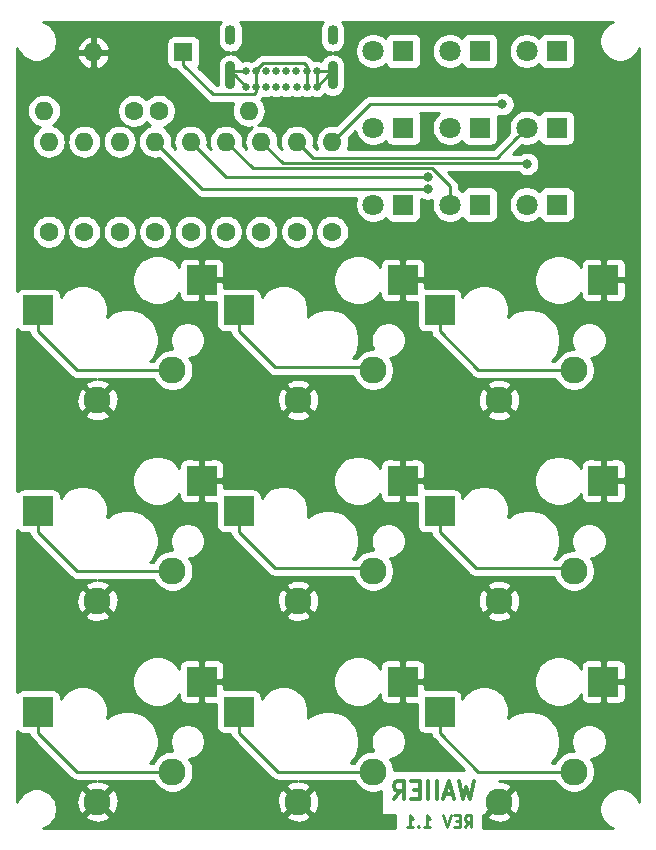
<source format=gbr>
G04 #@! TF.GenerationSoftware,KiCad,Pcbnew,(5.1.0)-1*
G04 #@! TF.CreationDate,2020-10-11T13:47:29-04:00*
G04 #@! TF.ProjectId,switch_tester,73776974-6368-45f7-9465-737465722e6b,rev?*
G04 #@! TF.SameCoordinates,Original*
G04 #@! TF.FileFunction,Copper,L2,Bot*
G04 #@! TF.FilePolarity,Positive*
%FSLAX46Y46*%
G04 Gerber Fmt 4.6, Leading zero omitted, Abs format (unit mm)*
G04 Created by KiCad (PCBNEW (5.1.0)-1) date 2020-10-11 13:47:29*
%MOMM*%
%LPD*%
G04 APERTURE LIST*
%ADD10C,0.250000*%
%ADD11C,0.300000*%
%ADD12R,2.550000X2.500000*%
%ADD13C,2.286000*%
%ADD14C,1.800000*%
%ADD15R,1.800000X1.800000*%
%ADD16O,1.600000X1.600000*%
%ADD17C,1.600000*%
%ADD18C,0.650000*%
%ADD19O,0.900000X2.400000*%
%ADD20O,0.900000X1.700000*%
%ADD21R,1.600000X1.600000*%
%ADD22C,0.800000*%
%ADD23C,0.254000*%
G04 APERTURE END LIST*
D10*
X101542857Y-99252380D02*
X101876190Y-98776190D01*
X102114285Y-99252380D02*
X102114285Y-98252380D01*
X101733333Y-98252380D01*
X101638095Y-98300000D01*
X101590476Y-98347619D01*
X101542857Y-98442857D01*
X101542857Y-98585714D01*
X101590476Y-98680952D01*
X101638095Y-98728571D01*
X101733333Y-98776190D01*
X102114285Y-98776190D01*
X101114285Y-98728571D02*
X100780952Y-98728571D01*
X100638095Y-99252380D02*
X101114285Y-99252380D01*
X101114285Y-98252380D01*
X100638095Y-98252380D01*
X100352380Y-98252380D02*
X100019047Y-99252380D01*
X99685714Y-98252380D01*
X98066666Y-99252380D02*
X98638095Y-99252380D01*
X98352380Y-99252380D02*
X98352380Y-98252380D01*
X98447619Y-98395238D01*
X98542857Y-98490476D01*
X98638095Y-98538095D01*
X97638095Y-99157142D02*
X97590476Y-99204761D01*
X97638095Y-99252380D01*
X97685714Y-99204761D01*
X97638095Y-99157142D01*
X97638095Y-99252380D01*
X96638095Y-99252380D02*
X97209523Y-99252380D01*
X96923809Y-99252380D02*
X96923809Y-98252380D01*
X97019047Y-98395238D01*
X97114285Y-98490476D01*
X97209523Y-98538095D01*
D11*
X102328571Y-95378571D02*
X101971428Y-96878571D01*
X101685714Y-95807142D01*
X101400000Y-96878571D01*
X101042857Y-95378571D01*
X100542857Y-96450000D02*
X99828571Y-96450000D01*
X100685714Y-96878571D02*
X100185714Y-95378571D01*
X99685714Y-96878571D01*
X99185714Y-96878571D02*
X99185714Y-95378571D01*
X98471428Y-96878571D02*
X98471428Y-95378571D01*
X97757142Y-96092857D02*
X97257142Y-96092857D01*
X97042857Y-96878571D02*
X97757142Y-96878571D01*
X97757142Y-95378571D01*
X97042857Y-95378571D01*
X95542857Y-96878571D02*
X96042857Y-96164285D01*
X96400000Y-96878571D02*
X96400000Y-95378571D01*
X95828571Y-95378571D01*
X95685714Y-95450000D01*
X95614285Y-95521428D01*
X95542857Y-95664285D01*
X95542857Y-95878571D01*
X95614285Y-96021428D01*
X95685714Y-96092857D01*
X95828571Y-96164285D01*
X96400000Y-96164285D01*
D12*
X99440000Y-89460000D03*
D13*
X110810000Y-94540000D03*
X104460000Y-97080000D03*
D12*
X113290000Y-86920000D03*
X99440000Y-72460000D03*
D13*
X110810000Y-77540000D03*
X104460000Y-80080000D03*
D12*
X113290000Y-69920000D03*
X99440000Y-55460000D03*
D13*
X110810000Y-60540000D03*
X104460000Y-63080000D03*
D12*
X113290000Y-52920000D03*
X82440000Y-89460000D03*
D13*
X93810000Y-94540000D03*
X87460000Y-97080000D03*
D12*
X96290000Y-86920000D03*
X82440000Y-72460000D03*
D13*
X93810000Y-77540000D03*
X87460000Y-80080000D03*
D12*
X96290000Y-69920000D03*
X82440000Y-55460000D03*
D13*
X93810000Y-60540000D03*
X87460000Y-63080000D03*
D12*
X96290000Y-52920000D03*
X65440000Y-89460000D03*
D13*
X76810000Y-94540000D03*
X70460000Y-97080000D03*
D12*
X79290000Y-86920000D03*
X65440000Y-72460000D03*
D13*
X76810000Y-77540000D03*
X70460000Y-80080000D03*
D12*
X79290000Y-69920000D03*
X65440000Y-55460000D03*
D13*
X76810000Y-60540000D03*
X70460000Y-63080000D03*
D12*
X79290000Y-52920000D03*
D14*
X106800000Y-33530000D03*
D15*
X109340000Y-33530000D03*
D16*
X65920000Y-38590000D03*
D17*
X73540000Y-38590000D03*
D16*
X83260000Y-38590000D03*
D17*
X75640000Y-38590000D03*
D18*
X87315000Y-36550000D03*
X89015000Y-36550000D03*
X88165000Y-36550000D03*
X86465000Y-36550000D03*
X85615000Y-36550000D03*
X84765000Y-36550000D03*
X83915000Y-36550000D03*
X83065000Y-36550000D03*
X89015000Y-35225000D03*
X88160000Y-35225000D03*
X87310000Y-35225000D03*
X86460000Y-35225000D03*
X85610000Y-35225000D03*
X84760000Y-35225000D03*
X83910000Y-35225000D03*
X83060000Y-35225000D03*
D19*
X90365000Y-35570000D03*
X81715000Y-35570000D03*
D20*
X90365000Y-32190000D03*
X81715000Y-32190000D03*
D14*
X106800000Y-46530000D03*
D15*
X109340000Y-46530000D03*
D16*
X70120000Y-33640000D03*
D21*
X77740000Y-33640000D03*
D16*
X90340000Y-41200000D03*
D17*
X90340000Y-48820000D03*
D16*
X87340000Y-41200000D03*
D17*
X87340000Y-48820000D03*
D16*
X84340000Y-41200000D03*
D17*
X84340000Y-48820000D03*
D16*
X81340000Y-41200000D03*
D17*
X81340000Y-48820000D03*
D16*
X78340000Y-41200000D03*
D17*
X78340000Y-48820000D03*
D16*
X75340000Y-41200000D03*
D17*
X75340000Y-48820000D03*
D16*
X72340000Y-41200000D03*
D17*
X72340000Y-48820000D03*
D16*
X69340000Y-41200000D03*
D17*
X69340000Y-48820000D03*
D16*
X66340000Y-41200000D03*
D17*
X66340000Y-48820000D03*
D14*
X106800000Y-40030000D03*
D15*
X109340000Y-40030000D03*
D14*
X100300000Y-46530000D03*
D15*
X102840000Y-46530000D03*
D14*
X100300000Y-40030000D03*
D15*
X102840000Y-40030000D03*
D14*
X100300000Y-33530000D03*
D15*
X102840000Y-33530000D03*
D14*
X93800000Y-46530000D03*
D15*
X96340000Y-46530000D03*
D14*
X93800000Y-40030000D03*
D15*
X96340000Y-40030000D03*
D14*
X93800000Y-33530000D03*
D15*
X96340000Y-33530000D03*
D22*
X98440000Y-45190000D03*
X98440000Y-44189997D03*
X106835000Y-43095000D03*
X104740000Y-38040000D03*
D10*
X80664998Y-45190000D02*
X98440000Y-45190000D01*
X75340000Y-41200000D02*
X79330000Y-45190000D01*
X79330000Y-45190000D02*
X80664998Y-45190000D01*
X98433604Y-44196393D02*
X98440000Y-44189997D01*
X78340000Y-41200000D02*
X81336393Y-44196393D01*
X81336393Y-44196393D02*
X98433604Y-44196393D01*
X100300000Y-45257208D02*
X100300000Y-46530000D01*
X100300000Y-44976995D02*
X100300000Y-45257208D01*
X98788001Y-43464996D02*
X100300000Y-44976995D01*
X83604996Y-43464996D02*
X98788001Y-43464996D01*
X81340000Y-41200000D02*
X83604996Y-43464996D01*
X84340000Y-41200000D02*
X86154986Y-43014986D01*
X86154986Y-43014986D02*
X99015014Y-43014986D01*
X106754986Y-43014986D02*
X106835000Y-43095000D01*
X99015014Y-43014986D02*
X106754986Y-43014986D01*
X105900001Y-40929999D02*
X106800000Y-40030000D01*
X104265024Y-42564976D02*
X105900001Y-40929999D01*
X88704976Y-42564976D02*
X104265024Y-42564976D01*
X87340000Y-41200000D02*
X88704976Y-42564976D01*
X90340000Y-41200000D02*
X93500000Y-38040000D01*
X93500000Y-38040000D02*
X104740000Y-38040000D01*
X65440000Y-56960000D02*
X65440000Y-55460000D01*
X65440000Y-57260334D02*
X65440000Y-56960000D01*
X68719666Y-60540000D02*
X65440000Y-57260334D01*
X76810000Y-60540000D02*
X68719666Y-60540000D01*
X65440000Y-73960000D02*
X65440000Y-72460000D01*
X65440000Y-74260334D02*
X65440000Y-73960000D01*
X68719666Y-77540000D02*
X65440000Y-74260334D01*
X76810000Y-77540000D02*
X68719666Y-77540000D01*
X65440000Y-90960000D02*
X65440000Y-89460000D01*
X65440000Y-91260334D02*
X65440000Y-90960000D01*
X68719666Y-94540000D02*
X65440000Y-91260334D01*
X76810000Y-94540000D02*
X68719666Y-94540000D01*
X82440000Y-56960000D02*
X82440000Y-55460000D01*
X82440000Y-57260334D02*
X82440000Y-56960000D01*
X85498567Y-60318901D02*
X82440000Y-57260334D01*
X93588901Y-60318901D02*
X85498567Y-60318901D01*
X93810000Y-60540000D02*
X93588901Y-60318901D01*
X82440000Y-73960000D02*
X82440000Y-72460000D01*
X82440000Y-74260334D02*
X82440000Y-73960000D01*
X85498567Y-77318901D02*
X82440000Y-74260334D01*
X93588901Y-77318901D02*
X85498567Y-77318901D01*
X93810000Y-77540000D02*
X93588901Y-77318901D01*
X82440000Y-90960000D02*
X82440000Y-89460000D01*
X82440000Y-91260334D02*
X82440000Y-90960000D01*
X85719666Y-94540000D02*
X82440000Y-91260334D01*
X93810000Y-94540000D02*
X85719666Y-94540000D01*
X99440000Y-56960000D02*
X99440000Y-55460000D01*
X99440000Y-57260334D02*
X99440000Y-56960000D01*
X102719666Y-60540000D02*
X99440000Y-57260334D01*
X110810000Y-60540000D02*
X102719666Y-60540000D01*
X99440000Y-73960000D02*
X99440000Y-72460000D01*
X99440000Y-74260334D02*
X99440000Y-73960000D01*
X102498567Y-77318901D02*
X99440000Y-74260334D01*
X110588901Y-77318901D02*
X102498567Y-77318901D01*
X110810000Y-77540000D02*
X110588901Y-77318901D01*
X99440000Y-90960000D02*
X99440000Y-89460000D01*
X99440000Y-91260334D02*
X99440000Y-90960000D01*
X102719666Y-94540000D02*
X99440000Y-91260334D01*
X110810000Y-94540000D02*
X102719666Y-94540000D01*
X83910000Y-36545000D02*
X83915000Y-36550000D01*
X83910000Y-35225000D02*
X83910000Y-36545000D01*
X88160000Y-36545000D02*
X88165000Y-36550000D01*
X88160000Y-35225000D02*
X88160000Y-36545000D01*
X83915000Y-37009619D02*
X83915000Y-36550000D01*
X83724618Y-37200001D02*
X83915000Y-37009619D01*
X80250001Y-37200001D02*
X83724618Y-37200001D01*
X77740000Y-34690000D02*
X80250001Y-37200001D01*
X77740000Y-33640000D02*
X77740000Y-34690000D01*
X88160000Y-34765381D02*
X88160000Y-35225000D01*
X87969618Y-34574999D02*
X88160000Y-34765381D01*
X84447999Y-34574999D02*
X87969618Y-34574999D01*
X83910000Y-35112998D02*
X84447999Y-34574999D01*
X83910000Y-35225000D02*
X83910000Y-35112998D01*
X82060000Y-35225000D02*
X81715000Y-35570000D01*
X83060000Y-35225000D02*
X82060000Y-35225000D01*
X82085000Y-35570000D02*
X83065000Y-36550000D01*
X81715000Y-35570000D02*
X82085000Y-35570000D01*
X90020000Y-35225000D02*
X90365000Y-35570000D01*
X89015000Y-35225000D02*
X90020000Y-35225000D01*
X89995000Y-35570000D02*
X89015000Y-36550000D01*
X90365000Y-35570000D02*
X89995000Y-35570000D01*
X89015000Y-36550000D02*
X89015000Y-35225000D01*
D23*
G36*
X80808492Y-31184290D02*
G01*
X80707742Y-31372780D01*
X80645700Y-31577303D01*
X80630000Y-31736706D01*
X80630000Y-32643293D01*
X80645700Y-32802696D01*
X80707741Y-33007219D01*
X80808491Y-33195710D01*
X80944078Y-33360922D01*
X81109290Y-33496509D01*
X81297780Y-33597259D01*
X81502303Y-33659300D01*
X81715000Y-33680249D01*
X81927696Y-33659300D01*
X82132219Y-33597259D01*
X82320710Y-33496509D01*
X82485922Y-33360922D01*
X82621509Y-33195710D01*
X82722259Y-33007220D01*
X82784300Y-32802697D01*
X82800000Y-32643294D01*
X82800000Y-31736707D01*
X82784300Y-31577304D01*
X82722259Y-31372780D01*
X82621509Y-31184290D01*
X82519506Y-31060000D01*
X89560495Y-31060000D01*
X89458492Y-31184290D01*
X89357742Y-31372780D01*
X89295700Y-31577303D01*
X89280000Y-31736706D01*
X89280000Y-32643293D01*
X89295700Y-32802696D01*
X89357741Y-33007219D01*
X89458491Y-33195710D01*
X89594078Y-33360922D01*
X89759290Y-33496509D01*
X89947780Y-33597259D01*
X90152303Y-33659300D01*
X90365000Y-33680249D01*
X90577696Y-33659300D01*
X90782219Y-33597259D01*
X90970710Y-33496509D01*
X91114118Y-33378816D01*
X92265000Y-33378816D01*
X92265000Y-33681184D01*
X92323989Y-33977743D01*
X92439701Y-34257095D01*
X92607688Y-34508505D01*
X92821495Y-34722312D01*
X93072905Y-34890299D01*
X93352257Y-35006011D01*
X93648816Y-35065000D01*
X93951184Y-35065000D01*
X94247743Y-35006011D01*
X94527095Y-34890299D01*
X94778505Y-34722312D01*
X94844944Y-34655873D01*
X94850498Y-34674180D01*
X94909463Y-34784494D01*
X94988815Y-34881185D01*
X95085506Y-34960537D01*
X95195820Y-35019502D01*
X95315518Y-35055812D01*
X95440000Y-35068072D01*
X97240000Y-35068072D01*
X97364482Y-35055812D01*
X97484180Y-35019502D01*
X97594494Y-34960537D01*
X97691185Y-34881185D01*
X97770537Y-34784494D01*
X97829502Y-34674180D01*
X97865812Y-34554482D01*
X97878072Y-34430000D01*
X97878072Y-33378816D01*
X98765000Y-33378816D01*
X98765000Y-33681184D01*
X98823989Y-33977743D01*
X98939701Y-34257095D01*
X99107688Y-34508505D01*
X99321495Y-34722312D01*
X99572905Y-34890299D01*
X99852257Y-35006011D01*
X100148816Y-35065000D01*
X100451184Y-35065000D01*
X100747743Y-35006011D01*
X101027095Y-34890299D01*
X101278505Y-34722312D01*
X101344944Y-34655873D01*
X101350498Y-34674180D01*
X101409463Y-34784494D01*
X101488815Y-34881185D01*
X101585506Y-34960537D01*
X101695820Y-35019502D01*
X101815518Y-35055812D01*
X101940000Y-35068072D01*
X103740000Y-35068072D01*
X103864482Y-35055812D01*
X103984180Y-35019502D01*
X104094494Y-34960537D01*
X104191185Y-34881185D01*
X104270537Y-34784494D01*
X104329502Y-34674180D01*
X104365812Y-34554482D01*
X104378072Y-34430000D01*
X104378072Y-33378816D01*
X105265000Y-33378816D01*
X105265000Y-33681184D01*
X105323989Y-33977743D01*
X105439701Y-34257095D01*
X105607688Y-34508505D01*
X105821495Y-34722312D01*
X106072905Y-34890299D01*
X106352257Y-35006011D01*
X106648816Y-35065000D01*
X106951184Y-35065000D01*
X107247743Y-35006011D01*
X107527095Y-34890299D01*
X107778505Y-34722312D01*
X107844944Y-34655873D01*
X107850498Y-34674180D01*
X107909463Y-34784494D01*
X107988815Y-34881185D01*
X108085506Y-34960537D01*
X108195820Y-35019502D01*
X108315518Y-35055812D01*
X108440000Y-35068072D01*
X110240000Y-35068072D01*
X110364482Y-35055812D01*
X110484180Y-35019502D01*
X110594494Y-34960537D01*
X110691185Y-34881185D01*
X110770537Y-34784494D01*
X110829502Y-34674180D01*
X110865812Y-34554482D01*
X110878072Y-34430000D01*
X110878072Y-32630000D01*
X110865812Y-32505518D01*
X110829502Y-32385820D01*
X110770537Y-32275506D01*
X110691185Y-32178815D01*
X110594494Y-32099463D01*
X110484180Y-32040498D01*
X110364482Y-32004188D01*
X110240000Y-31991928D01*
X108440000Y-31991928D01*
X108315518Y-32004188D01*
X108195820Y-32040498D01*
X108085506Y-32099463D01*
X107988815Y-32178815D01*
X107909463Y-32275506D01*
X107850498Y-32385820D01*
X107844944Y-32404127D01*
X107778505Y-32337688D01*
X107527095Y-32169701D01*
X107247743Y-32053989D01*
X106951184Y-31995000D01*
X106648816Y-31995000D01*
X106352257Y-32053989D01*
X106072905Y-32169701D01*
X105821495Y-32337688D01*
X105607688Y-32551495D01*
X105439701Y-32802905D01*
X105323989Y-33082257D01*
X105265000Y-33378816D01*
X104378072Y-33378816D01*
X104378072Y-32630000D01*
X104365812Y-32505518D01*
X104329502Y-32385820D01*
X104270537Y-32275506D01*
X104191185Y-32178815D01*
X104094494Y-32099463D01*
X103984180Y-32040498D01*
X103864482Y-32004188D01*
X103740000Y-31991928D01*
X101940000Y-31991928D01*
X101815518Y-32004188D01*
X101695820Y-32040498D01*
X101585506Y-32099463D01*
X101488815Y-32178815D01*
X101409463Y-32275506D01*
X101350498Y-32385820D01*
X101344944Y-32404127D01*
X101278505Y-32337688D01*
X101027095Y-32169701D01*
X100747743Y-32053989D01*
X100451184Y-31995000D01*
X100148816Y-31995000D01*
X99852257Y-32053989D01*
X99572905Y-32169701D01*
X99321495Y-32337688D01*
X99107688Y-32551495D01*
X98939701Y-32802905D01*
X98823989Y-33082257D01*
X98765000Y-33378816D01*
X97878072Y-33378816D01*
X97878072Y-32630000D01*
X97865812Y-32505518D01*
X97829502Y-32385820D01*
X97770537Y-32275506D01*
X97691185Y-32178815D01*
X97594494Y-32099463D01*
X97484180Y-32040498D01*
X97364482Y-32004188D01*
X97240000Y-31991928D01*
X95440000Y-31991928D01*
X95315518Y-32004188D01*
X95195820Y-32040498D01*
X95085506Y-32099463D01*
X94988815Y-32178815D01*
X94909463Y-32275506D01*
X94850498Y-32385820D01*
X94844944Y-32404127D01*
X94778505Y-32337688D01*
X94527095Y-32169701D01*
X94247743Y-32053989D01*
X93951184Y-31995000D01*
X93648816Y-31995000D01*
X93352257Y-32053989D01*
X93072905Y-32169701D01*
X92821495Y-32337688D01*
X92607688Y-32551495D01*
X92439701Y-32802905D01*
X92323989Y-33082257D01*
X92265000Y-33378816D01*
X91114118Y-33378816D01*
X91135922Y-33360922D01*
X91271509Y-33195710D01*
X91372259Y-33007220D01*
X91434300Y-32802697D01*
X91450000Y-32643294D01*
X91450000Y-31736707D01*
X91434300Y-31577304D01*
X91372259Y-31372780D01*
X91271509Y-31184290D01*
X91169506Y-31060000D01*
X114125536Y-31060000D01*
X113878169Y-31162463D01*
X113594002Y-31352337D01*
X113352337Y-31594002D01*
X113162463Y-31878169D01*
X113031675Y-32193919D01*
X112965000Y-32529117D01*
X112965000Y-32870883D01*
X113031675Y-33206081D01*
X113162463Y-33521831D01*
X113352337Y-33805998D01*
X113594002Y-34047663D01*
X113878169Y-34237537D01*
X114193919Y-34368325D01*
X114529117Y-34435000D01*
X114870883Y-34435000D01*
X115206081Y-34368325D01*
X115521831Y-34237537D01*
X115805998Y-34047663D01*
X116047663Y-33805998D01*
X116237537Y-33521831D01*
X116340000Y-33274464D01*
X116340001Y-97125539D01*
X116237537Y-96878169D01*
X116047663Y-96594002D01*
X115805998Y-96352337D01*
X115521831Y-96162463D01*
X115206081Y-96031675D01*
X114870883Y-95965000D01*
X114529117Y-95965000D01*
X114193919Y-96031675D01*
X113878169Y-96162463D01*
X113594002Y-96352337D01*
X113352337Y-96594002D01*
X113162463Y-96878169D01*
X113031675Y-97193919D01*
X112965000Y-97529117D01*
X112965000Y-97870883D01*
X113031675Y-98206081D01*
X113162463Y-98521831D01*
X113352337Y-98805998D01*
X113594002Y-99047663D01*
X113878169Y-99237537D01*
X114125536Y-99340000D01*
X103112381Y-99340000D01*
X103112381Y-98317360D01*
X103402245Y-98317360D01*
X103515264Y-98596384D01*
X103829249Y-98751556D01*
X104167473Y-98842491D01*
X104516938Y-98865694D01*
X104864216Y-98820275D01*
X105195960Y-98707977D01*
X105404736Y-98596384D01*
X105517755Y-98317360D01*
X104460000Y-97259605D01*
X103402245Y-98317360D01*
X103112381Y-98317360D01*
X103112381Y-98230000D01*
X103327857Y-98230000D01*
X103327857Y-98032538D01*
X104280395Y-97080000D01*
X104639605Y-97080000D01*
X105697360Y-98137755D01*
X105976384Y-98024736D01*
X106131556Y-97710751D01*
X106222491Y-97372527D01*
X106245694Y-97023062D01*
X106200275Y-96675784D01*
X106087977Y-96344040D01*
X105976384Y-96135264D01*
X105697360Y-96022245D01*
X104639605Y-97080000D01*
X104280395Y-97080000D01*
X104266253Y-97065858D01*
X104445858Y-96886253D01*
X104460000Y-96900395D01*
X105517755Y-95842640D01*
X105404736Y-95563616D01*
X105090751Y-95408444D01*
X104752527Y-95317509D01*
X104488820Y-95300000D01*
X109200309Y-95300000D01*
X109234357Y-95382199D01*
X109428937Y-95673409D01*
X109676591Y-95921063D01*
X109967801Y-96115643D01*
X110291377Y-96249672D01*
X110634882Y-96318000D01*
X110985118Y-96318000D01*
X111328623Y-96249672D01*
X111652199Y-96115643D01*
X111943409Y-95921063D01*
X112191063Y-95673409D01*
X112385643Y-95382199D01*
X112519672Y-95058623D01*
X112588000Y-94715118D01*
X112588000Y-94364882D01*
X112519672Y-94021377D01*
X112385643Y-93697801D01*
X112241978Y-93482791D01*
X112513421Y-93428798D01*
X112783838Y-93316788D01*
X113027206Y-93154174D01*
X113234174Y-92947206D01*
X113396788Y-92703838D01*
X113508798Y-92433421D01*
X113565900Y-92146348D01*
X113565900Y-91853652D01*
X113508798Y-91566579D01*
X113396788Y-91296162D01*
X113234174Y-91052794D01*
X113027206Y-90845826D01*
X112783838Y-90683212D01*
X112513421Y-90571202D01*
X112226348Y-90514100D01*
X111933652Y-90514100D01*
X111646579Y-90571202D01*
X111376162Y-90683212D01*
X111132794Y-90845826D01*
X110925826Y-91052794D01*
X110763212Y-91296162D01*
X110651202Y-91566579D01*
X110594100Y-91853652D01*
X110594100Y-92146348D01*
X110651202Y-92433421D01*
X110763212Y-92703838D01*
X110802075Y-92762000D01*
X110634882Y-92762000D01*
X110291377Y-92830328D01*
X109967801Y-92964357D01*
X109676591Y-93158937D01*
X109428937Y-93406591D01*
X109234357Y-93697801D01*
X109200309Y-93780000D01*
X108937826Y-93780000D01*
X109042000Y-93675826D01*
X109329701Y-93245251D01*
X109527873Y-92766822D01*
X109628900Y-92258924D01*
X109628900Y-91741076D01*
X109527873Y-91233178D01*
X109329701Y-90754749D01*
X109042000Y-90324174D01*
X108675826Y-89958000D01*
X108245251Y-89670299D01*
X107766822Y-89472127D01*
X107258924Y-89371100D01*
X106741076Y-89371100D01*
X106233178Y-89472127D01*
X105754749Y-89670299D01*
X105324174Y-89958000D01*
X105253763Y-90028411D01*
X105325000Y-89670279D01*
X105325000Y-89249721D01*
X105242953Y-88837244D01*
X105082012Y-88448698D01*
X104848363Y-88099017D01*
X104550983Y-87801637D01*
X104201302Y-87567988D01*
X103812756Y-87407047D01*
X103400279Y-87325000D01*
X102979721Y-87325000D01*
X102567244Y-87407047D01*
X102178698Y-87567988D01*
X101829017Y-87801637D01*
X101531637Y-88099017D01*
X101353072Y-88366259D01*
X101353072Y-88210000D01*
X101340812Y-88085518D01*
X101304502Y-87965820D01*
X101245537Y-87855506D01*
X101166185Y-87758815D01*
X101069494Y-87679463D01*
X100959180Y-87620498D01*
X100839482Y-87584188D01*
X100715000Y-87571928D01*
X98201167Y-87571928D01*
X98200000Y-87205750D01*
X98041250Y-87047000D01*
X96417000Y-87047000D01*
X96417000Y-88646250D01*
X96575750Y-88805000D01*
X97526928Y-88807954D01*
X97526928Y-90710000D01*
X97539188Y-90834482D01*
X97575498Y-90954180D01*
X97634463Y-91064494D01*
X97713815Y-91161185D01*
X97810506Y-91240537D01*
X97920820Y-91299502D01*
X98040518Y-91335812D01*
X98165000Y-91348072D01*
X98684965Y-91348072D01*
X98690997Y-91409319D01*
X98734454Y-91552580D01*
X98805026Y-91684610D01*
X98825045Y-91709003D01*
X98899999Y-91800335D01*
X98929003Y-91824138D01*
X101514864Y-94410000D01*
X95588000Y-94410000D01*
X95588000Y-94364882D01*
X95519672Y-94021377D01*
X95385643Y-93697801D01*
X95241978Y-93482791D01*
X95513421Y-93428798D01*
X95783838Y-93316788D01*
X96027206Y-93154174D01*
X96234174Y-92947206D01*
X96396788Y-92703838D01*
X96508798Y-92433421D01*
X96565900Y-92146348D01*
X96565900Y-91853652D01*
X96508798Y-91566579D01*
X96396788Y-91296162D01*
X96234174Y-91052794D01*
X96027206Y-90845826D01*
X95783838Y-90683212D01*
X95513421Y-90571202D01*
X95226348Y-90514100D01*
X94933652Y-90514100D01*
X94646579Y-90571202D01*
X94376162Y-90683212D01*
X94132794Y-90845826D01*
X93925826Y-91052794D01*
X93763212Y-91296162D01*
X93651202Y-91566579D01*
X93594100Y-91853652D01*
X93594100Y-92146348D01*
X93651202Y-92433421D01*
X93763212Y-92703838D01*
X93802075Y-92762000D01*
X93634882Y-92762000D01*
X93291377Y-92830328D01*
X92967801Y-92964357D01*
X92676591Y-93158937D01*
X92428937Y-93406591D01*
X92234357Y-93697801D01*
X92200309Y-93780000D01*
X91937826Y-93780000D01*
X92042000Y-93675826D01*
X92329701Y-93245251D01*
X92527873Y-92766822D01*
X92628900Y-92258924D01*
X92628900Y-91741076D01*
X92527873Y-91233178D01*
X92329701Y-90754749D01*
X92042000Y-90324174D01*
X91675826Y-89958000D01*
X91245251Y-89670299D01*
X90766822Y-89472127D01*
X90258924Y-89371100D01*
X89741076Y-89371100D01*
X89233178Y-89472127D01*
X88754749Y-89670299D01*
X88324174Y-89958000D01*
X88253763Y-90028411D01*
X88325000Y-89670279D01*
X88325000Y-89249721D01*
X88242953Y-88837244D01*
X88082012Y-88448698D01*
X87848363Y-88099017D01*
X87550983Y-87801637D01*
X87201302Y-87567988D01*
X86812756Y-87407047D01*
X86400279Y-87325000D01*
X85979721Y-87325000D01*
X85567244Y-87407047D01*
X85178698Y-87567988D01*
X84829017Y-87801637D01*
X84531637Y-88099017D01*
X84353072Y-88366259D01*
X84353072Y-88210000D01*
X84340812Y-88085518D01*
X84304502Y-87965820D01*
X84245537Y-87855506D01*
X84166185Y-87758815D01*
X84069494Y-87679463D01*
X83959180Y-87620498D01*
X83839482Y-87584188D01*
X83715000Y-87571928D01*
X81201167Y-87571928D01*
X81200000Y-87205750D01*
X81041250Y-87047000D01*
X79417000Y-87047000D01*
X79417000Y-88646250D01*
X79575750Y-88805000D01*
X80526928Y-88807954D01*
X80526928Y-90710000D01*
X80539188Y-90834482D01*
X80575498Y-90954180D01*
X80634463Y-91064494D01*
X80713815Y-91161185D01*
X80810506Y-91240537D01*
X80920820Y-91299502D01*
X81040518Y-91335812D01*
X81165000Y-91348072D01*
X81684965Y-91348072D01*
X81690997Y-91409319D01*
X81734454Y-91552580D01*
X81805026Y-91684610D01*
X81825045Y-91709003D01*
X81899999Y-91800335D01*
X81929003Y-91824138D01*
X85155867Y-95051003D01*
X85179665Y-95080001D01*
X85208663Y-95103799D01*
X85295389Y-95174974D01*
X85427419Y-95245546D01*
X85570680Y-95289003D01*
X85682333Y-95300000D01*
X85682342Y-95300000D01*
X85719665Y-95303676D01*
X85756988Y-95300000D01*
X87359525Y-95300000D01*
X87055784Y-95339725D01*
X86724040Y-95452023D01*
X86515264Y-95563616D01*
X86402245Y-95842640D01*
X87460000Y-96900395D01*
X88517755Y-95842640D01*
X88404736Y-95563616D01*
X88090751Y-95408444D01*
X87752527Y-95317509D01*
X87488820Y-95300000D01*
X92200309Y-95300000D01*
X92234357Y-95382199D01*
X92428937Y-95673409D01*
X92676591Y-95921063D01*
X92967801Y-96115643D01*
X93291377Y-96249672D01*
X93634882Y-96318000D01*
X93985118Y-96318000D01*
X94328623Y-96249672D01*
X94472143Y-96190224D01*
X94472143Y-98230000D01*
X95687619Y-98230000D01*
X95687619Y-99340000D01*
X65874464Y-99340000D01*
X66121831Y-99237537D01*
X66405998Y-99047663D01*
X66647663Y-98805998D01*
X66837537Y-98521831D01*
X66922231Y-98317360D01*
X69402245Y-98317360D01*
X69515264Y-98596384D01*
X69829249Y-98751556D01*
X70167473Y-98842491D01*
X70516938Y-98865694D01*
X70864216Y-98820275D01*
X71195960Y-98707977D01*
X71404736Y-98596384D01*
X71517755Y-98317360D01*
X86402245Y-98317360D01*
X86515264Y-98596384D01*
X86829249Y-98751556D01*
X87167473Y-98842491D01*
X87516938Y-98865694D01*
X87864216Y-98820275D01*
X88195960Y-98707977D01*
X88404736Y-98596384D01*
X88517755Y-98317360D01*
X87460000Y-97259605D01*
X86402245Y-98317360D01*
X71517755Y-98317360D01*
X70460000Y-97259605D01*
X69402245Y-98317360D01*
X66922231Y-98317360D01*
X66968325Y-98206081D01*
X67035000Y-97870883D01*
X67035000Y-97529117D01*
X66968325Y-97193919D01*
X66944723Y-97136938D01*
X68674306Y-97136938D01*
X68719725Y-97484216D01*
X68832023Y-97815960D01*
X68943616Y-98024736D01*
X69222640Y-98137755D01*
X70280395Y-97080000D01*
X70639605Y-97080000D01*
X71697360Y-98137755D01*
X71976384Y-98024736D01*
X72131556Y-97710751D01*
X72222491Y-97372527D01*
X72238133Y-97136938D01*
X85674306Y-97136938D01*
X85719725Y-97484216D01*
X85832023Y-97815960D01*
X85943616Y-98024736D01*
X86222640Y-98137755D01*
X87280395Y-97080000D01*
X87639605Y-97080000D01*
X88697360Y-98137755D01*
X88976384Y-98024736D01*
X89131556Y-97710751D01*
X89222491Y-97372527D01*
X89245694Y-97023062D01*
X89200275Y-96675784D01*
X89087977Y-96344040D01*
X88976384Y-96135264D01*
X88697360Y-96022245D01*
X87639605Y-97080000D01*
X87280395Y-97080000D01*
X86222640Y-96022245D01*
X85943616Y-96135264D01*
X85788444Y-96449249D01*
X85697509Y-96787473D01*
X85674306Y-97136938D01*
X72238133Y-97136938D01*
X72245694Y-97023062D01*
X72200275Y-96675784D01*
X72087977Y-96344040D01*
X71976384Y-96135264D01*
X71697360Y-96022245D01*
X70639605Y-97080000D01*
X70280395Y-97080000D01*
X69222640Y-96022245D01*
X68943616Y-96135264D01*
X68788444Y-96449249D01*
X68697509Y-96787473D01*
X68674306Y-97136938D01*
X66944723Y-97136938D01*
X66837537Y-96878169D01*
X66647663Y-96594002D01*
X66405998Y-96352337D01*
X66121831Y-96162463D01*
X65806081Y-96031675D01*
X65470883Y-95965000D01*
X65129117Y-95965000D01*
X64793919Y-96031675D01*
X64478169Y-96162463D01*
X64194002Y-96352337D01*
X63952337Y-96594002D01*
X63762463Y-96878169D01*
X63660000Y-97125536D01*
X63660000Y-91095611D01*
X63713815Y-91161185D01*
X63810506Y-91240537D01*
X63920820Y-91299502D01*
X64040518Y-91335812D01*
X64165000Y-91348072D01*
X64684965Y-91348072D01*
X64690997Y-91409319D01*
X64734454Y-91552580D01*
X64805026Y-91684610D01*
X64825045Y-91709003D01*
X64899999Y-91800335D01*
X64929003Y-91824138D01*
X68155867Y-95051003D01*
X68179665Y-95080001D01*
X68208663Y-95103799D01*
X68295389Y-95174974D01*
X68427419Y-95245546D01*
X68570680Y-95289003D01*
X68682333Y-95300000D01*
X68682342Y-95300000D01*
X68719665Y-95303676D01*
X68756988Y-95300000D01*
X70359525Y-95300000D01*
X70055784Y-95339725D01*
X69724040Y-95452023D01*
X69515264Y-95563616D01*
X69402245Y-95842640D01*
X70460000Y-96900395D01*
X71517755Y-95842640D01*
X71404736Y-95563616D01*
X71090751Y-95408444D01*
X70752527Y-95317509D01*
X70488820Y-95300000D01*
X75200309Y-95300000D01*
X75234357Y-95382199D01*
X75428937Y-95673409D01*
X75676591Y-95921063D01*
X75967801Y-96115643D01*
X76291377Y-96249672D01*
X76634882Y-96318000D01*
X76985118Y-96318000D01*
X77328623Y-96249672D01*
X77652199Y-96115643D01*
X77943409Y-95921063D01*
X78191063Y-95673409D01*
X78385643Y-95382199D01*
X78519672Y-95058623D01*
X78588000Y-94715118D01*
X78588000Y-94364882D01*
X78519672Y-94021377D01*
X78385643Y-93697801D01*
X78241978Y-93482791D01*
X78513421Y-93428798D01*
X78783838Y-93316788D01*
X79027206Y-93154174D01*
X79234174Y-92947206D01*
X79396788Y-92703838D01*
X79508798Y-92433421D01*
X79565900Y-92146348D01*
X79565900Y-91853652D01*
X79508798Y-91566579D01*
X79396788Y-91296162D01*
X79234174Y-91052794D01*
X79027206Y-90845826D01*
X78783838Y-90683212D01*
X78513421Y-90571202D01*
X78226348Y-90514100D01*
X77933652Y-90514100D01*
X77646579Y-90571202D01*
X77376162Y-90683212D01*
X77132794Y-90845826D01*
X76925826Y-91052794D01*
X76763212Y-91296162D01*
X76651202Y-91566579D01*
X76594100Y-91853652D01*
X76594100Y-92146348D01*
X76651202Y-92433421D01*
X76763212Y-92703838D01*
X76802075Y-92762000D01*
X76634882Y-92762000D01*
X76291377Y-92830328D01*
X75967801Y-92964357D01*
X75676591Y-93158937D01*
X75428937Y-93406591D01*
X75234357Y-93697801D01*
X75200309Y-93780000D01*
X74937826Y-93780000D01*
X75042000Y-93675826D01*
X75329701Y-93245251D01*
X75527873Y-92766822D01*
X75628900Y-92258924D01*
X75628900Y-91741076D01*
X75527873Y-91233178D01*
X75329701Y-90754749D01*
X75042000Y-90324174D01*
X74675826Y-89958000D01*
X74245251Y-89670299D01*
X73766822Y-89472127D01*
X73258924Y-89371100D01*
X72741076Y-89371100D01*
X72233178Y-89472127D01*
X71754749Y-89670299D01*
X71324174Y-89958000D01*
X71253763Y-90028411D01*
X71325000Y-89670279D01*
X71325000Y-89249721D01*
X71242953Y-88837244D01*
X71082012Y-88448698D01*
X70848363Y-88099017D01*
X70550983Y-87801637D01*
X70201302Y-87567988D01*
X69812756Y-87407047D01*
X69400279Y-87325000D01*
X68979721Y-87325000D01*
X68567244Y-87407047D01*
X68178698Y-87567988D01*
X67829017Y-87801637D01*
X67531637Y-88099017D01*
X67353072Y-88366259D01*
X67353072Y-88210000D01*
X67340812Y-88085518D01*
X67304502Y-87965820D01*
X67245537Y-87855506D01*
X67166185Y-87758815D01*
X67069494Y-87679463D01*
X66959180Y-87620498D01*
X66839482Y-87584188D01*
X66715000Y-87571928D01*
X64165000Y-87571928D01*
X64040518Y-87584188D01*
X63920820Y-87620498D01*
X63810506Y-87679463D01*
X63713815Y-87758815D01*
X63660000Y-87824389D01*
X63660000Y-86709721D01*
X73405000Y-86709721D01*
X73405000Y-87130279D01*
X73487047Y-87542756D01*
X73647988Y-87931302D01*
X73881637Y-88280983D01*
X74179017Y-88578363D01*
X74528698Y-88812012D01*
X74917244Y-88972953D01*
X75329721Y-89055000D01*
X75750279Y-89055000D01*
X76162756Y-88972953D01*
X76551302Y-88812012D01*
X76900983Y-88578363D01*
X77198363Y-88280983D01*
X77377428Y-88012993D01*
X77376928Y-88170000D01*
X77389188Y-88294482D01*
X77425498Y-88414180D01*
X77484463Y-88524494D01*
X77563815Y-88621185D01*
X77660506Y-88700537D01*
X77770820Y-88759502D01*
X77890518Y-88795812D01*
X78015000Y-88808072D01*
X79004250Y-88805000D01*
X79163000Y-88646250D01*
X79163000Y-87047000D01*
X79143000Y-87047000D01*
X79143000Y-86793000D01*
X79163000Y-86793000D01*
X79163000Y-85193750D01*
X79417000Y-85193750D01*
X79417000Y-86793000D01*
X81041250Y-86793000D01*
X81124529Y-86709721D01*
X90405000Y-86709721D01*
X90405000Y-87130279D01*
X90487047Y-87542756D01*
X90647988Y-87931302D01*
X90881637Y-88280983D01*
X91179017Y-88578363D01*
X91528698Y-88812012D01*
X91917244Y-88972953D01*
X92329721Y-89055000D01*
X92750279Y-89055000D01*
X93162756Y-88972953D01*
X93551302Y-88812012D01*
X93900983Y-88578363D01*
X94198363Y-88280983D01*
X94377428Y-88012993D01*
X94376928Y-88170000D01*
X94389188Y-88294482D01*
X94425498Y-88414180D01*
X94484463Y-88524494D01*
X94563815Y-88621185D01*
X94660506Y-88700537D01*
X94770820Y-88759502D01*
X94890518Y-88795812D01*
X95015000Y-88808072D01*
X96004250Y-88805000D01*
X96163000Y-88646250D01*
X96163000Y-87047000D01*
X96143000Y-87047000D01*
X96143000Y-86793000D01*
X96163000Y-86793000D01*
X96163000Y-85193750D01*
X96417000Y-85193750D01*
X96417000Y-86793000D01*
X98041250Y-86793000D01*
X98124529Y-86709721D01*
X107405000Y-86709721D01*
X107405000Y-87130279D01*
X107487047Y-87542756D01*
X107647988Y-87931302D01*
X107881637Y-88280983D01*
X108179017Y-88578363D01*
X108528698Y-88812012D01*
X108917244Y-88972953D01*
X109329721Y-89055000D01*
X109750279Y-89055000D01*
X110162756Y-88972953D01*
X110551302Y-88812012D01*
X110900983Y-88578363D01*
X111198363Y-88280983D01*
X111377428Y-88012993D01*
X111376928Y-88170000D01*
X111389188Y-88294482D01*
X111425498Y-88414180D01*
X111484463Y-88524494D01*
X111563815Y-88621185D01*
X111660506Y-88700537D01*
X111770820Y-88759502D01*
X111890518Y-88795812D01*
X112015000Y-88808072D01*
X113004250Y-88805000D01*
X113163000Y-88646250D01*
X113163000Y-87047000D01*
X113417000Y-87047000D01*
X113417000Y-88646250D01*
X113575750Y-88805000D01*
X114565000Y-88808072D01*
X114689482Y-88795812D01*
X114809180Y-88759502D01*
X114919494Y-88700537D01*
X115016185Y-88621185D01*
X115095537Y-88524494D01*
X115154502Y-88414180D01*
X115190812Y-88294482D01*
X115203072Y-88170000D01*
X115200000Y-87205750D01*
X115041250Y-87047000D01*
X113417000Y-87047000D01*
X113163000Y-87047000D01*
X113143000Y-87047000D01*
X113143000Y-86793000D01*
X113163000Y-86793000D01*
X113163000Y-85193750D01*
X113417000Y-85193750D01*
X113417000Y-86793000D01*
X115041250Y-86793000D01*
X115200000Y-86634250D01*
X115203072Y-85670000D01*
X115190812Y-85545518D01*
X115154502Y-85425820D01*
X115095537Y-85315506D01*
X115016185Y-85218815D01*
X114919494Y-85139463D01*
X114809180Y-85080498D01*
X114689482Y-85044188D01*
X114565000Y-85031928D01*
X113575750Y-85035000D01*
X113417000Y-85193750D01*
X113163000Y-85193750D01*
X113004250Y-85035000D01*
X112015000Y-85031928D01*
X111890518Y-85044188D01*
X111770820Y-85080498D01*
X111660506Y-85139463D01*
X111563815Y-85218815D01*
X111484463Y-85315506D01*
X111425498Y-85425820D01*
X111389188Y-85545518D01*
X111376928Y-85670000D01*
X111377428Y-85827007D01*
X111198363Y-85559017D01*
X110900983Y-85261637D01*
X110551302Y-85027988D01*
X110162756Y-84867047D01*
X109750279Y-84785000D01*
X109329721Y-84785000D01*
X108917244Y-84867047D01*
X108528698Y-85027988D01*
X108179017Y-85261637D01*
X107881637Y-85559017D01*
X107647988Y-85908698D01*
X107487047Y-86297244D01*
X107405000Y-86709721D01*
X98124529Y-86709721D01*
X98200000Y-86634250D01*
X98203072Y-85670000D01*
X98190812Y-85545518D01*
X98154502Y-85425820D01*
X98095537Y-85315506D01*
X98016185Y-85218815D01*
X97919494Y-85139463D01*
X97809180Y-85080498D01*
X97689482Y-85044188D01*
X97565000Y-85031928D01*
X96575750Y-85035000D01*
X96417000Y-85193750D01*
X96163000Y-85193750D01*
X96004250Y-85035000D01*
X95015000Y-85031928D01*
X94890518Y-85044188D01*
X94770820Y-85080498D01*
X94660506Y-85139463D01*
X94563815Y-85218815D01*
X94484463Y-85315506D01*
X94425498Y-85425820D01*
X94389188Y-85545518D01*
X94376928Y-85670000D01*
X94377428Y-85827007D01*
X94198363Y-85559017D01*
X93900983Y-85261637D01*
X93551302Y-85027988D01*
X93162756Y-84867047D01*
X92750279Y-84785000D01*
X92329721Y-84785000D01*
X91917244Y-84867047D01*
X91528698Y-85027988D01*
X91179017Y-85261637D01*
X90881637Y-85559017D01*
X90647988Y-85908698D01*
X90487047Y-86297244D01*
X90405000Y-86709721D01*
X81124529Y-86709721D01*
X81200000Y-86634250D01*
X81203072Y-85670000D01*
X81190812Y-85545518D01*
X81154502Y-85425820D01*
X81095537Y-85315506D01*
X81016185Y-85218815D01*
X80919494Y-85139463D01*
X80809180Y-85080498D01*
X80689482Y-85044188D01*
X80565000Y-85031928D01*
X79575750Y-85035000D01*
X79417000Y-85193750D01*
X79163000Y-85193750D01*
X79004250Y-85035000D01*
X78015000Y-85031928D01*
X77890518Y-85044188D01*
X77770820Y-85080498D01*
X77660506Y-85139463D01*
X77563815Y-85218815D01*
X77484463Y-85315506D01*
X77425498Y-85425820D01*
X77389188Y-85545518D01*
X77376928Y-85670000D01*
X77377428Y-85827007D01*
X77198363Y-85559017D01*
X76900983Y-85261637D01*
X76551302Y-85027988D01*
X76162756Y-84867047D01*
X75750279Y-84785000D01*
X75329721Y-84785000D01*
X74917244Y-84867047D01*
X74528698Y-85027988D01*
X74179017Y-85261637D01*
X73881637Y-85559017D01*
X73647988Y-85908698D01*
X73487047Y-86297244D01*
X73405000Y-86709721D01*
X63660000Y-86709721D01*
X63660000Y-81317360D01*
X69402245Y-81317360D01*
X69515264Y-81596384D01*
X69829249Y-81751556D01*
X70167473Y-81842491D01*
X70516938Y-81865694D01*
X70864216Y-81820275D01*
X71195960Y-81707977D01*
X71404736Y-81596384D01*
X71517755Y-81317360D01*
X86402245Y-81317360D01*
X86515264Y-81596384D01*
X86829249Y-81751556D01*
X87167473Y-81842491D01*
X87516938Y-81865694D01*
X87864216Y-81820275D01*
X88195960Y-81707977D01*
X88404736Y-81596384D01*
X88517755Y-81317360D01*
X103402245Y-81317360D01*
X103515264Y-81596384D01*
X103829249Y-81751556D01*
X104167473Y-81842491D01*
X104516938Y-81865694D01*
X104864216Y-81820275D01*
X105195960Y-81707977D01*
X105404736Y-81596384D01*
X105517755Y-81317360D01*
X104460000Y-80259605D01*
X103402245Y-81317360D01*
X88517755Y-81317360D01*
X87460000Y-80259605D01*
X86402245Y-81317360D01*
X71517755Y-81317360D01*
X70460000Y-80259605D01*
X69402245Y-81317360D01*
X63660000Y-81317360D01*
X63660000Y-80136938D01*
X68674306Y-80136938D01*
X68719725Y-80484216D01*
X68832023Y-80815960D01*
X68943616Y-81024736D01*
X69222640Y-81137755D01*
X70280395Y-80080000D01*
X70639605Y-80080000D01*
X71697360Y-81137755D01*
X71976384Y-81024736D01*
X72131556Y-80710751D01*
X72222491Y-80372527D01*
X72238133Y-80136938D01*
X85674306Y-80136938D01*
X85719725Y-80484216D01*
X85832023Y-80815960D01*
X85943616Y-81024736D01*
X86222640Y-81137755D01*
X87280395Y-80080000D01*
X87639605Y-80080000D01*
X88697360Y-81137755D01*
X88976384Y-81024736D01*
X89131556Y-80710751D01*
X89222491Y-80372527D01*
X89238133Y-80136938D01*
X102674306Y-80136938D01*
X102719725Y-80484216D01*
X102832023Y-80815960D01*
X102943616Y-81024736D01*
X103222640Y-81137755D01*
X104280395Y-80080000D01*
X104639605Y-80080000D01*
X105697360Y-81137755D01*
X105976384Y-81024736D01*
X106131556Y-80710751D01*
X106222491Y-80372527D01*
X106245694Y-80023062D01*
X106200275Y-79675784D01*
X106087977Y-79344040D01*
X105976384Y-79135264D01*
X105697360Y-79022245D01*
X104639605Y-80080000D01*
X104280395Y-80080000D01*
X103222640Y-79022245D01*
X102943616Y-79135264D01*
X102788444Y-79449249D01*
X102697509Y-79787473D01*
X102674306Y-80136938D01*
X89238133Y-80136938D01*
X89245694Y-80023062D01*
X89200275Y-79675784D01*
X89087977Y-79344040D01*
X88976384Y-79135264D01*
X88697360Y-79022245D01*
X87639605Y-80080000D01*
X87280395Y-80080000D01*
X86222640Y-79022245D01*
X85943616Y-79135264D01*
X85788444Y-79449249D01*
X85697509Y-79787473D01*
X85674306Y-80136938D01*
X72238133Y-80136938D01*
X72245694Y-80023062D01*
X72200275Y-79675784D01*
X72087977Y-79344040D01*
X71976384Y-79135264D01*
X71697360Y-79022245D01*
X70639605Y-80080000D01*
X70280395Y-80080000D01*
X69222640Y-79022245D01*
X68943616Y-79135264D01*
X68788444Y-79449249D01*
X68697509Y-79787473D01*
X68674306Y-80136938D01*
X63660000Y-80136938D01*
X63660000Y-74095611D01*
X63713815Y-74161185D01*
X63810506Y-74240537D01*
X63920820Y-74299502D01*
X64040518Y-74335812D01*
X64165000Y-74348072D01*
X64684965Y-74348072D01*
X64690997Y-74409319D01*
X64734454Y-74552580D01*
X64805026Y-74684610D01*
X64825045Y-74709003D01*
X64899999Y-74800335D01*
X64929003Y-74824138D01*
X68155867Y-78051003D01*
X68179665Y-78080001D01*
X68208663Y-78103799D01*
X68295389Y-78174974D01*
X68427419Y-78245546D01*
X68570680Y-78289003D01*
X68682333Y-78300000D01*
X68682342Y-78300000D01*
X68719665Y-78303676D01*
X68756988Y-78300000D01*
X70359525Y-78300000D01*
X70055784Y-78339725D01*
X69724040Y-78452023D01*
X69515264Y-78563616D01*
X69402245Y-78842640D01*
X70460000Y-79900395D01*
X71517755Y-78842640D01*
X71404736Y-78563616D01*
X71090751Y-78408444D01*
X70752527Y-78317509D01*
X70488820Y-78300000D01*
X75200309Y-78300000D01*
X75234357Y-78382199D01*
X75428937Y-78673409D01*
X75676591Y-78921063D01*
X75967801Y-79115643D01*
X76291377Y-79249672D01*
X76634882Y-79318000D01*
X76985118Y-79318000D01*
X77328623Y-79249672D01*
X77652199Y-79115643D01*
X77943409Y-78921063D01*
X78021832Y-78842640D01*
X86402245Y-78842640D01*
X87460000Y-79900395D01*
X88517755Y-78842640D01*
X88404736Y-78563616D01*
X88090751Y-78408444D01*
X87752527Y-78317509D01*
X87403062Y-78294306D01*
X87055784Y-78339725D01*
X86724040Y-78452023D01*
X86515264Y-78563616D01*
X86402245Y-78842640D01*
X78021832Y-78842640D01*
X78191063Y-78673409D01*
X78385643Y-78382199D01*
X78519672Y-78058623D01*
X78588000Y-77715118D01*
X78588000Y-77364882D01*
X78519672Y-77021377D01*
X78385643Y-76697801D01*
X78241978Y-76482791D01*
X78513421Y-76428798D01*
X78783838Y-76316788D01*
X79027206Y-76154174D01*
X79234174Y-75947206D01*
X79396788Y-75703838D01*
X79508798Y-75433421D01*
X79565900Y-75146348D01*
X79565900Y-74853652D01*
X79508798Y-74566579D01*
X79396788Y-74296162D01*
X79234174Y-74052794D01*
X79027206Y-73845826D01*
X78783838Y-73683212D01*
X78513421Y-73571202D01*
X78226348Y-73514100D01*
X77933652Y-73514100D01*
X77646579Y-73571202D01*
X77376162Y-73683212D01*
X77132794Y-73845826D01*
X76925826Y-74052794D01*
X76763212Y-74296162D01*
X76651202Y-74566579D01*
X76594100Y-74853652D01*
X76594100Y-75146348D01*
X76651202Y-75433421D01*
X76763212Y-75703838D01*
X76802075Y-75762000D01*
X76634882Y-75762000D01*
X76291377Y-75830328D01*
X75967801Y-75964357D01*
X75676591Y-76158937D01*
X75428937Y-76406591D01*
X75234357Y-76697801D01*
X75200309Y-76780000D01*
X74937826Y-76780000D01*
X75042000Y-76675826D01*
X75329701Y-76245251D01*
X75527873Y-75766822D01*
X75628900Y-75258924D01*
X75628900Y-74741076D01*
X75527873Y-74233178D01*
X75329701Y-73754749D01*
X75042000Y-73324174D01*
X74675826Y-72958000D01*
X74245251Y-72670299D01*
X73766822Y-72472127D01*
X73258924Y-72371100D01*
X72741076Y-72371100D01*
X72233178Y-72472127D01*
X71754749Y-72670299D01*
X71324174Y-72958000D01*
X71253763Y-73028411D01*
X71325000Y-72670279D01*
X71325000Y-72249721D01*
X71242953Y-71837244D01*
X71082012Y-71448698D01*
X70848363Y-71099017D01*
X70550983Y-70801637D01*
X70201302Y-70567988D01*
X69812756Y-70407047D01*
X69400279Y-70325000D01*
X68979721Y-70325000D01*
X68567244Y-70407047D01*
X68178698Y-70567988D01*
X67829017Y-70801637D01*
X67531637Y-71099017D01*
X67353072Y-71366259D01*
X67353072Y-71210000D01*
X67340812Y-71085518D01*
X67304502Y-70965820D01*
X67245537Y-70855506D01*
X67166185Y-70758815D01*
X67069494Y-70679463D01*
X66959180Y-70620498D01*
X66839482Y-70584188D01*
X66715000Y-70571928D01*
X64165000Y-70571928D01*
X64040518Y-70584188D01*
X63920820Y-70620498D01*
X63810506Y-70679463D01*
X63713815Y-70758815D01*
X63660000Y-70824389D01*
X63660000Y-69709721D01*
X73405000Y-69709721D01*
X73405000Y-70130279D01*
X73487047Y-70542756D01*
X73647988Y-70931302D01*
X73881637Y-71280983D01*
X74179017Y-71578363D01*
X74528698Y-71812012D01*
X74917244Y-71972953D01*
X75329721Y-72055000D01*
X75750279Y-72055000D01*
X76162756Y-71972953D01*
X76551302Y-71812012D01*
X76900983Y-71578363D01*
X77198363Y-71280983D01*
X77377428Y-71012993D01*
X77376928Y-71170000D01*
X77389188Y-71294482D01*
X77425498Y-71414180D01*
X77484463Y-71524494D01*
X77563815Y-71621185D01*
X77660506Y-71700537D01*
X77770820Y-71759502D01*
X77890518Y-71795812D01*
X78015000Y-71808072D01*
X79004250Y-71805000D01*
X79163000Y-71646250D01*
X79163000Y-70047000D01*
X79417000Y-70047000D01*
X79417000Y-71646250D01*
X79575750Y-71805000D01*
X80526928Y-71807954D01*
X80526928Y-73710000D01*
X80539188Y-73834482D01*
X80575498Y-73954180D01*
X80634463Y-74064494D01*
X80713815Y-74161185D01*
X80810506Y-74240537D01*
X80920820Y-74299502D01*
X81040518Y-74335812D01*
X81165000Y-74348072D01*
X81684965Y-74348072D01*
X81690997Y-74409319D01*
X81734454Y-74552580D01*
X81805026Y-74684610D01*
X81825045Y-74709003D01*
X81899999Y-74800335D01*
X81929003Y-74824138D01*
X84934767Y-77829903D01*
X84958566Y-77858902D01*
X84987564Y-77882700D01*
X85074290Y-77953875D01*
X85206320Y-78024447D01*
X85349581Y-78067904D01*
X85461234Y-78078901D01*
X85461244Y-78078901D01*
X85498567Y-78082577D01*
X85535890Y-78078901D01*
X92108727Y-78078901D01*
X92234357Y-78382199D01*
X92428937Y-78673409D01*
X92676591Y-78921063D01*
X92967801Y-79115643D01*
X93291377Y-79249672D01*
X93634882Y-79318000D01*
X93985118Y-79318000D01*
X94328623Y-79249672D01*
X94652199Y-79115643D01*
X94943409Y-78921063D01*
X95021832Y-78842640D01*
X103402245Y-78842640D01*
X104460000Y-79900395D01*
X105517755Y-78842640D01*
X105404736Y-78563616D01*
X105090751Y-78408444D01*
X104752527Y-78317509D01*
X104403062Y-78294306D01*
X104055784Y-78339725D01*
X103724040Y-78452023D01*
X103515264Y-78563616D01*
X103402245Y-78842640D01*
X95021832Y-78842640D01*
X95191063Y-78673409D01*
X95385643Y-78382199D01*
X95519672Y-78058623D01*
X95588000Y-77715118D01*
X95588000Y-77364882D01*
X95519672Y-77021377D01*
X95385643Y-76697801D01*
X95241978Y-76482791D01*
X95513421Y-76428798D01*
X95783838Y-76316788D01*
X96027206Y-76154174D01*
X96234174Y-75947206D01*
X96396788Y-75703838D01*
X96508798Y-75433421D01*
X96565900Y-75146348D01*
X96565900Y-74853652D01*
X96508798Y-74566579D01*
X96396788Y-74296162D01*
X96234174Y-74052794D01*
X96027206Y-73845826D01*
X95783838Y-73683212D01*
X95513421Y-73571202D01*
X95226348Y-73514100D01*
X94933652Y-73514100D01*
X94646579Y-73571202D01*
X94376162Y-73683212D01*
X94132794Y-73845826D01*
X93925826Y-74052794D01*
X93763212Y-74296162D01*
X93651202Y-74566579D01*
X93594100Y-74853652D01*
X93594100Y-75146348D01*
X93651202Y-75433421D01*
X93763212Y-75703838D01*
X93802075Y-75762000D01*
X93634882Y-75762000D01*
X93291377Y-75830328D01*
X92967801Y-75964357D01*
X92676591Y-76158937D01*
X92428937Y-76406591D01*
X92327167Y-76558901D01*
X92120127Y-76558901D01*
X92329701Y-76245251D01*
X92527873Y-75766822D01*
X92628900Y-75258924D01*
X92628900Y-74741076D01*
X92527873Y-74233178D01*
X92329701Y-73754749D01*
X92042000Y-73324174D01*
X91675826Y-72958000D01*
X91245251Y-72670299D01*
X90766822Y-72472127D01*
X90258924Y-72371100D01*
X89741076Y-72371100D01*
X89233178Y-72472127D01*
X88754749Y-72670299D01*
X88324174Y-72958000D01*
X88253763Y-73028411D01*
X88325000Y-72670279D01*
X88325000Y-72249721D01*
X88242953Y-71837244D01*
X88082012Y-71448698D01*
X87848363Y-71099017D01*
X87550983Y-70801637D01*
X87201302Y-70567988D01*
X86812756Y-70407047D01*
X86400279Y-70325000D01*
X85979721Y-70325000D01*
X85567244Y-70407047D01*
X85178698Y-70567988D01*
X84829017Y-70801637D01*
X84531637Y-71099017D01*
X84353072Y-71366259D01*
X84353072Y-71210000D01*
X84340812Y-71085518D01*
X84304502Y-70965820D01*
X84245537Y-70855506D01*
X84166185Y-70758815D01*
X84069494Y-70679463D01*
X83959180Y-70620498D01*
X83839482Y-70584188D01*
X83715000Y-70571928D01*
X81201167Y-70571928D01*
X81200000Y-70205750D01*
X81041250Y-70047000D01*
X79417000Y-70047000D01*
X79163000Y-70047000D01*
X79143000Y-70047000D01*
X79143000Y-69793000D01*
X79163000Y-69793000D01*
X79163000Y-68193750D01*
X79417000Y-68193750D01*
X79417000Y-69793000D01*
X81041250Y-69793000D01*
X81124529Y-69709721D01*
X90405000Y-69709721D01*
X90405000Y-70130279D01*
X90487047Y-70542756D01*
X90647988Y-70931302D01*
X90881637Y-71280983D01*
X91179017Y-71578363D01*
X91528698Y-71812012D01*
X91917244Y-71972953D01*
X92329721Y-72055000D01*
X92750279Y-72055000D01*
X93162756Y-71972953D01*
X93551302Y-71812012D01*
X93900983Y-71578363D01*
X94198363Y-71280983D01*
X94377428Y-71012993D01*
X94376928Y-71170000D01*
X94389188Y-71294482D01*
X94425498Y-71414180D01*
X94484463Y-71524494D01*
X94563815Y-71621185D01*
X94660506Y-71700537D01*
X94770820Y-71759502D01*
X94890518Y-71795812D01*
X95015000Y-71808072D01*
X96004250Y-71805000D01*
X96163000Y-71646250D01*
X96163000Y-70047000D01*
X96417000Y-70047000D01*
X96417000Y-71646250D01*
X96575750Y-71805000D01*
X97526928Y-71807954D01*
X97526928Y-73710000D01*
X97539188Y-73834482D01*
X97575498Y-73954180D01*
X97634463Y-74064494D01*
X97713815Y-74161185D01*
X97810506Y-74240537D01*
X97920820Y-74299502D01*
X98040518Y-74335812D01*
X98165000Y-74348072D01*
X98684965Y-74348072D01*
X98690997Y-74409319D01*
X98734454Y-74552580D01*
X98805026Y-74684610D01*
X98825045Y-74709003D01*
X98899999Y-74800335D01*
X98929003Y-74824138D01*
X101934767Y-77829903D01*
X101958566Y-77858902D01*
X101987564Y-77882700D01*
X102074290Y-77953875D01*
X102206320Y-78024447D01*
X102349581Y-78067904D01*
X102461234Y-78078901D01*
X102461244Y-78078901D01*
X102498567Y-78082577D01*
X102535890Y-78078901D01*
X109108727Y-78078901D01*
X109234357Y-78382199D01*
X109428937Y-78673409D01*
X109676591Y-78921063D01*
X109967801Y-79115643D01*
X110291377Y-79249672D01*
X110634882Y-79318000D01*
X110985118Y-79318000D01*
X111328623Y-79249672D01*
X111652199Y-79115643D01*
X111943409Y-78921063D01*
X112191063Y-78673409D01*
X112385643Y-78382199D01*
X112519672Y-78058623D01*
X112588000Y-77715118D01*
X112588000Y-77364882D01*
X112519672Y-77021377D01*
X112385643Y-76697801D01*
X112241978Y-76482791D01*
X112513421Y-76428798D01*
X112783838Y-76316788D01*
X113027206Y-76154174D01*
X113234174Y-75947206D01*
X113396788Y-75703838D01*
X113508798Y-75433421D01*
X113565900Y-75146348D01*
X113565900Y-74853652D01*
X113508798Y-74566579D01*
X113396788Y-74296162D01*
X113234174Y-74052794D01*
X113027206Y-73845826D01*
X112783838Y-73683212D01*
X112513421Y-73571202D01*
X112226348Y-73514100D01*
X111933652Y-73514100D01*
X111646579Y-73571202D01*
X111376162Y-73683212D01*
X111132794Y-73845826D01*
X110925826Y-74052794D01*
X110763212Y-74296162D01*
X110651202Y-74566579D01*
X110594100Y-74853652D01*
X110594100Y-75146348D01*
X110651202Y-75433421D01*
X110763212Y-75703838D01*
X110802075Y-75762000D01*
X110634882Y-75762000D01*
X110291377Y-75830328D01*
X109967801Y-75964357D01*
X109676591Y-76158937D01*
X109428937Y-76406591D01*
X109327167Y-76558901D01*
X109120127Y-76558901D01*
X109329701Y-76245251D01*
X109527873Y-75766822D01*
X109628900Y-75258924D01*
X109628900Y-74741076D01*
X109527873Y-74233178D01*
X109329701Y-73754749D01*
X109042000Y-73324174D01*
X108675826Y-72958000D01*
X108245251Y-72670299D01*
X107766822Y-72472127D01*
X107258924Y-72371100D01*
X106741076Y-72371100D01*
X106233178Y-72472127D01*
X105754749Y-72670299D01*
X105324174Y-72958000D01*
X105253763Y-73028411D01*
X105325000Y-72670279D01*
X105325000Y-72249721D01*
X105242953Y-71837244D01*
X105082012Y-71448698D01*
X104848363Y-71099017D01*
X104550983Y-70801637D01*
X104201302Y-70567988D01*
X103812756Y-70407047D01*
X103400279Y-70325000D01*
X102979721Y-70325000D01*
X102567244Y-70407047D01*
X102178698Y-70567988D01*
X101829017Y-70801637D01*
X101531637Y-71099017D01*
X101353072Y-71366259D01*
X101353072Y-71210000D01*
X101340812Y-71085518D01*
X101304502Y-70965820D01*
X101245537Y-70855506D01*
X101166185Y-70758815D01*
X101069494Y-70679463D01*
X100959180Y-70620498D01*
X100839482Y-70584188D01*
X100715000Y-70571928D01*
X98201167Y-70571928D01*
X98200000Y-70205750D01*
X98041250Y-70047000D01*
X96417000Y-70047000D01*
X96163000Y-70047000D01*
X96143000Y-70047000D01*
X96143000Y-69793000D01*
X96163000Y-69793000D01*
X96163000Y-68193750D01*
X96417000Y-68193750D01*
X96417000Y-69793000D01*
X98041250Y-69793000D01*
X98124529Y-69709721D01*
X107405000Y-69709721D01*
X107405000Y-70130279D01*
X107487047Y-70542756D01*
X107647988Y-70931302D01*
X107881637Y-71280983D01*
X108179017Y-71578363D01*
X108528698Y-71812012D01*
X108917244Y-71972953D01*
X109329721Y-72055000D01*
X109750279Y-72055000D01*
X110162756Y-71972953D01*
X110551302Y-71812012D01*
X110900983Y-71578363D01*
X111198363Y-71280983D01*
X111377428Y-71012993D01*
X111376928Y-71170000D01*
X111389188Y-71294482D01*
X111425498Y-71414180D01*
X111484463Y-71524494D01*
X111563815Y-71621185D01*
X111660506Y-71700537D01*
X111770820Y-71759502D01*
X111890518Y-71795812D01*
X112015000Y-71808072D01*
X113004250Y-71805000D01*
X113163000Y-71646250D01*
X113163000Y-70047000D01*
X113417000Y-70047000D01*
X113417000Y-71646250D01*
X113575750Y-71805000D01*
X114565000Y-71808072D01*
X114689482Y-71795812D01*
X114809180Y-71759502D01*
X114919494Y-71700537D01*
X115016185Y-71621185D01*
X115095537Y-71524494D01*
X115154502Y-71414180D01*
X115190812Y-71294482D01*
X115203072Y-71170000D01*
X115200000Y-70205750D01*
X115041250Y-70047000D01*
X113417000Y-70047000D01*
X113163000Y-70047000D01*
X113143000Y-70047000D01*
X113143000Y-69793000D01*
X113163000Y-69793000D01*
X113163000Y-68193750D01*
X113417000Y-68193750D01*
X113417000Y-69793000D01*
X115041250Y-69793000D01*
X115200000Y-69634250D01*
X115203072Y-68670000D01*
X115190812Y-68545518D01*
X115154502Y-68425820D01*
X115095537Y-68315506D01*
X115016185Y-68218815D01*
X114919494Y-68139463D01*
X114809180Y-68080498D01*
X114689482Y-68044188D01*
X114565000Y-68031928D01*
X113575750Y-68035000D01*
X113417000Y-68193750D01*
X113163000Y-68193750D01*
X113004250Y-68035000D01*
X112015000Y-68031928D01*
X111890518Y-68044188D01*
X111770820Y-68080498D01*
X111660506Y-68139463D01*
X111563815Y-68218815D01*
X111484463Y-68315506D01*
X111425498Y-68425820D01*
X111389188Y-68545518D01*
X111376928Y-68670000D01*
X111377428Y-68827007D01*
X111198363Y-68559017D01*
X110900983Y-68261637D01*
X110551302Y-68027988D01*
X110162756Y-67867047D01*
X109750279Y-67785000D01*
X109329721Y-67785000D01*
X108917244Y-67867047D01*
X108528698Y-68027988D01*
X108179017Y-68261637D01*
X107881637Y-68559017D01*
X107647988Y-68908698D01*
X107487047Y-69297244D01*
X107405000Y-69709721D01*
X98124529Y-69709721D01*
X98200000Y-69634250D01*
X98203072Y-68670000D01*
X98190812Y-68545518D01*
X98154502Y-68425820D01*
X98095537Y-68315506D01*
X98016185Y-68218815D01*
X97919494Y-68139463D01*
X97809180Y-68080498D01*
X97689482Y-68044188D01*
X97565000Y-68031928D01*
X96575750Y-68035000D01*
X96417000Y-68193750D01*
X96163000Y-68193750D01*
X96004250Y-68035000D01*
X95015000Y-68031928D01*
X94890518Y-68044188D01*
X94770820Y-68080498D01*
X94660506Y-68139463D01*
X94563815Y-68218815D01*
X94484463Y-68315506D01*
X94425498Y-68425820D01*
X94389188Y-68545518D01*
X94376928Y-68670000D01*
X94377428Y-68827007D01*
X94198363Y-68559017D01*
X93900983Y-68261637D01*
X93551302Y-68027988D01*
X93162756Y-67867047D01*
X92750279Y-67785000D01*
X92329721Y-67785000D01*
X91917244Y-67867047D01*
X91528698Y-68027988D01*
X91179017Y-68261637D01*
X90881637Y-68559017D01*
X90647988Y-68908698D01*
X90487047Y-69297244D01*
X90405000Y-69709721D01*
X81124529Y-69709721D01*
X81200000Y-69634250D01*
X81203072Y-68670000D01*
X81190812Y-68545518D01*
X81154502Y-68425820D01*
X81095537Y-68315506D01*
X81016185Y-68218815D01*
X80919494Y-68139463D01*
X80809180Y-68080498D01*
X80689482Y-68044188D01*
X80565000Y-68031928D01*
X79575750Y-68035000D01*
X79417000Y-68193750D01*
X79163000Y-68193750D01*
X79004250Y-68035000D01*
X78015000Y-68031928D01*
X77890518Y-68044188D01*
X77770820Y-68080498D01*
X77660506Y-68139463D01*
X77563815Y-68218815D01*
X77484463Y-68315506D01*
X77425498Y-68425820D01*
X77389188Y-68545518D01*
X77376928Y-68670000D01*
X77377428Y-68827007D01*
X77198363Y-68559017D01*
X76900983Y-68261637D01*
X76551302Y-68027988D01*
X76162756Y-67867047D01*
X75750279Y-67785000D01*
X75329721Y-67785000D01*
X74917244Y-67867047D01*
X74528698Y-68027988D01*
X74179017Y-68261637D01*
X73881637Y-68559017D01*
X73647988Y-68908698D01*
X73487047Y-69297244D01*
X73405000Y-69709721D01*
X63660000Y-69709721D01*
X63660000Y-64317360D01*
X69402245Y-64317360D01*
X69515264Y-64596384D01*
X69829249Y-64751556D01*
X70167473Y-64842491D01*
X70516938Y-64865694D01*
X70864216Y-64820275D01*
X71195960Y-64707977D01*
X71404736Y-64596384D01*
X71517755Y-64317360D01*
X86402245Y-64317360D01*
X86515264Y-64596384D01*
X86829249Y-64751556D01*
X87167473Y-64842491D01*
X87516938Y-64865694D01*
X87864216Y-64820275D01*
X88195960Y-64707977D01*
X88404736Y-64596384D01*
X88517755Y-64317360D01*
X103402245Y-64317360D01*
X103515264Y-64596384D01*
X103829249Y-64751556D01*
X104167473Y-64842491D01*
X104516938Y-64865694D01*
X104864216Y-64820275D01*
X105195960Y-64707977D01*
X105404736Y-64596384D01*
X105517755Y-64317360D01*
X104460000Y-63259605D01*
X103402245Y-64317360D01*
X88517755Y-64317360D01*
X87460000Y-63259605D01*
X86402245Y-64317360D01*
X71517755Y-64317360D01*
X70460000Y-63259605D01*
X69402245Y-64317360D01*
X63660000Y-64317360D01*
X63660000Y-63136938D01*
X68674306Y-63136938D01*
X68719725Y-63484216D01*
X68832023Y-63815960D01*
X68943616Y-64024736D01*
X69222640Y-64137755D01*
X70280395Y-63080000D01*
X70639605Y-63080000D01*
X71697360Y-64137755D01*
X71976384Y-64024736D01*
X72131556Y-63710751D01*
X72222491Y-63372527D01*
X72238133Y-63136938D01*
X85674306Y-63136938D01*
X85719725Y-63484216D01*
X85832023Y-63815960D01*
X85943616Y-64024736D01*
X86222640Y-64137755D01*
X87280395Y-63080000D01*
X87639605Y-63080000D01*
X88697360Y-64137755D01*
X88976384Y-64024736D01*
X89131556Y-63710751D01*
X89222491Y-63372527D01*
X89238133Y-63136938D01*
X102674306Y-63136938D01*
X102719725Y-63484216D01*
X102832023Y-63815960D01*
X102943616Y-64024736D01*
X103222640Y-64137755D01*
X104280395Y-63080000D01*
X104639605Y-63080000D01*
X105697360Y-64137755D01*
X105976384Y-64024736D01*
X106131556Y-63710751D01*
X106222491Y-63372527D01*
X106245694Y-63023062D01*
X106200275Y-62675784D01*
X106087977Y-62344040D01*
X105976384Y-62135264D01*
X105697360Y-62022245D01*
X104639605Y-63080000D01*
X104280395Y-63080000D01*
X103222640Y-62022245D01*
X102943616Y-62135264D01*
X102788444Y-62449249D01*
X102697509Y-62787473D01*
X102674306Y-63136938D01*
X89238133Y-63136938D01*
X89245694Y-63023062D01*
X89200275Y-62675784D01*
X89087977Y-62344040D01*
X88976384Y-62135264D01*
X88697360Y-62022245D01*
X87639605Y-63080000D01*
X87280395Y-63080000D01*
X86222640Y-62022245D01*
X85943616Y-62135264D01*
X85788444Y-62449249D01*
X85697509Y-62787473D01*
X85674306Y-63136938D01*
X72238133Y-63136938D01*
X72245694Y-63023062D01*
X72200275Y-62675784D01*
X72087977Y-62344040D01*
X71976384Y-62135264D01*
X71697360Y-62022245D01*
X70639605Y-63080000D01*
X70280395Y-63080000D01*
X69222640Y-62022245D01*
X68943616Y-62135264D01*
X68788444Y-62449249D01*
X68697509Y-62787473D01*
X68674306Y-63136938D01*
X63660000Y-63136938D01*
X63660000Y-57095611D01*
X63713815Y-57161185D01*
X63810506Y-57240537D01*
X63920820Y-57299502D01*
X64040518Y-57335812D01*
X64165000Y-57348072D01*
X64684965Y-57348072D01*
X64690997Y-57409319D01*
X64734454Y-57552580D01*
X64805026Y-57684610D01*
X64825045Y-57709003D01*
X64899999Y-57800335D01*
X64929003Y-57824138D01*
X68155867Y-61051003D01*
X68179665Y-61080001D01*
X68208663Y-61103799D01*
X68295389Y-61174974D01*
X68427419Y-61245546D01*
X68570680Y-61289003D01*
X68682333Y-61300000D01*
X68682342Y-61300000D01*
X68719665Y-61303676D01*
X68756988Y-61300000D01*
X70359525Y-61300000D01*
X70055784Y-61339725D01*
X69724040Y-61452023D01*
X69515264Y-61563616D01*
X69402245Y-61842640D01*
X70460000Y-62900395D01*
X71517755Y-61842640D01*
X71404736Y-61563616D01*
X71090751Y-61408444D01*
X70752527Y-61317509D01*
X70488820Y-61300000D01*
X75200309Y-61300000D01*
X75234357Y-61382199D01*
X75428937Y-61673409D01*
X75676591Y-61921063D01*
X75967801Y-62115643D01*
X76291377Y-62249672D01*
X76634882Y-62318000D01*
X76985118Y-62318000D01*
X77328623Y-62249672D01*
X77652199Y-62115643D01*
X77943409Y-61921063D01*
X78021832Y-61842640D01*
X86402245Y-61842640D01*
X87460000Y-62900395D01*
X88517755Y-61842640D01*
X88404736Y-61563616D01*
X88090751Y-61408444D01*
X87752527Y-61317509D01*
X87403062Y-61294306D01*
X87055784Y-61339725D01*
X86724040Y-61452023D01*
X86515264Y-61563616D01*
X86402245Y-61842640D01*
X78021832Y-61842640D01*
X78191063Y-61673409D01*
X78385643Y-61382199D01*
X78519672Y-61058623D01*
X78588000Y-60715118D01*
X78588000Y-60364882D01*
X78519672Y-60021377D01*
X78385643Y-59697801D01*
X78241978Y-59482791D01*
X78513421Y-59428798D01*
X78783838Y-59316788D01*
X79027206Y-59154174D01*
X79234174Y-58947206D01*
X79396788Y-58703838D01*
X79508798Y-58433421D01*
X79565900Y-58146348D01*
X79565900Y-57853652D01*
X79508798Y-57566579D01*
X79396788Y-57296162D01*
X79234174Y-57052794D01*
X79027206Y-56845826D01*
X78783838Y-56683212D01*
X78513421Y-56571202D01*
X78226348Y-56514100D01*
X77933652Y-56514100D01*
X77646579Y-56571202D01*
X77376162Y-56683212D01*
X77132794Y-56845826D01*
X76925826Y-57052794D01*
X76763212Y-57296162D01*
X76651202Y-57566579D01*
X76594100Y-57853652D01*
X76594100Y-58146348D01*
X76651202Y-58433421D01*
X76763212Y-58703838D01*
X76802075Y-58762000D01*
X76634882Y-58762000D01*
X76291377Y-58830328D01*
X75967801Y-58964357D01*
X75676591Y-59158937D01*
X75428937Y-59406591D01*
X75234357Y-59697801D01*
X75200309Y-59780000D01*
X74937826Y-59780000D01*
X75042000Y-59675826D01*
X75329701Y-59245251D01*
X75527873Y-58766822D01*
X75628900Y-58258924D01*
X75628900Y-57741076D01*
X75527873Y-57233178D01*
X75329701Y-56754749D01*
X75042000Y-56324174D01*
X74675826Y-55958000D01*
X74245251Y-55670299D01*
X73766822Y-55472127D01*
X73258924Y-55371100D01*
X72741076Y-55371100D01*
X72233178Y-55472127D01*
X71754749Y-55670299D01*
X71324174Y-55958000D01*
X71253763Y-56028411D01*
X71325000Y-55670279D01*
X71325000Y-55249721D01*
X71242953Y-54837244D01*
X71082012Y-54448698D01*
X70848363Y-54099017D01*
X70550983Y-53801637D01*
X70201302Y-53567988D01*
X69812756Y-53407047D01*
X69400279Y-53325000D01*
X68979721Y-53325000D01*
X68567244Y-53407047D01*
X68178698Y-53567988D01*
X67829017Y-53801637D01*
X67531637Y-54099017D01*
X67353072Y-54366259D01*
X67353072Y-54210000D01*
X67340812Y-54085518D01*
X67304502Y-53965820D01*
X67245537Y-53855506D01*
X67166185Y-53758815D01*
X67069494Y-53679463D01*
X66959180Y-53620498D01*
X66839482Y-53584188D01*
X66715000Y-53571928D01*
X64165000Y-53571928D01*
X64040518Y-53584188D01*
X63920820Y-53620498D01*
X63810506Y-53679463D01*
X63713815Y-53758815D01*
X63660000Y-53824389D01*
X63660000Y-52709721D01*
X73405000Y-52709721D01*
X73405000Y-53130279D01*
X73487047Y-53542756D01*
X73647988Y-53931302D01*
X73881637Y-54280983D01*
X74179017Y-54578363D01*
X74528698Y-54812012D01*
X74917244Y-54972953D01*
X75329721Y-55055000D01*
X75750279Y-55055000D01*
X76162756Y-54972953D01*
X76551302Y-54812012D01*
X76900983Y-54578363D01*
X77198363Y-54280983D01*
X77377428Y-54012993D01*
X77376928Y-54170000D01*
X77389188Y-54294482D01*
X77425498Y-54414180D01*
X77484463Y-54524494D01*
X77563815Y-54621185D01*
X77660506Y-54700537D01*
X77770820Y-54759502D01*
X77890518Y-54795812D01*
X78015000Y-54808072D01*
X79004250Y-54805000D01*
X79163000Y-54646250D01*
X79163000Y-53047000D01*
X79417000Y-53047000D01*
X79417000Y-54646250D01*
X79575750Y-54805000D01*
X80526928Y-54807954D01*
X80526928Y-56710000D01*
X80539188Y-56834482D01*
X80575498Y-56954180D01*
X80634463Y-57064494D01*
X80713815Y-57161185D01*
X80810506Y-57240537D01*
X80920820Y-57299502D01*
X81040518Y-57335812D01*
X81165000Y-57348072D01*
X81684965Y-57348072D01*
X81690997Y-57409319D01*
X81734454Y-57552580D01*
X81805026Y-57684610D01*
X81825045Y-57709003D01*
X81899999Y-57800335D01*
X81929003Y-57824138D01*
X84934767Y-60829903D01*
X84958566Y-60858902D01*
X84987564Y-60882700D01*
X85074290Y-60953875D01*
X85206320Y-61024447D01*
X85349581Y-61067904D01*
X85461234Y-61078901D01*
X85461244Y-61078901D01*
X85498567Y-61082577D01*
X85535890Y-61078901D01*
X92108727Y-61078901D01*
X92234357Y-61382199D01*
X92428937Y-61673409D01*
X92676591Y-61921063D01*
X92967801Y-62115643D01*
X93291377Y-62249672D01*
X93634882Y-62318000D01*
X93985118Y-62318000D01*
X94328623Y-62249672D01*
X94652199Y-62115643D01*
X94943409Y-61921063D01*
X95191063Y-61673409D01*
X95385643Y-61382199D01*
X95519672Y-61058623D01*
X95588000Y-60715118D01*
X95588000Y-60364882D01*
X95519672Y-60021377D01*
X95385643Y-59697801D01*
X95241978Y-59482791D01*
X95513421Y-59428798D01*
X95783838Y-59316788D01*
X96027206Y-59154174D01*
X96234174Y-58947206D01*
X96396788Y-58703838D01*
X96508798Y-58433421D01*
X96565900Y-58146348D01*
X96565900Y-57853652D01*
X96508798Y-57566579D01*
X96396788Y-57296162D01*
X96234174Y-57052794D01*
X96027206Y-56845826D01*
X95783838Y-56683212D01*
X95513421Y-56571202D01*
X95226348Y-56514100D01*
X94933652Y-56514100D01*
X94646579Y-56571202D01*
X94376162Y-56683212D01*
X94132794Y-56845826D01*
X93925826Y-57052794D01*
X93763212Y-57296162D01*
X93651202Y-57566579D01*
X93594100Y-57853652D01*
X93594100Y-58146348D01*
X93651202Y-58433421D01*
X93763212Y-58703838D01*
X93802075Y-58762000D01*
X93634882Y-58762000D01*
X93291377Y-58830328D01*
X92967801Y-58964357D01*
X92676591Y-59158937D01*
X92428937Y-59406591D01*
X92327167Y-59558901D01*
X92120127Y-59558901D01*
X92329701Y-59245251D01*
X92527873Y-58766822D01*
X92628900Y-58258924D01*
X92628900Y-57741076D01*
X92527873Y-57233178D01*
X92329701Y-56754749D01*
X92042000Y-56324174D01*
X91675826Y-55958000D01*
X91245251Y-55670299D01*
X90766822Y-55472127D01*
X90258924Y-55371100D01*
X89741076Y-55371100D01*
X89233178Y-55472127D01*
X88754749Y-55670299D01*
X88324174Y-55958000D01*
X88253763Y-56028411D01*
X88325000Y-55670279D01*
X88325000Y-55249721D01*
X88242953Y-54837244D01*
X88082012Y-54448698D01*
X87848363Y-54099017D01*
X87550983Y-53801637D01*
X87201302Y-53567988D01*
X86812756Y-53407047D01*
X86400279Y-53325000D01*
X85979721Y-53325000D01*
X85567244Y-53407047D01*
X85178698Y-53567988D01*
X84829017Y-53801637D01*
X84531637Y-54099017D01*
X84353072Y-54366259D01*
X84353072Y-54210000D01*
X84340812Y-54085518D01*
X84304502Y-53965820D01*
X84245537Y-53855506D01*
X84166185Y-53758815D01*
X84069494Y-53679463D01*
X83959180Y-53620498D01*
X83839482Y-53584188D01*
X83715000Y-53571928D01*
X81201167Y-53571928D01*
X81200000Y-53205750D01*
X81041250Y-53047000D01*
X79417000Y-53047000D01*
X79163000Y-53047000D01*
X79143000Y-53047000D01*
X79143000Y-52793000D01*
X79163000Y-52793000D01*
X79163000Y-51193750D01*
X79417000Y-51193750D01*
X79417000Y-52793000D01*
X81041250Y-52793000D01*
X81124529Y-52709721D01*
X90405000Y-52709721D01*
X90405000Y-53130279D01*
X90487047Y-53542756D01*
X90647988Y-53931302D01*
X90881637Y-54280983D01*
X91179017Y-54578363D01*
X91528698Y-54812012D01*
X91917244Y-54972953D01*
X92329721Y-55055000D01*
X92750279Y-55055000D01*
X93162756Y-54972953D01*
X93551302Y-54812012D01*
X93900983Y-54578363D01*
X94198363Y-54280983D01*
X94377428Y-54012993D01*
X94376928Y-54170000D01*
X94389188Y-54294482D01*
X94425498Y-54414180D01*
X94484463Y-54524494D01*
X94563815Y-54621185D01*
X94660506Y-54700537D01*
X94770820Y-54759502D01*
X94890518Y-54795812D01*
X95015000Y-54808072D01*
X96004250Y-54805000D01*
X96163000Y-54646250D01*
X96163000Y-53047000D01*
X96417000Y-53047000D01*
X96417000Y-54646250D01*
X96575750Y-54805000D01*
X97526928Y-54807954D01*
X97526928Y-56710000D01*
X97539188Y-56834482D01*
X97575498Y-56954180D01*
X97634463Y-57064494D01*
X97713815Y-57161185D01*
X97810506Y-57240537D01*
X97920820Y-57299502D01*
X98040518Y-57335812D01*
X98165000Y-57348072D01*
X98684965Y-57348072D01*
X98690997Y-57409319D01*
X98734454Y-57552580D01*
X98805026Y-57684610D01*
X98825045Y-57709003D01*
X98899999Y-57800335D01*
X98929003Y-57824138D01*
X102155867Y-61051003D01*
X102179665Y-61080001D01*
X102208663Y-61103799D01*
X102295389Y-61174974D01*
X102427419Y-61245546D01*
X102570680Y-61289003D01*
X102682333Y-61300000D01*
X102682342Y-61300000D01*
X102719665Y-61303676D01*
X102756988Y-61300000D01*
X104359525Y-61300000D01*
X104055784Y-61339725D01*
X103724040Y-61452023D01*
X103515264Y-61563616D01*
X103402245Y-61842640D01*
X104460000Y-62900395D01*
X105517755Y-61842640D01*
X105404736Y-61563616D01*
X105090751Y-61408444D01*
X104752527Y-61317509D01*
X104488820Y-61300000D01*
X109200309Y-61300000D01*
X109234357Y-61382199D01*
X109428937Y-61673409D01*
X109676591Y-61921063D01*
X109967801Y-62115643D01*
X110291377Y-62249672D01*
X110634882Y-62318000D01*
X110985118Y-62318000D01*
X111328623Y-62249672D01*
X111652199Y-62115643D01*
X111943409Y-61921063D01*
X112191063Y-61673409D01*
X112385643Y-61382199D01*
X112519672Y-61058623D01*
X112588000Y-60715118D01*
X112588000Y-60364882D01*
X112519672Y-60021377D01*
X112385643Y-59697801D01*
X112241978Y-59482791D01*
X112513421Y-59428798D01*
X112783838Y-59316788D01*
X113027206Y-59154174D01*
X113234174Y-58947206D01*
X113396788Y-58703838D01*
X113508798Y-58433421D01*
X113565900Y-58146348D01*
X113565900Y-57853652D01*
X113508798Y-57566579D01*
X113396788Y-57296162D01*
X113234174Y-57052794D01*
X113027206Y-56845826D01*
X112783838Y-56683212D01*
X112513421Y-56571202D01*
X112226348Y-56514100D01*
X111933652Y-56514100D01*
X111646579Y-56571202D01*
X111376162Y-56683212D01*
X111132794Y-56845826D01*
X110925826Y-57052794D01*
X110763212Y-57296162D01*
X110651202Y-57566579D01*
X110594100Y-57853652D01*
X110594100Y-58146348D01*
X110651202Y-58433421D01*
X110763212Y-58703838D01*
X110802075Y-58762000D01*
X110634882Y-58762000D01*
X110291377Y-58830328D01*
X109967801Y-58964357D01*
X109676591Y-59158937D01*
X109428937Y-59406591D01*
X109234357Y-59697801D01*
X109200309Y-59780000D01*
X108937826Y-59780000D01*
X109042000Y-59675826D01*
X109329701Y-59245251D01*
X109527873Y-58766822D01*
X109628900Y-58258924D01*
X109628900Y-57741076D01*
X109527873Y-57233178D01*
X109329701Y-56754749D01*
X109042000Y-56324174D01*
X108675826Y-55958000D01*
X108245251Y-55670299D01*
X107766822Y-55472127D01*
X107258924Y-55371100D01*
X106741076Y-55371100D01*
X106233178Y-55472127D01*
X105754749Y-55670299D01*
X105324174Y-55958000D01*
X105253763Y-56028411D01*
X105325000Y-55670279D01*
X105325000Y-55249721D01*
X105242953Y-54837244D01*
X105082012Y-54448698D01*
X104848363Y-54099017D01*
X104550983Y-53801637D01*
X104201302Y-53567988D01*
X103812756Y-53407047D01*
X103400279Y-53325000D01*
X102979721Y-53325000D01*
X102567244Y-53407047D01*
X102178698Y-53567988D01*
X101829017Y-53801637D01*
X101531637Y-54099017D01*
X101353072Y-54366259D01*
X101353072Y-54210000D01*
X101340812Y-54085518D01*
X101304502Y-53965820D01*
X101245537Y-53855506D01*
X101166185Y-53758815D01*
X101069494Y-53679463D01*
X100959180Y-53620498D01*
X100839482Y-53584188D01*
X100715000Y-53571928D01*
X98201167Y-53571928D01*
X98200000Y-53205750D01*
X98041250Y-53047000D01*
X96417000Y-53047000D01*
X96163000Y-53047000D01*
X96143000Y-53047000D01*
X96143000Y-52793000D01*
X96163000Y-52793000D01*
X96163000Y-51193750D01*
X96417000Y-51193750D01*
X96417000Y-52793000D01*
X98041250Y-52793000D01*
X98124529Y-52709721D01*
X107405000Y-52709721D01*
X107405000Y-53130279D01*
X107487047Y-53542756D01*
X107647988Y-53931302D01*
X107881637Y-54280983D01*
X108179017Y-54578363D01*
X108528698Y-54812012D01*
X108917244Y-54972953D01*
X109329721Y-55055000D01*
X109750279Y-55055000D01*
X110162756Y-54972953D01*
X110551302Y-54812012D01*
X110900983Y-54578363D01*
X111198363Y-54280983D01*
X111377428Y-54012993D01*
X111376928Y-54170000D01*
X111389188Y-54294482D01*
X111425498Y-54414180D01*
X111484463Y-54524494D01*
X111563815Y-54621185D01*
X111660506Y-54700537D01*
X111770820Y-54759502D01*
X111890518Y-54795812D01*
X112015000Y-54808072D01*
X113004250Y-54805000D01*
X113163000Y-54646250D01*
X113163000Y-53047000D01*
X113417000Y-53047000D01*
X113417000Y-54646250D01*
X113575750Y-54805000D01*
X114565000Y-54808072D01*
X114689482Y-54795812D01*
X114809180Y-54759502D01*
X114919494Y-54700537D01*
X115016185Y-54621185D01*
X115095537Y-54524494D01*
X115154502Y-54414180D01*
X115190812Y-54294482D01*
X115203072Y-54170000D01*
X115200000Y-53205750D01*
X115041250Y-53047000D01*
X113417000Y-53047000D01*
X113163000Y-53047000D01*
X113143000Y-53047000D01*
X113143000Y-52793000D01*
X113163000Y-52793000D01*
X113163000Y-51193750D01*
X113417000Y-51193750D01*
X113417000Y-52793000D01*
X115041250Y-52793000D01*
X115200000Y-52634250D01*
X115203072Y-51670000D01*
X115190812Y-51545518D01*
X115154502Y-51425820D01*
X115095537Y-51315506D01*
X115016185Y-51218815D01*
X114919494Y-51139463D01*
X114809180Y-51080498D01*
X114689482Y-51044188D01*
X114565000Y-51031928D01*
X113575750Y-51035000D01*
X113417000Y-51193750D01*
X113163000Y-51193750D01*
X113004250Y-51035000D01*
X112015000Y-51031928D01*
X111890518Y-51044188D01*
X111770820Y-51080498D01*
X111660506Y-51139463D01*
X111563815Y-51218815D01*
X111484463Y-51315506D01*
X111425498Y-51425820D01*
X111389188Y-51545518D01*
X111376928Y-51670000D01*
X111377428Y-51827007D01*
X111198363Y-51559017D01*
X110900983Y-51261637D01*
X110551302Y-51027988D01*
X110162756Y-50867047D01*
X109750279Y-50785000D01*
X109329721Y-50785000D01*
X108917244Y-50867047D01*
X108528698Y-51027988D01*
X108179017Y-51261637D01*
X107881637Y-51559017D01*
X107647988Y-51908698D01*
X107487047Y-52297244D01*
X107405000Y-52709721D01*
X98124529Y-52709721D01*
X98200000Y-52634250D01*
X98203072Y-51670000D01*
X98190812Y-51545518D01*
X98154502Y-51425820D01*
X98095537Y-51315506D01*
X98016185Y-51218815D01*
X97919494Y-51139463D01*
X97809180Y-51080498D01*
X97689482Y-51044188D01*
X97565000Y-51031928D01*
X96575750Y-51035000D01*
X96417000Y-51193750D01*
X96163000Y-51193750D01*
X96004250Y-51035000D01*
X95015000Y-51031928D01*
X94890518Y-51044188D01*
X94770820Y-51080498D01*
X94660506Y-51139463D01*
X94563815Y-51218815D01*
X94484463Y-51315506D01*
X94425498Y-51425820D01*
X94389188Y-51545518D01*
X94376928Y-51670000D01*
X94377428Y-51827007D01*
X94198363Y-51559017D01*
X93900983Y-51261637D01*
X93551302Y-51027988D01*
X93162756Y-50867047D01*
X92750279Y-50785000D01*
X92329721Y-50785000D01*
X91917244Y-50867047D01*
X91528698Y-51027988D01*
X91179017Y-51261637D01*
X90881637Y-51559017D01*
X90647988Y-51908698D01*
X90487047Y-52297244D01*
X90405000Y-52709721D01*
X81124529Y-52709721D01*
X81200000Y-52634250D01*
X81203072Y-51670000D01*
X81190812Y-51545518D01*
X81154502Y-51425820D01*
X81095537Y-51315506D01*
X81016185Y-51218815D01*
X80919494Y-51139463D01*
X80809180Y-51080498D01*
X80689482Y-51044188D01*
X80565000Y-51031928D01*
X79575750Y-51035000D01*
X79417000Y-51193750D01*
X79163000Y-51193750D01*
X79004250Y-51035000D01*
X78015000Y-51031928D01*
X77890518Y-51044188D01*
X77770820Y-51080498D01*
X77660506Y-51139463D01*
X77563815Y-51218815D01*
X77484463Y-51315506D01*
X77425498Y-51425820D01*
X77389188Y-51545518D01*
X77376928Y-51670000D01*
X77377428Y-51827007D01*
X77198363Y-51559017D01*
X76900983Y-51261637D01*
X76551302Y-51027988D01*
X76162756Y-50867047D01*
X75750279Y-50785000D01*
X75329721Y-50785000D01*
X74917244Y-50867047D01*
X74528698Y-51027988D01*
X74179017Y-51261637D01*
X73881637Y-51559017D01*
X73647988Y-51908698D01*
X73487047Y-52297244D01*
X73405000Y-52709721D01*
X63660000Y-52709721D01*
X63660000Y-48678665D01*
X64905000Y-48678665D01*
X64905000Y-48961335D01*
X64960147Y-49238574D01*
X65068320Y-49499727D01*
X65225363Y-49734759D01*
X65425241Y-49934637D01*
X65660273Y-50091680D01*
X65921426Y-50199853D01*
X66198665Y-50255000D01*
X66481335Y-50255000D01*
X66758574Y-50199853D01*
X67019727Y-50091680D01*
X67254759Y-49934637D01*
X67454637Y-49734759D01*
X67611680Y-49499727D01*
X67719853Y-49238574D01*
X67775000Y-48961335D01*
X67775000Y-48678665D01*
X67905000Y-48678665D01*
X67905000Y-48961335D01*
X67960147Y-49238574D01*
X68068320Y-49499727D01*
X68225363Y-49734759D01*
X68425241Y-49934637D01*
X68660273Y-50091680D01*
X68921426Y-50199853D01*
X69198665Y-50255000D01*
X69481335Y-50255000D01*
X69758574Y-50199853D01*
X70019727Y-50091680D01*
X70254759Y-49934637D01*
X70454637Y-49734759D01*
X70611680Y-49499727D01*
X70719853Y-49238574D01*
X70775000Y-48961335D01*
X70775000Y-48678665D01*
X70905000Y-48678665D01*
X70905000Y-48961335D01*
X70960147Y-49238574D01*
X71068320Y-49499727D01*
X71225363Y-49734759D01*
X71425241Y-49934637D01*
X71660273Y-50091680D01*
X71921426Y-50199853D01*
X72198665Y-50255000D01*
X72481335Y-50255000D01*
X72758574Y-50199853D01*
X73019727Y-50091680D01*
X73254759Y-49934637D01*
X73454637Y-49734759D01*
X73611680Y-49499727D01*
X73719853Y-49238574D01*
X73775000Y-48961335D01*
X73775000Y-48678665D01*
X73905000Y-48678665D01*
X73905000Y-48961335D01*
X73960147Y-49238574D01*
X74068320Y-49499727D01*
X74225363Y-49734759D01*
X74425241Y-49934637D01*
X74660273Y-50091680D01*
X74921426Y-50199853D01*
X75198665Y-50255000D01*
X75481335Y-50255000D01*
X75758574Y-50199853D01*
X76019727Y-50091680D01*
X76254759Y-49934637D01*
X76454637Y-49734759D01*
X76611680Y-49499727D01*
X76719853Y-49238574D01*
X76775000Y-48961335D01*
X76775000Y-48678665D01*
X76905000Y-48678665D01*
X76905000Y-48961335D01*
X76960147Y-49238574D01*
X77068320Y-49499727D01*
X77225363Y-49734759D01*
X77425241Y-49934637D01*
X77660273Y-50091680D01*
X77921426Y-50199853D01*
X78198665Y-50255000D01*
X78481335Y-50255000D01*
X78758574Y-50199853D01*
X79019727Y-50091680D01*
X79254759Y-49934637D01*
X79454637Y-49734759D01*
X79611680Y-49499727D01*
X79719853Y-49238574D01*
X79775000Y-48961335D01*
X79775000Y-48678665D01*
X79905000Y-48678665D01*
X79905000Y-48961335D01*
X79960147Y-49238574D01*
X80068320Y-49499727D01*
X80225363Y-49734759D01*
X80425241Y-49934637D01*
X80660273Y-50091680D01*
X80921426Y-50199853D01*
X81198665Y-50255000D01*
X81481335Y-50255000D01*
X81758574Y-50199853D01*
X82019727Y-50091680D01*
X82254759Y-49934637D01*
X82454637Y-49734759D01*
X82611680Y-49499727D01*
X82719853Y-49238574D01*
X82775000Y-48961335D01*
X82775000Y-48678665D01*
X82905000Y-48678665D01*
X82905000Y-48961335D01*
X82960147Y-49238574D01*
X83068320Y-49499727D01*
X83225363Y-49734759D01*
X83425241Y-49934637D01*
X83660273Y-50091680D01*
X83921426Y-50199853D01*
X84198665Y-50255000D01*
X84481335Y-50255000D01*
X84758574Y-50199853D01*
X85019727Y-50091680D01*
X85254759Y-49934637D01*
X85454637Y-49734759D01*
X85611680Y-49499727D01*
X85719853Y-49238574D01*
X85775000Y-48961335D01*
X85775000Y-48678665D01*
X85905000Y-48678665D01*
X85905000Y-48961335D01*
X85960147Y-49238574D01*
X86068320Y-49499727D01*
X86225363Y-49734759D01*
X86425241Y-49934637D01*
X86660273Y-50091680D01*
X86921426Y-50199853D01*
X87198665Y-50255000D01*
X87481335Y-50255000D01*
X87758574Y-50199853D01*
X88019727Y-50091680D01*
X88254759Y-49934637D01*
X88454637Y-49734759D01*
X88611680Y-49499727D01*
X88719853Y-49238574D01*
X88775000Y-48961335D01*
X88775000Y-48678665D01*
X88905000Y-48678665D01*
X88905000Y-48961335D01*
X88960147Y-49238574D01*
X89068320Y-49499727D01*
X89225363Y-49734759D01*
X89425241Y-49934637D01*
X89660273Y-50091680D01*
X89921426Y-50199853D01*
X90198665Y-50255000D01*
X90481335Y-50255000D01*
X90758574Y-50199853D01*
X91019727Y-50091680D01*
X91254759Y-49934637D01*
X91454637Y-49734759D01*
X91611680Y-49499727D01*
X91719853Y-49238574D01*
X91775000Y-48961335D01*
X91775000Y-48678665D01*
X91719853Y-48401426D01*
X91611680Y-48140273D01*
X91454637Y-47905241D01*
X91254759Y-47705363D01*
X91019727Y-47548320D01*
X90758574Y-47440147D01*
X90481335Y-47385000D01*
X90198665Y-47385000D01*
X89921426Y-47440147D01*
X89660273Y-47548320D01*
X89425241Y-47705363D01*
X89225363Y-47905241D01*
X89068320Y-48140273D01*
X88960147Y-48401426D01*
X88905000Y-48678665D01*
X88775000Y-48678665D01*
X88719853Y-48401426D01*
X88611680Y-48140273D01*
X88454637Y-47905241D01*
X88254759Y-47705363D01*
X88019727Y-47548320D01*
X87758574Y-47440147D01*
X87481335Y-47385000D01*
X87198665Y-47385000D01*
X86921426Y-47440147D01*
X86660273Y-47548320D01*
X86425241Y-47705363D01*
X86225363Y-47905241D01*
X86068320Y-48140273D01*
X85960147Y-48401426D01*
X85905000Y-48678665D01*
X85775000Y-48678665D01*
X85719853Y-48401426D01*
X85611680Y-48140273D01*
X85454637Y-47905241D01*
X85254759Y-47705363D01*
X85019727Y-47548320D01*
X84758574Y-47440147D01*
X84481335Y-47385000D01*
X84198665Y-47385000D01*
X83921426Y-47440147D01*
X83660273Y-47548320D01*
X83425241Y-47705363D01*
X83225363Y-47905241D01*
X83068320Y-48140273D01*
X82960147Y-48401426D01*
X82905000Y-48678665D01*
X82775000Y-48678665D01*
X82719853Y-48401426D01*
X82611680Y-48140273D01*
X82454637Y-47905241D01*
X82254759Y-47705363D01*
X82019727Y-47548320D01*
X81758574Y-47440147D01*
X81481335Y-47385000D01*
X81198665Y-47385000D01*
X80921426Y-47440147D01*
X80660273Y-47548320D01*
X80425241Y-47705363D01*
X80225363Y-47905241D01*
X80068320Y-48140273D01*
X79960147Y-48401426D01*
X79905000Y-48678665D01*
X79775000Y-48678665D01*
X79719853Y-48401426D01*
X79611680Y-48140273D01*
X79454637Y-47905241D01*
X79254759Y-47705363D01*
X79019727Y-47548320D01*
X78758574Y-47440147D01*
X78481335Y-47385000D01*
X78198665Y-47385000D01*
X77921426Y-47440147D01*
X77660273Y-47548320D01*
X77425241Y-47705363D01*
X77225363Y-47905241D01*
X77068320Y-48140273D01*
X76960147Y-48401426D01*
X76905000Y-48678665D01*
X76775000Y-48678665D01*
X76719853Y-48401426D01*
X76611680Y-48140273D01*
X76454637Y-47905241D01*
X76254759Y-47705363D01*
X76019727Y-47548320D01*
X75758574Y-47440147D01*
X75481335Y-47385000D01*
X75198665Y-47385000D01*
X74921426Y-47440147D01*
X74660273Y-47548320D01*
X74425241Y-47705363D01*
X74225363Y-47905241D01*
X74068320Y-48140273D01*
X73960147Y-48401426D01*
X73905000Y-48678665D01*
X73775000Y-48678665D01*
X73719853Y-48401426D01*
X73611680Y-48140273D01*
X73454637Y-47905241D01*
X73254759Y-47705363D01*
X73019727Y-47548320D01*
X72758574Y-47440147D01*
X72481335Y-47385000D01*
X72198665Y-47385000D01*
X71921426Y-47440147D01*
X71660273Y-47548320D01*
X71425241Y-47705363D01*
X71225363Y-47905241D01*
X71068320Y-48140273D01*
X70960147Y-48401426D01*
X70905000Y-48678665D01*
X70775000Y-48678665D01*
X70719853Y-48401426D01*
X70611680Y-48140273D01*
X70454637Y-47905241D01*
X70254759Y-47705363D01*
X70019727Y-47548320D01*
X69758574Y-47440147D01*
X69481335Y-47385000D01*
X69198665Y-47385000D01*
X68921426Y-47440147D01*
X68660273Y-47548320D01*
X68425241Y-47705363D01*
X68225363Y-47905241D01*
X68068320Y-48140273D01*
X67960147Y-48401426D01*
X67905000Y-48678665D01*
X67775000Y-48678665D01*
X67719853Y-48401426D01*
X67611680Y-48140273D01*
X67454637Y-47905241D01*
X67254759Y-47705363D01*
X67019727Y-47548320D01*
X66758574Y-47440147D01*
X66481335Y-47385000D01*
X66198665Y-47385000D01*
X65921426Y-47440147D01*
X65660273Y-47548320D01*
X65425241Y-47705363D01*
X65225363Y-47905241D01*
X65068320Y-48140273D01*
X64960147Y-48401426D01*
X64905000Y-48678665D01*
X63660000Y-48678665D01*
X63660000Y-38590000D01*
X64478057Y-38590000D01*
X64505764Y-38871309D01*
X64587818Y-39141808D01*
X64721068Y-39391101D01*
X64900392Y-39609608D01*
X65118899Y-39788932D01*
X65368192Y-39922182D01*
X65571247Y-39983777D01*
X65538899Y-40001068D01*
X65320392Y-40180392D01*
X65141068Y-40398899D01*
X65007818Y-40648192D01*
X64925764Y-40918691D01*
X64898057Y-41200000D01*
X64925764Y-41481309D01*
X65007818Y-41751808D01*
X65141068Y-42001101D01*
X65320392Y-42219608D01*
X65538899Y-42398932D01*
X65788192Y-42532182D01*
X66058691Y-42614236D01*
X66269508Y-42635000D01*
X66410492Y-42635000D01*
X66621309Y-42614236D01*
X66891808Y-42532182D01*
X67141101Y-42398932D01*
X67359608Y-42219608D01*
X67538932Y-42001101D01*
X67672182Y-41751808D01*
X67754236Y-41481309D01*
X67781943Y-41200000D01*
X67898057Y-41200000D01*
X67925764Y-41481309D01*
X68007818Y-41751808D01*
X68141068Y-42001101D01*
X68320392Y-42219608D01*
X68538899Y-42398932D01*
X68788192Y-42532182D01*
X69058691Y-42614236D01*
X69269508Y-42635000D01*
X69410492Y-42635000D01*
X69621309Y-42614236D01*
X69891808Y-42532182D01*
X70141101Y-42398932D01*
X70359608Y-42219608D01*
X70538932Y-42001101D01*
X70672182Y-41751808D01*
X70754236Y-41481309D01*
X70781943Y-41200000D01*
X70898057Y-41200000D01*
X70925764Y-41481309D01*
X71007818Y-41751808D01*
X71141068Y-42001101D01*
X71320392Y-42219608D01*
X71538899Y-42398932D01*
X71788192Y-42532182D01*
X72058691Y-42614236D01*
X72269508Y-42635000D01*
X72410492Y-42635000D01*
X72621309Y-42614236D01*
X72891808Y-42532182D01*
X73141101Y-42398932D01*
X73359608Y-42219608D01*
X73538932Y-42001101D01*
X73672182Y-41751808D01*
X73754236Y-41481309D01*
X73781943Y-41200000D01*
X73754236Y-40918691D01*
X73672182Y-40648192D01*
X73538932Y-40398899D01*
X73359608Y-40180392D01*
X73141101Y-40001068D01*
X72949367Y-39898584D01*
X73121426Y-39969853D01*
X73398665Y-40025000D01*
X73681335Y-40025000D01*
X73958574Y-39969853D01*
X74219727Y-39861680D01*
X74454759Y-39704637D01*
X74590000Y-39569396D01*
X74725241Y-39704637D01*
X74912861Y-39830000D01*
X74788192Y-39867818D01*
X74538899Y-40001068D01*
X74320392Y-40180392D01*
X74141068Y-40398899D01*
X74007818Y-40648192D01*
X73925764Y-40918691D01*
X73898057Y-41200000D01*
X73925764Y-41481309D01*
X74007818Y-41751808D01*
X74141068Y-42001101D01*
X74320392Y-42219608D01*
X74538899Y-42398932D01*
X74788192Y-42532182D01*
X75058691Y-42614236D01*
X75269508Y-42635000D01*
X75410492Y-42635000D01*
X75621309Y-42614236D01*
X75665906Y-42600708D01*
X78766201Y-45701003D01*
X78789999Y-45730001D01*
X78818997Y-45753799D01*
X78905723Y-45824974D01*
X79031459Y-45892182D01*
X79037753Y-45895546D01*
X79181014Y-45939003D01*
X79292667Y-45950000D01*
X79292676Y-45950000D01*
X79329999Y-45953676D01*
X79367322Y-45950000D01*
X92378772Y-45950000D01*
X92323989Y-46082257D01*
X92265000Y-46378816D01*
X92265000Y-46681184D01*
X92323989Y-46977743D01*
X92439701Y-47257095D01*
X92607688Y-47508505D01*
X92821495Y-47722312D01*
X93072905Y-47890299D01*
X93352257Y-48006011D01*
X93648816Y-48065000D01*
X93951184Y-48065000D01*
X94247743Y-48006011D01*
X94527095Y-47890299D01*
X94778505Y-47722312D01*
X94844944Y-47655873D01*
X94850498Y-47674180D01*
X94909463Y-47784494D01*
X94988815Y-47881185D01*
X95085506Y-47960537D01*
X95195820Y-48019502D01*
X95315518Y-48055812D01*
X95440000Y-48068072D01*
X97240000Y-48068072D01*
X97364482Y-48055812D01*
X97484180Y-48019502D01*
X97594494Y-47960537D01*
X97691185Y-47881185D01*
X97770537Y-47784494D01*
X97829502Y-47674180D01*
X97865812Y-47554482D01*
X97878072Y-47430000D01*
X97878072Y-46059315D01*
X97949744Y-46107205D01*
X98138102Y-46185226D01*
X98338061Y-46225000D01*
X98541939Y-46225000D01*
X98741898Y-46185226D01*
X98809039Y-46157415D01*
X98765000Y-46378816D01*
X98765000Y-46681184D01*
X98823989Y-46977743D01*
X98939701Y-47257095D01*
X99107688Y-47508505D01*
X99321495Y-47722312D01*
X99572905Y-47890299D01*
X99852257Y-48006011D01*
X100148816Y-48065000D01*
X100451184Y-48065000D01*
X100747743Y-48006011D01*
X101027095Y-47890299D01*
X101278505Y-47722312D01*
X101344944Y-47655873D01*
X101350498Y-47674180D01*
X101409463Y-47784494D01*
X101488815Y-47881185D01*
X101585506Y-47960537D01*
X101695820Y-48019502D01*
X101815518Y-48055812D01*
X101940000Y-48068072D01*
X103740000Y-48068072D01*
X103864482Y-48055812D01*
X103984180Y-48019502D01*
X104094494Y-47960537D01*
X104191185Y-47881185D01*
X104270537Y-47784494D01*
X104329502Y-47674180D01*
X104365812Y-47554482D01*
X104378072Y-47430000D01*
X104378072Y-46378816D01*
X105265000Y-46378816D01*
X105265000Y-46681184D01*
X105323989Y-46977743D01*
X105439701Y-47257095D01*
X105607688Y-47508505D01*
X105821495Y-47722312D01*
X106072905Y-47890299D01*
X106352257Y-48006011D01*
X106648816Y-48065000D01*
X106951184Y-48065000D01*
X107247743Y-48006011D01*
X107527095Y-47890299D01*
X107778505Y-47722312D01*
X107844944Y-47655873D01*
X107850498Y-47674180D01*
X107909463Y-47784494D01*
X107988815Y-47881185D01*
X108085506Y-47960537D01*
X108195820Y-48019502D01*
X108315518Y-48055812D01*
X108440000Y-48068072D01*
X110240000Y-48068072D01*
X110364482Y-48055812D01*
X110484180Y-48019502D01*
X110594494Y-47960537D01*
X110691185Y-47881185D01*
X110770537Y-47784494D01*
X110829502Y-47674180D01*
X110865812Y-47554482D01*
X110878072Y-47430000D01*
X110878072Y-45630000D01*
X110865812Y-45505518D01*
X110829502Y-45385820D01*
X110770537Y-45275506D01*
X110691185Y-45178815D01*
X110594494Y-45099463D01*
X110484180Y-45040498D01*
X110364482Y-45004188D01*
X110240000Y-44991928D01*
X108440000Y-44991928D01*
X108315518Y-45004188D01*
X108195820Y-45040498D01*
X108085506Y-45099463D01*
X107988815Y-45178815D01*
X107909463Y-45275506D01*
X107850498Y-45385820D01*
X107844944Y-45404127D01*
X107778505Y-45337688D01*
X107527095Y-45169701D01*
X107247743Y-45053989D01*
X106951184Y-44995000D01*
X106648816Y-44995000D01*
X106352257Y-45053989D01*
X106072905Y-45169701D01*
X105821495Y-45337688D01*
X105607688Y-45551495D01*
X105439701Y-45802905D01*
X105323989Y-46082257D01*
X105265000Y-46378816D01*
X104378072Y-46378816D01*
X104378072Y-45630000D01*
X104365812Y-45505518D01*
X104329502Y-45385820D01*
X104270537Y-45275506D01*
X104191185Y-45178815D01*
X104094494Y-45099463D01*
X103984180Y-45040498D01*
X103864482Y-45004188D01*
X103740000Y-44991928D01*
X101940000Y-44991928D01*
X101815518Y-45004188D01*
X101695820Y-45040498D01*
X101585506Y-45099463D01*
X101488815Y-45178815D01*
X101409463Y-45275506D01*
X101350498Y-45385820D01*
X101344944Y-45404127D01*
X101278505Y-45337688D01*
X101060000Y-45191687D01*
X101060000Y-45014317D01*
X101063676Y-44976994D01*
X101060000Y-44939671D01*
X101060000Y-44939662D01*
X101049003Y-44828009D01*
X101005546Y-44684748D01*
X100934974Y-44552719D01*
X100921811Y-44536680D01*
X100863799Y-44465991D01*
X100863795Y-44465987D01*
X100840001Y-44436994D01*
X100811009Y-44413201D01*
X100172793Y-43774986D01*
X106051275Y-43774986D01*
X106175226Y-43898937D01*
X106344744Y-44012205D01*
X106533102Y-44090226D01*
X106733061Y-44130000D01*
X106936939Y-44130000D01*
X107136898Y-44090226D01*
X107325256Y-44012205D01*
X107494774Y-43898937D01*
X107638937Y-43754774D01*
X107752205Y-43585256D01*
X107830226Y-43396898D01*
X107870000Y-43196939D01*
X107870000Y-42993061D01*
X107830226Y-42793102D01*
X107752205Y-42604744D01*
X107638937Y-42435226D01*
X107494774Y-42291063D01*
X107325256Y-42177795D01*
X107136898Y-42099774D01*
X106936939Y-42060000D01*
X106733061Y-42060000D01*
X106533102Y-42099774D01*
X106344744Y-42177795D01*
X106229219Y-42254986D01*
X105649816Y-42254986D01*
X106391071Y-41513731D01*
X106648816Y-41565000D01*
X106951184Y-41565000D01*
X107247743Y-41506011D01*
X107527095Y-41390299D01*
X107778505Y-41222312D01*
X107844944Y-41155873D01*
X107850498Y-41174180D01*
X107909463Y-41284494D01*
X107988815Y-41381185D01*
X108085506Y-41460537D01*
X108195820Y-41519502D01*
X108315518Y-41555812D01*
X108440000Y-41568072D01*
X110240000Y-41568072D01*
X110364482Y-41555812D01*
X110484180Y-41519502D01*
X110594494Y-41460537D01*
X110691185Y-41381185D01*
X110770537Y-41284494D01*
X110829502Y-41174180D01*
X110865812Y-41054482D01*
X110878072Y-40930000D01*
X110878072Y-39130000D01*
X110865812Y-39005518D01*
X110829502Y-38885820D01*
X110770537Y-38775506D01*
X110691185Y-38678815D01*
X110594494Y-38599463D01*
X110484180Y-38540498D01*
X110364482Y-38504188D01*
X110240000Y-38491928D01*
X108440000Y-38491928D01*
X108315518Y-38504188D01*
X108195820Y-38540498D01*
X108085506Y-38599463D01*
X107988815Y-38678815D01*
X107909463Y-38775506D01*
X107850498Y-38885820D01*
X107844944Y-38904127D01*
X107778505Y-38837688D01*
X107527095Y-38669701D01*
X107247743Y-38553989D01*
X106951184Y-38495000D01*
X106648816Y-38495000D01*
X106352257Y-38553989D01*
X106072905Y-38669701D01*
X105821495Y-38837688D01*
X105607688Y-39051495D01*
X105439701Y-39302905D01*
X105323989Y-39582257D01*
X105265000Y-39878816D01*
X105265000Y-40181184D01*
X105316269Y-40438929D01*
X103950223Y-41804976D01*
X91643763Y-41804976D01*
X91672182Y-41751808D01*
X91754236Y-41481309D01*
X91781943Y-41200000D01*
X91754236Y-40918691D01*
X91740708Y-40874094D01*
X92292975Y-40321826D01*
X92323989Y-40477743D01*
X92439701Y-40757095D01*
X92607688Y-41008505D01*
X92821495Y-41222312D01*
X93072905Y-41390299D01*
X93352257Y-41506011D01*
X93648816Y-41565000D01*
X93951184Y-41565000D01*
X94247743Y-41506011D01*
X94527095Y-41390299D01*
X94778505Y-41222312D01*
X94844944Y-41155873D01*
X94850498Y-41174180D01*
X94909463Y-41284494D01*
X94988815Y-41381185D01*
X95085506Y-41460537D01*
X95195820Y-41519502D01*
X95315518Y-41555812D01*
X95440000Y-41568072D01*
X97240000Y-41568072D01*
X97364482Y-41555812D01*
X97484180Y-41519502D01*
X97594494Y-41460537D01*
X97691185Y-41381185D01*
X97770537Y-41284494D01*
X97829502Y-41174180D01*
X97865812Y-41054482D01*
X97878072Y-40930000D01*
X97878072Y-39130000D01*
X97865812Y-39005518D01*
X97829502Y-38885820D01*
X97783630Y-38800000D01*
X99377899Y-38800000D01*
X99321495Y-38837688D01*
X99107688Y-39051495D01*
X98939701Y-39302905D01*
X98823989Y-39582257D01*
X98765000Y-39878816D01*
X98765000Y-40181184D01*
X98823989Y-40477743D01*
X98939701Y-40757095D01*
X99107688Y-41008505D01*
X99321495Y-41222312D01*
X99572905Y-41390299D01*
X99852257Y-41506011D01*
X100148816Y-41565000D01*
X100451184Y-41565000D01*
X100747743Y-41506011D01*
X101027095Y-41390299D01*
X101278505Y-41222312D01*
X101344944Y-41155873D01*
X101350498Y-41174180D01*
X101409463Y-41284494D01*
X101488815Y-41381185D01*
X101585506Y-41460537D01*
X101695820Y-41519502D01*
X101815518Y-41555812D01*
X101940000Y-41568072D01*
X103740000Y-41568072D01*
X103864482Y-41555812D01*
X103984180Y-41519502D01*
X104094494Y-41460537D01*
X104191185Y-41381185D01*
X104270537Y-41284494D01*
X104329502Y-41174180D01*
X104365812Y-41054482D01*
X104378072Y-40930000D01*
X104378072Y-39130000D01*
X104365812Y-39005518D01*
X104365730Y-39005248D01*
X104438102Y-39035226D01*
X104638061Y-39075000D01*
X104841939Y-39075000D01*
X105041898Y-39035226D01*
X105230256Y-38957205D01*
X105399774Y-38843937D01*
X105543937Y-38699774D01*
X105657205Y-38530256D01*
X105735226Y-38341898D01*
X105775000Y-38141939D01*
X105775000Y-37938061D01*
X105735226Y-37738102D01*
X105657205Y-37549744D01*
X105543937Y-37380226D01*
X105399774Y-37236063D01*
X105230256Y-37122795D01*
X105041898Y-37044774D01*
X104841939Y-37005000D01*
X104638061Y-37005000D01*
X104438102Y-37044774D01*
X104249744Y-37122795D01*
X104080226Y-37236063D01*
X104036289Y-37280000D01*
X93537323Y-37280000D01*
X93500000Y-37276324D01*
X93462677Y-37280000D01*
X93462667Y-37280000D01*
X93351014Y-37290997D01*
X93207753Y-37334454D01*
X93075724Y-37405026D01*
X92959999Y-37499999D01*
X92936201Y-37528997D01*
X90665906Y-39799292D01*
X90621309Y-39785764D01*
X90410492Y-39765000D01*
X90269508Y-39765000D01*
X90058691Y-39785764D01*
X89788192Y-39867818D01*
X89538899Y-40001068D01*
X89320392Y-40180392D01*
X89141068Y-40398899D01*
X89007818Y-40648192D01*
X88925764Y-40918691D01*
X88898057Y-41200000D01*
X88925764Y-41481309D01*
X89007818Y-41751808D01*
X89036237Y-41804976D01*
X89019778Y-41804976D01*
X88740708Y-41525906D01*
X88754236Y-41481309D01*
X88781943Y-41200000D01*
X88754236Y-40918691D01*
X88672182Y-40648192D01*
X88538932Y-40398899D01*
X88359608Y-40180392D01*
X88141101Y-40001068D01*
X87891808Y-39867818D01*
X87621309Y-39785764D01*
X87410492Y-39765000D01*
X87269508Y-39765000D01*
X87058691Y-39785764D01*
X86788192Y-39867818D01*
X86538899Y-40001068D01*
X86320392Y-40180392D01*
X86141068Y-40398899D01*
X86007818Y-40648192D01*
X85925764Y-40918691D01*
X85898057Y-41200000D01*
X85925764Y-41481309D01*
X86007818Y-41751808D01*
X86055137Y-41840335D01*
X85740708Y-41525906D01*
X85754236Y-41481309D01*
X85781943Y-41200000D01*
X85754236Y-40918691D01*
X85672182Y-40648192D01*
X85538932Y-40398899D01*
X85359608Y-40180392D01*
X85141101Y-40001068D01*
X84891808Y-39867818D01*
X84621309Y-39785764D01*
X84410492Y-39765000D01*
X84269508Y-39765000D01*
X84065816Y-39785062D01*
X84279608Y-39609608D01*
X84458932Y-39391101D01*
X84592182Y-39141808D01*
X84674236Y-38871309D01*
X84701943Y-38590000D01*
X84674236Y-38308691D01*
X84592182Y-38038192D01*
X84458932Y-37788899D01*
X84346960Y-37652460D01*
X84425998Y-37573422D01*
X84455001Y-37549620D01*
X84513188Y-37478719D01*
X84670448Y-37510000D01*
X84859552Y-37510000D01*
X85045022Y-37473108D01*
X85190000Y-37413056D01*
X85334978Y-37473108D01*
X85520448Y-37510000D01*
X85709552Y-37510000D01*
X85895022Y-37473108D01*
X86040000Y-37413056D01*
X86184978Y-37473108D01*
X86370448Y-37510000D01*
X86559552Y-37510000D01*
X86745022Y-37473108D01*
X86890000Y-37413056D01*
X87034978Y-37473108D01*
X87220448Y-37510000D01*
X87409552Y-37510000D01*
X87595022Y-37473108D01*
X87740000Y-37413056D01*
X87884978Y-37473108D01*
X88070448Y-37510000D01*
X88259552Y-37510000D01*
X88445022Y-37473108D01*
X88590000Y-37413056D01*
X88734978Y-37473108D01*
X88920448Y-37510000D01*
X89109552Y-37510000D01*
X89295022Y-37473108D01*
X89469731Y-37400741D01*
X89626964Y-37295681D01*
X89724603Y-37198042D01*
X89759290Y-37226509D01*
X89947780Y-37327259D01*
X90152303Y-37389300D01*
X90365000Y-37410249D01*
X90577696Y-37389300D01*
X90782219Y-37327259D01*
X90970710Y-37226509D01*
X91135922Y-37090922D01*
X91271509Y-36925710D01*
X91372259Y-36737220D01*
X91434300Y-36532697D01*
X91450000Y-36373294D01*
X91450000Y-34766706D01*
X91434300Y-34607303D01*
X91372259Y-34402780D01*
X91271509Y-34214290D01*
X91135922Y-34049078D01*
X90970710Y-33913491D01*
X90782220Y-33812741D01*
X90577697Y-33750700D01*
X90365000Y-33729751D01*
X90152304Y-33750700D01*
X89947781Y-33812741D01*
X89759291Y-33913491D01*
X89594079Y-34049078D01*
X89458492Y-34214290D01*
X89390524Y-34341450D01*
X89295022Y-34301892D01*
X89109552Y-34265000D01*
X88920448Y-34265000D01*
X88758889Y-34297136D01*
X88700001Y-34225380D01*
X88670998Y-34201578D01*
X88533422Y-34064002D01*
X88509619Y-34034998D01*
X88393894Y-33940025D01*
X88261865Y-33869453D01*
X88118604Y-33825996D01*
X88006951Y-33814999D01*
X88006940Y-33814999D01*
X87969618Y-33811323D01*
X87932296Y-33814999D01*
X84485321Y-33814999D01*
X84447998Y-33811323D01*
X84410675Y-33814999D01*
X84410666Y-33814999D01*
X84299013Y-33825996D01*
X84155752Y-33869453D01*
X84023723Y-33940025D01*
X84007684Y-33953188D01*
X83936995Y-34011200D01*
X83936991Y-34011204D01*
X83907998Y-34034998D01*
X83884204Y-34063992D01*
X83650358Y-34297838D01*
X83629978Y-34301892D01*
X83485000Y-34361944D01*
X83340022Y-34301892D01*
X83154552Y-34265000D01*
X82965448Y-34265000D01*
X82779978Y-34301892D01*
X82688571Y-34339754D01*
X82621509Y-34214290D01*
X82485922Y-34049078D01*
X82320710Y-33913491D01*
X82132220Y-33812741D01*
X81927697Y-33750700D01*
X81715000Y-33729751D01*
X81502304Y-33750700D01*
X81297781Y-33812741D01*
X81109291Y-33913491D01*
X80944079Y-34049078D01*
X80808492Y-34214290D01*
X80707742Y-34402780D01*
X80645700Y-34607303D01*
X80630000Y-34766706D01*
X80630000Y-36373293D01*
X80636570Y-36440001D01*
X80564804Y-36440001D01*
X79002364Y-34877563D01*
X79070537Y-34794494D01*
X79129502Y-34684180D01*
X79165812Y-34564482D01*
X79178072Y-34440000D01*
X79178072Y-32840000D01*
X79165812Y-32715518D01*
X79129502Y-32595820D01*
X79070537Y-32485506D01*
X78991185Y-32388815D01*
X78894494Y-32309463D01*
X78784180Y-32250498D01*
X78664482Y-32214188D01*
X78540000Y-32201928D01*
X76940000Y-32201928D01*
X76815518Y-32214188D01*
X76695820Y-32250498D01*
X76585506Y-32309463D01*
X76488815Y-32388815D01*
X76409463Y-32485506D01*
X76350498Y-32595820D01*
X76314188Y-32715518D01*
X76301928Y-32840000D01*
X76301928Y-34440000D01*
X76314188Y-34564482D01*
X76350498Y-34684180D01*
X76409463Y-34794494D01*
X76488815Y-34891185D01*
X76585506Y-34970537D01*
X76695820Y-35029502D01*
X76815518Y-35065812D01*
X76940000Y-35078072D01*
X77085674Y-35078072D01*
X77105026Y-35114276D01*
X77176201Y-35201002D01*
X77200000Y-35230001D01*
X77228998Y-35253799D01*
X79686206Y-37711009D01*
X79710000Y-37740002D01*
X79738993Y-37763796D01*
X79738997Y-37763800D01*
X79769581Y-37788899D01*
X79825725Y-37834975D01*
X79957754Y-37905547D01*
X80101015Y-37949004D01*
X80212668Y-37960001D01*
X80212677Y-37960001D01*
X80250000Y-37963677D01*
X80287323Y-37960001D01*
X81969612Y-37960001D01*
X81927818Y-38038192D01*
X81845764Y-38308691D01*
X81818057Y-38590000D01*
X81845764Y-38871309D01*
X81927818Y-39141808D01*
X82061068Y-39391101D01*
X82240392Y-39609608D01*
X82458899Y-39788932D01*
X82708192Y-39922182D01*
X82978691Y-40004236D01*
X83189508Y-40025000D01*
X83330492Y-40025000D01*
X83534184Y-40004938D01*
X83320392Y-40180392D01*
X83141068Y-40398899D01*
X83007818Y-40648192D01*
X82925764Y-40918691D01*
X82898057Y-41200000D01*
X82925764Y-41481309D01*
X83007818Y-41751808D01*
X83055137Y-41840335D01*
X82740708Y-41525906D01*
X82754236Y-41481309D01*
X82781943Y-41200000D01*
X82754236Y-40918691D01*
X82672182Y-40648192D01*
X82538932Y-40398899D01*
X82359608Y-40180392D01*
X82141101Y-40001068D01*
X81891808Y-39867818D01*
X81621309Y-39785764D01*
X81410492Y-39765000D01*
X81269508Y-39765000D01*
X81058691Y-39785764D01*
X80788192Y-39867818D01*
X80538899Y-40001068D01*
X80320392Y-40180392D01*
X80141068Y-40398899D01*
X80007818Y-40648192D01*
X79925764Y-40918691D01*
X79898057Y-41200000D01*
X79925764Y-41481309D01*
X80007818Y-41751808D01*
X80055136Y-41840335D01*
X79740708Y-41525906D01*
X79754236Y-41481309D01*
X79781943Y-41200000D01*
X79754236Y-40918691D01*
X79672182Y-40648192D01*
X79538932Y-40398899D01*
X79359608Y-40180392D01*
X79141101Y-40001068D01*
X78891808Y-39867818D01*
X78621309Y-39785764D01*
X78410492Y-39765000D01*
X78269508Y-39765000D01*
X78058691Y-39785764D01*
X77788192Y-39867818D01*
X77538899Y-40001068D01*
X77320392Y-40180392D01*
X77141068Y-40398899D01*
X77007818Y-40648192D01*
X76925764Y-40918691D01*
X76898057Y-41200000D01*
X76925764Y-41481309D01*
X77007818Y-41751808D01*
X77055136Y-41840335D01*
X76740708Y-41525906D01*
X76754236Y-41481309D01*
X76781943Y-41200000D01*
X76754236Y-40918691D01*
X76672182Y-40648192D01*
X76538932Y-40398899D01*
X76359608Y-40180392D01*
X76141101Y-40001068D01*
X76072168Y-39964222D01*
X76319727Y-39861680D01*
X76554759Y-39704637D01*
X76754637Y-39504759D01*
X76911680Y-39269727D01*
X77019853Y-39008574D01*
X77075000Y-38731335D01*
X77075000Y-38448665D01*
X77019853Y-38171426D01*
X76911680Y-37910273D01*
X76754637Y-37675241D01*
X76554759Y-37475363D01*
X76319727Y-37318320D01*
X76058574Y-37210147D01*
X75781335Y-37155000D01*
X75498665Y-37155000D01*
X75221426Y-37210147D01*
X74960273Y-37318320D01*
X74725241Y-37475363D01*
X74590000Y-37610604D01*
X74454759Y-37475363D01*
X74219727Y-37318320D01*
X73958574Y-37210147D01*
X73681335Y-37155000D01*
X73398665Y-37155000D01*
X73121426Y-37210147D01*
X72860273Y-37318320D01*
X72625241Y-37475363D01*
X72425363Y-37675241D01*
X72268320Y-37910273D01*
X72160147Y-38171426D01*
X72105000Y-38448665D01*
X72105000Y-38731335D01*
X72160147Y-39008574D01*
X72268320Y-39269727D01*
X72425363Y-39504759D01*
X72625241Y-39704637D01*
X72850877Y-39855402D01*
X72621309Y-39785764D01*
X72410492Y-39765000D01*
X72269508Y-39765000D01*
X72058691Y-39785764D01*
X71788192Y-39867818D01*
X71538899Y-40001068D01*
X71320392Y-40180392D01*
X71141068Y-40398899D01*
X71007818Y-40648192D01*
X70925764Y-40918691D01*
X70898057Y-41200000D01*
X70781943Y-41200000D01*
X70754236Y-40918691D01*
X70672182Y-40648192D01*
X70538932Y-40398899D01*
X70359608Y-40180392D01*
X70141101Y-40001068D01*
X69891808Y-39867818D01*
X69621309Y-39785764D01*
X69410492Y-39765000D01*
X69269508Y-39765000D01*
X69058691Y-39785764D01*
X68788192Y-39867818D01*
X68538899Y-40001068D01*
X68320392Y-40180392D01*
X68141068Y-40398899D01*
X68007818Y-40648192D01*
X67925764Y-40918691D01*
X67898057Y-41200000D01*
X67781943Y-41200000D01*
X67754236Y-40918691D01*
X67672182Y-40648192D01*
X67538932Y-40398899D01*
X67359608Y-40180392D01*
X67141101Y-40001068D01*
X66891808Y-39867818D01*
X66688753Y-39806223D01*
X66721101Y-39788932D01*
X66939608Y-39609608D01*
X67118932Y-39391101D01*
X67252182Y-39141808D01*
X67334236Y-38871309D01*
X67361943Y-38590000D01*
X67334236Y-38308691D01*
X67252182Y-38038192D01*
X67118932Y-37788899D01*
X66939608Y-37570392D01*
X66721101Y-37391068D01*
X66471808Y-37257818D01*
X66201309Y-37175764D01*
X65990492Y-37155000D01*
X65849508Y-37155000D01*
X65638691Y-37175764D01*
X65368192Y-37257818D01*
X65118899Y-37391068D01*
X64900392Y-37570392D01*
X64721068Y-37788899D01*
X64587818Y-38038192D01*
X64505764Y-38308691D01*
X64478057Y-38590000D01*
X63660000Y-38590000D01*
X63660000Y-33274464D01*
X63762463Y-33521831D01*
X63952337Y-33805998D01*
X64194002Y-34047663D01*
X64478169Y-34237537D01*
X64793919Y-34368325D01*
X65129117Y-34435000D01*
X65470883Y-34435000D01*
X65806081Y-34368325D01*
X66121831Y-34237537D01*
X66405998Y-34047663D01*
X66464622Y-33989039D01*
X68728096Y-33989039D01*
X68768754Y-34123087D01*
X68888963Y-34377420D01*
X69056481Y-34603414D01*
X69264869Y-34792385D01*
X69506119Y-34937070D01*
X69770960Y-35031909D01*
X69993000Y-34910624D01*
X69993000Y-33767000D01*
X70247000Y-33767000D01*
X70247000Y-34910624D01*
X70469040Y-35031909D01*
X70733881Y-34937070D01*
X70975131Y-34792385D01*
X71183519Y-34603414D01*
X71351037Y-34377420D01*
X71471246Y-34123087D01*
X71511904Y-33989039D01*
X71389915Y-33767000D01*
X70247000Y-33767000D01*
X69993000Y-33767000D01*
X68850085Y-33767000D01*
X68728096Y-33989039D01*
X66464622Y-33989039D01*
X66647663Y-33805998D01*
X66837537Y-33521831D01*
X66933166Y-33290961D01*
X68728096Y-33290961D01*
X68850085Y-33513000D01*
X69993000Y-33513000D01*
X69993000Y-32369376D01*
X70247000Y-32369376D01*
X70247000Y-33513000D01*
X71389915Y-33513000D01*
X71511904Y-33290961D01*
X71471246Y-33156913D01*
X71351037Y-32902580D01*
X71183519Y-32676586D01*
X70975131Y-32487615D01*
X70733881Y-32342930D01*
X70469040Y-32248091D01*
X70247000Y-32369376D01*
X69993000Y-32369376D01*
X69770960Y-32248091D01*
X69506119Y-32342930D01*
X69264869Y-32487615D01*
X69056481Y-32676586D01*
X68888963Y-32902580D01*
X68768754Y-33156913D01*
X68728096Y-33290961D01*
X66933166Y-33290961D01*
X66968325Y-33206081D01*
X67035000Y-32870883D01*
X67035000Y-32529117D01*
X66968325Y-32193919D01*
X66837537Y-31878169D01*
X66647663Y-31594002D01*
X66405998Y-31352337D01*
X66121831Y-31162463D01*
X65874464Y-31060000D01*
X80910495Y-31060000D01*
X80808492Y-31184290D01*
X80808492Y-31184290D01*
G37*
X80808492Y-31184290D02*
X80707742Y-31372780D01*
X80645700Y-31577303D01*
X80630000Y-31736706D01*
X80630000Y-32643293D01*
X80645700Y-32802696D01*
X80707741Y-33007219D01*
X80808491Y-33195710D01*
X80944078Y-33360922D01*
X81109290Y-33496509D01*
X81297780Y-33597259D01*
X81502303Y-33659300D01*
X81715000Y-33680249D01*
X81927696Y-33659300D01*
X82132219Y-33597259D01*
X82320710Y-33496509D01*
X82485922Y-33360922D01*
X82621509Y-33195710D01*
X82722259Y-33007220D01*
X82784300Y-32802697D01*
X82800000Y-32643294D01*
X82800000Y-31736707D01*
X82784300Y-31577304D01*
X82722259Y-31372780D01*
X82621509Y-31184290D01*
X82519506Y-31060000D01*
X89560495Y-31060000D01*
X89458492Y-31184290D01*
X89357742Y-31372780D01*
X89295700Y-31577303D01*
X89280000Y-31736706D01*
X89280000Y-32643293D01*
X89295700Y-32802696D01*
X89357741Y-33007219D01*
X89458491Y-33195710D01*
X89594078Y-33360922D01*
X89759290Y-33496509D01*
X89947780Y-33597259D01*
X90152303Y-33659300D01*
X90365000Y-33680249D01*
X90577696Y-33659300D01*
X90782219Y-33597259D01*
X90970710Y-33496509D01*
X91114118Y-33378816D01*
X92265000Y-33378816D01*
X92265000Y-33681184D01*
X92323989Y-33977743D01*
X92439701Y-34257095D01*
X92607688Y-34508505D01*
X92821495Y-34722312D01*
X93072905Y-34890299D01*
X93352257Y-35006011D01*
X93648816Y-35065000D01*
X93951184Y-35065000D01*
X94247743Y-35006011D01*
X94527095Y-34890299D01*
X94778505Y-34722312D01*
X94844944Y-34655873D01*
X94850498Y-34674180D01*
X94909463Y-34784494D01*
X94988815Y-34881185D01*
X95085506Y-34960537D01*
X95195820Y-35019502D01*
X95315518Y-35055812D01*
X95440000Y-35068072D01*
X97240000Y-35068072D01*
X97364482Y-35055812D01*
X97484180Y-35019502D01*
X97594494Y-34960537D01*
X97691185Y-34881185D01*
X97770537Y-34784494D01*
X97829502Y-34674180D01*
X97865812Y-34554482D01*
X97878072Y-34430000D01*
X97878072Y-33378816D01*
X98765000Y-33378816D01*
X98765000Y-33681184D01*
X98823989Y-33977743D01*
X98939701Y-34257095D01*
X99107688Y-34508505D01*
X99321495Y-34722312D01*
X99572905Y-34890299D01*
X99852257Y-35006011D01*
X100148816Y-35065000D01*
X100451184Y-35065000D01*
X100747743Y-35006011D01*
X101027095Y-34890299D01*
X101278505Y-34722312D01*
X101344944Y-34655873D01*
X101350498Y-34674180D01*
X101409463Y-34784494D01*
X101488815Y-34881185D01*
X101585506Y-34960537D01*
X101695820Y-35019502D01*
X101815518Y-35055812D01*
X101940000Y-35068072D01*
X103740000Y-35068072D01*
X103864482Y-35055812D01*
X103984180Y-35019502D01*
X104094494Y-34960537D01*
X104191185Y-34881185D01*
X104270537Y-34784494D01*
X104329502Y-34674180D01*
X104365812Y-34554482D01*
X104378072Y-34430000D01*
X104378072Y-33378816D01*
X105265000Y-33378816D01*
X105265000Y-33681184D01*
X105323989Y-33977743D01*
X105439701Y-34257095D01*
X105607688Y-34508505D01*
X105821495Y-34722312D01*
X106072905Y-34890299D01*
X106352257Y-35006011D01*
X106648816Y-35065000D01*
X106951184Y-35065000D01*
X107247743Y-35006011D01*
X107527095Y-34890299D01*
X107778505Y-34722312D01*
X107844944Y-34655873D01*
X107850498Y-34674180D01*
X107909463Y-34784494D01*
X107988815Y-34881185D01*
X108085506Y-34960537D01*
X108195820Y-35019502D01*
X108315518Y-35055812D01*
X108440000Y-35068072D01*
X110240000Y-35068072D01*
X110364482Y-35055812D01*
X110484180Y-35019502D01*
X110594494Y-34960537D01*
X110691185Y-34881185D01*
X110770537Y-34784494D01*
X110829502Y-34674180D01*
X110865812Y-34554482D01*
X110878072Y-34430000D01*
X110878072Y-32630000D01*
X110865812Y-32505518D01*
X110829502Y-32385820D01*
X110770537Y-32275506D01*
X110691185Y-32178815D01*
X110594494Y-32099463D01*
X110484180Y-32040498D01*
X110364482Y-32004188D01*
X110240000Y-31991928D01*
X108440000Y-31991928D01*
X108315518Y-32004188D01*
X108195820Y-32040498D01*
X108085506Y-32099463D01*
X107988815Y-32178815D01*
X107909463Y-32275506D01*
X107850498Y-32385820D01*
X107844944Y-32404127D01*
X107778505Y-32337688D01*
X107527095Y-32169701D01*
X107247743Y-32053989D01*
X106951184Y-31995000D01*
X106648816Y-31995000D01*
X106352257Y-32053989D01*
X106072905Y-32169701D01*
X105821495Y-32337688D01*
X105607688Y-32551495D01*
X105439701Y-32802905D01*
X105323989Y-33082257D01*
X105265000Y-33378816D01*
X104378072Y-33378816D01*
X104378072Y-32630000D01*
X104365812Y-32505518D01*
X104329502Y-32385820D01*
X104270537Y-32275506D01*
X104191185Y-32178815D01*
X104094494Y-32099463D01*
X103984180Y-32040498D01*
X103864482Y-32004188D01*
X103740000Y-31991928D01*
X101940000Y-31991928D01*
X101815518Y-32004188D01*
X101695820Y-32040498D01*
X101585506Y-32099463D01*
X101488815Y-32178815D01*
X101409463Y-32275506D01*
X101350498Y-32385820D01*
X101344944Y-32404127D01*
X101278505Y-32337688D01*
X101027095Y-32169701D01*
X100747743Y-32053989D01*
X100451184Y-31995000D01*
X100148816Y-31995000D01*
X99852257Y-32053989D01*
X99572905Y-32169701D01*
X99321495Y-32337688D01*
X99107688Y-32551495D01*
X98939701Y-32802905D01*
X98823989Y-33082257D01*
X98765000Y-33378816D01*
X97878072Y-33378816D01*
X97878072Y-32630000D01*
X97865812Y-32505518D01*
X97829502Y-32385820D01*
X97770537Y-32275506D01*
X97691185Y-32178815D01*
X97594494Y-32099463D01*
X97484180Y-32040498D01*
X97364482Y-32004188D01*
X97240000Y-31991928D01*
X95440000Y-31991928D01*
X95315518Y-32004188D01*
X95195820Y-32040498D01*
X95085506Y-32099463D01*
X94988815Y-32178815D01*
X94909463Y-32275506D01*
X94850498Y-32385820D01*
X94844944Y-32404127D01*
X94778505Y-32337688D01*
X94527095Y-32169701D01*
X94247743Y-32053989D01*
X93951184Y-31995000D01*
X93648816Y-31995000D01*
X93352257Y-32053989D01*
X93072905Y-32169701D01*
X92821495Y-32337688D01*
X92607688Y-32551495D01*
X92439701Y-32802905D01*
X92323989Y-33082257D01*
X92265000Y-33378816D01*
X91114118Y-33378816D01*
X91135922Y-33360922D01*
X91271509Y-33195710D01*
X91372259Y-33007220D01*
X91434300Y-32802697D01*
X91450000Y-32643294D01*
X91450000Y-31736707D01*
X91434300Y-31577304D01*
X91372259Y-31372780D01*
X91271509Y-31184290D01*
X91169506Y-31060000D01*
X114125536Y-31060000D01*
X113878169Y-31162463D01*
X113594002Y-31352337D01*
X113352337Y-31594002D01*
X113162463Y-31878169D01*
X113031675Y-32193919D01*
X112965000Y-32529117D01*
X112965000Y-32870883D01*
X113031675Y-33206081D01*
X113162463Y-33521831D01*
X113352337Y-33805998D01*
X113594002Y-34047663D01*
X113878169Y-34237537D01*
X114193919Y-34368325D01*
X114529117Y-34435000D01*
X114870883Y-34435000D01*
X115206081Y-34368325D01*
X115521831Y-34237537D01*
X115805998Y-34047663D01*
X116047663Y-33805998D01*
X116237537Y-33521831D01*
X116340000Y-33274464D01*
X116340001Y-97125539D01*
X116237537Y-96878169D01*
X116047663Y-96594002D01*
X115805998Y-96352337D01*
X115521831Y-96162463D01*
X115206081Y-96031675D01*
X114870883Y-95965000D01*
X114529117Y-95965000D01*
X114193919Y-96031675D01*
X113878169Y-96162463D01*
X113594002Y-96352337D01*
X113352337Y-96594002D01*
X113162463Y-96878169D01*
X113031675Y-97193919D01*
X112965000Y-97529117D01*
X112965000Y-97870883D01*
X113031675Y-98206081D01*
X113162463Y-98521831D01*
X113352337Y-98805998D01*
X113594002Y-99047663D01*
X113878169Y-99237537D01*
X114125536Y-99340000D01*
X103112381Y-99340000D01*
X103112381Y-98317360D01*
X103402245Y-98317360D01*
X103515264Y-98596384D01*
X103829249Y-98751556D01*
X104167473Y-98842491D01*
X104516938Y-98865694D01*
X104864216Y-98820275D01*
X105195960Y-98707977D01*
X105404736Y-98596384D01*
X105517755Y-98317360D01*
X104460000Y-97259605D01*
X103402245Y-98317360D01*
X103112381Y-98317360D01*
X103112381Y-98230000D01*
X103327857Y-98230000D01*
X103327857Y-98032538D01*
X104280395Y-97080000D01*
X104639605Y-97080000D01*
X105697360Y-98137755D01*
X105976384Y-98024736D01*
X106131556Y-97710751D01*
X106222491Y-97372527D01*
X106245694Y-97023062D01*
X106200275Y-96675784D01*
X106087977Y-96344040D01*
X105976384Y-96135264D01*
X105697360Y-96022245D01*
X104639605Y-97080000D01*
X104280395Y-97080000D01*
X104266253Y-97065858D01*
X104445858Y-96886253D01*
X104460000Y-96900395D01*
X105517755Y-95842640D01*
X105404736Y-95563616D01*
X105090751Y-95408444D01*
X104752527Y-95317509D01*
X104488820Y-95300000D01*
X109200309Y-95300000D01*
X109234357Y-95382199D01*
X109428937Y-95673409D01*
X109676591Y-95921063D01*
X109967801Y-96115643D01*
X110291377Y-96249672D01*
X110634882Y-96318000D01*
X110985118Y-96318000D01*
X111328623Y-96249672D01*
X111652199Y-96115643D01*
X111943409Y-95921063D01*
X112191063Y-95673409D01*
X112385643Y-95382199D01*
X112519672Y-95058623D01*
X112588000Y-94715118D01*
X112588000Y-94364882D01*
X112519672Y-94021377D01*
X112385643Y-93697801D01*
X112241978Y-93482791D01*
X112513421Y-93428798D01*
X112783838Y-93316788D01*
X113027206Y-93154174D01*
X113234174Y-92947206D01*
X113396788Y-92703838D01*
X113508798Y-92433421D01*
X113565900Y-92146348D01*
X113565900Y-91853652D01*
X113508798Y-91566579D01*
X113396788Y-91296162D01*
X113234174Y-91052794D01*
X113027206Y-90845826D01*
X112783838Y-90683212D01*
X112513421Y-90571202D01*
X112226348Y-90514100D01*
X111933652Y-90514100D01*
X111646579Y-90571202D01*
X111376162Y-90683212D01*
X111132794Y-90845826D01*
X110925826Y-91052794D01*
X110763212Y-91296162D01*
X110651202Y-91566579D01*
X110594100Y-91853652D01*
X110594100Y-92146348D01*
X110651202Y-92433421D01*
X110763212Y-92703838D01*
X110802075Y-92762000D01*
X110634882Y-92762000D01*
X110291377Y-92830328D01*
X109967801Y-92964357D01*
X109676591Y-93158937D01*
X109428937Y-93406591D01*
X109234357Y-93697801D01*
X109200309Y-93780000D01*
X108937826Y-93780000D01*
X109042000Y-93675826D01*
X109329701Y-93245251D01*
X109527873Y-92766822D01*
X109628900Y-92258924D01*
X109628900Y-91741076D01*
X109527873Y-91233178D01*
X109329701Y-90754749D01*
X109042000Y-90324174D01*
X108675826Y-89958000D01*
X108245251Y-89670299D01*
X107766822Y-89472127D01*
X107258924Y-89371100D01*
X106741076Y-89371100D01*
X106233178Y-89472127D01*
X105754749Y-89670299D01*
X105324174Y-89958000D01*
X105253763Y-90028411D01*
X105325000Y-89670279D01*
X105325000Y-89249721D01*
X105242953Y-88837244D01*
X105082012Y-88448698D01*
X104848363Y-88099017D01*
X104550983Y-87801637D01*
X104201302Y-87567988D01*
X103812756Y-87407047D01*
X103400279Y-87325000D01*
X102979721Y-87325000D01*
X102567244Y-87407047D01*
X102178698Y-87567988D01*
X101829017Y-87801637D01*
X101531637Y-88099017D01*
X101353072Y-88366259D01*
X101353072Y-88210000D01*
X101340812Y-88085518D01*
X101304502Y-87965820D01*
X101245537Y-87855506D01*
X101166185Y-87758815D01*
X101069494Y-87679463D01*
X100959180Y-87620498D01*
X100839482Y-87584188D01*
X100715000Y-87571928D01*
X98201167Y-87571928D01*
X98200000Y-87205750D01*
X98041250Y-87047000D01*
X96417000Y-87047000D01*
X96417000Y-88646250D01*
X96575750Y-88805000D01*
X97526928Y-88807954D01*
X97526928Y-90710000D01*
X97539188Y-90834482D01*
X97575498Y-90954180D01*
X97634463Y-91064494D01*
X97713815Y-91161185D01*
X97810506Y-91240537D01*
X97920820Y-91299502D01*
X98040518Y-91335812D01*
X98165000Y-91348072D01*
X98684965Y-91348072D01*
X98690997Y-91409319D01*
X98734454Y-91552580D01*
X98805026Y-91684610D01*
X98825045Y-91709003D01*
X98899999Y-91800335D01*
X98929003Y-91824138D01*
X101514864Y-94410000D01*
X95588000Y-94410000D01*
X95588000Y-94364882D01*
X95519672Y-94021377D01*
X95385643Y-93697801D01*
X95241978Y-93482791D01*
X95513421Y-93428798D01*
X95783838Y-93316788D01*
X96027206Y-93154174D01*
X96234174Y-92947206D01*
X96396788Y-92703838D01*
X96508798Y-92433421D01*
X96565900Y-92146348D01*
X96565900Y-91853652D01*
X96508798Y-91566579D01*
X96396788Y-91296162D01*
X96234174Y-91052794D01*
X96027206Y-90845826D01*
X95783838Y-90683212D01*
X95513421Y-90571202D01*
X95226348Y-90514100D01*
X94933652Y-90514100D01*
X94646579Y-90571202D01*
X94376162Y-90683212D01*
X94132794Y-90845826D01*
X93925826Y-91052794D01*
X93763212Y-91296162D01*
X93651202Y-91566579D01*
X93594100Y-91853652D01*
X93594100Y-92146348D01*
X93651202Y-92433421D01*
X93763212Y-92703838D01*
X93802075Y-92762000D01*
X93634882Y-92762000D01*
X93291377Y-92830328D01*
X92967801Y-92964357D01*
X92676591Y-93158937D01*
X92428937Y-93406591D01*
X92234357Y-93697801D01*
X92200309Y-93780000D01*
X91937826Y-93780000D01*
X92042000Y-93675826D01*
X92329701Y-93245251D01*
X92527873Y-92766822D01*
X92628900Y-92258924D01*
X92628900Y-91741076D01*
X92527873Y-91233178D01*
X92329701Y-90754749D01*
X92042000Y-90324174D01*
X91675826Y-89958000D01*
X91245251Y-89670299D01*
X90766822Y-89472127D01*
X90258924Y-89371100D01*
X89741076Y-89371100D01*
X89233178Y-89472127D01*
X88754749Y-89670299D01*
X88324174Y-89958000D01*
X88253763Y-90028411D01*
X88325000Y-89670279D01*
X88325000Y-89249721D01*
X88242953Y-88837244D01*
X88082012Y-88448698D01*
X87848363Y-88099017D01*
X87550983Y-87801637D01*
X87201302Y-87567988D01*
X86812756Y-87407047D01*
X86400279Y-87325000D01*
X85979721Y-87325000D01*
X85567244Y-87407047D01*
X85178698Y-87567988D01*
X84829017Y-87801637D01*
X84531637Y-88099017D01*
X84353072Y-88366259D01*
X84353072Y-88210000D01*
X84340812Y-88085518D01*
X84304502Y-87965820D01*
X84245537Y-87855506D01*
X84166185Y-87758815D01*
X84069494Y-87679463D01*
X83959180Y-87620498D01*
X83839482Y-87584188D01*
X83715000Y-87571928D01*
X81201167Y-87571928D01*
X81200000Y-87205750D01*
X81041250Y-87047000D01*
X79417000Y-87047000D01*
X79417000Y-88646250D01*
X79575750Y-88805000D01*
X80526928Y-88807954D01*
X80526928Y-90710000D01*
X80539188Y-90834482D01*
X80575498Y-90954180D01*
X80634463Y-91064494D01*
X80713815Y-91161185D01*
X80810506Y-91240537D01*
X80920820Y-91299502D01*
X81040518Y-91335812D01*
X81165000Y-91348072D01*
X81684965Y-91348072D01*
X81690997Y-91409319D01*
X81734454Y-91552580D01*
X81805026Y-91684610D01*
X81825045Y-91709003D01*
X81899999Y-91800335D01*
X81929003Y-91824138D01*
X85155867Y-95051003D01*
X85179665Y-95080001D01*
X85208663Y-95103799D01*
X85295389Y-95174974D01*
X85427419Y-95245546D01*
X85570680Y-95289003D01*
X85682333Y-95300000D01*
X85682342Y-95300000D01*
X85719665Y-95303676D01*
X85756988Y-95300000D01*
X87359525Y-95300000D01*
X87055784Y-95339725D01*
X86724040Y-95452023D01*
X86515264Y-95563616D01*
X86402245Y-95842640D01*
X87460000Y-96900395D01*
X88517755Y-95842640D01*
X88404736Y-95563616D01*
X88090751Y-95408444D01*
X87752527Y-95317509D01*
X87488820Y-95300000D01*
X92200309Y-95300000D01*
X92234357Y-95382199D01*
X92428937Y-95673409D01*
X92676591Y-95921063D01*
X92967801Y-96115643D01*
X93291377Y-96249672D01*
X93634882Y-96318000D01*
X93985118Y-96318000D01*
X94328623Y-96249672D01*
X94472143Y-96190224D01*
X94472143Y-98230000D01*
X95687619Y-98230000D01*
X95687619Y-99340000D01*
X65874464Y-99340000D01*
X66121831Y-99237537D01*
X66405998Y-99047663D01*
X66647663Y-98805998D01*
X66837537Y-98521831D01*
X66922231Y-98317360D01*
X69402245Y-98317360D01*
X69515264Y-98596384D01*
X69829249Y-98751556D01*
X70167473Y-98842491D01*
X70516938Y-98865694D01*
X70864216Y-98820275D01*
X71195960Y-98707977D01*
X71404736Y-98596384D01*
X71517755Y-98317360D01*
X86402245Y-98317360D01*
X86515264Y-98596384D01*
X86829249Y-98751556D01*
X87167473Y-98842491D01*
X87516938Y-98865694D01*
X87864216Y-98820275D01*
X88195960Y-98707977D01*
X88404736Y-98596384D01*
X88517755Y-98317360D01*
X87460000Y-97259605D01*
X86402245Y-98317360D01*
X71517755Y-98317360D01*
X70460000Y-97259605D01*
X69402245Y-98317360D01*
X66922231Y-98317360D01*
X66968325Y-98206081D01*
X67035000Y-97870883D01*
X67035000Y-97529117D01*
X66968325Y-97193919D01*
X66944723Y-97136938D01*
X68674306Y-97136938D01*
X68719725Y-97484216D01*
X68832023Y-97815960D01*
X68943616Y-98024736D01*
X69222640Y-98137755D01*
X70280395Y-97080000D01*
X70639605Y-97080000D01*
X71697360Y-98137755D01*
X71976384Y-98024736D01*
X72131556Y-97710751D01*
X72222491Y-97372527D01*
X72238133Y-97136938D01*
X85674306Y-97136938D01*
X85719725Y-97484216D01*
X85832023Y-97815960D01*
X85943616Y-98024736D01*
X86222640Y-98137755D01*
X87280395Y-97080000D01*
X87639605Y-97080000D01*
X88697360Y-98137755D01*
X88976384Y-98024736D01*
X89131556Y-97710751D01*
X89222491Y-97372527D01*
X89245694Y-97023062D01*
X89200275Y-96675784D01*
X89087977Y-96344040D01*
X88976384Y-96135264D01*
X88697360Y-96022245D01*
X87639605Y-97080000D01*
X87280395Y-97080000D01*
X86222640Y-96022245D01*
X85943616Y-96135264D01*
X85788444Y-96449249D01*
X85697509Y-96787473D01*
X85674306Y-97136938D01*
X72238133Y-97136938D01*
X72245694Y-97023062D01*
X72200275Y-96675784D01*
X72087977Y-96344040D01*
X71976384Y-96135264D01*
X71697360Y-96022245D01*
X70639605Y-97080000D01*
X70280395Y-97080000D01*
X69222640Y-96022245D01*
X68943616Y-96135264D01*
X68788444Y-96449249D01*
X68697509Y-96787473D01*
X68674306Y-97136938D01*
X66944723Y-97136938D01*
X66837537Y-96878169D01*
X66647663Y-96594002D01*
X66405998Y-96352337D01*
X66121831Y-96162463D01*
X65806081Y-96031675D01*
X65470883Y-95965000D01*
X65129117Y-95965000D01*
X64793919Y-96031675D01*
X64478169Y-96162463D01*
X64194002Y-96352337D01*
X63952337Y-96594002D01*
X63762463Y-96878169D01*
X63660000Y-97125536D01*
X63660000Y-91095611D01*
X63713815Y-91161185D01*
X63810506Y-91240537D01*
X63920820Y-91299502D01*
X64040518Y-91335812D01*
X64165000Y-91348072D01*
X64684965Y-91348072D01*
X64690997Y-91409319D01*
X64734454Y-91552580D01*
X64805026Y-91684610D01*
X64825045Y-91709003D01*
X64899999Y-91800335D01*
X64929003Y-91824138D01*
X68155867Y-95051003D01*
X68179665Y-95080001D01*
X68208663Y-95103799D01*
X68295389Y-95174974D01*
X68427419Y-95245546D01*
X68570680Y-95289003D01*
X68682333Y-95300000D01*
X68682342Y-95300000D01*
X68719665Y-95303676D01*
X68756988Y-95300000D01*
X70359525Y-95300000D01*
X70055784Y-95339725D01*
X69724040Y-95452023D01*
X69515264Y-95563616D01*
X69402245Y-95842640D01*
X70460000Y-96900395D01*
X71517755Y-95842640D01*
X71404736Y-95563616D01*
X71090751Y-95408444D01*
X70752527Y-95317509D01*
X70488820Y-95300000D01*
X75200309Y-95300000D01*
X75234357Y-95382199D01*
X75428937Y-95673409D01*
X75676591Y-95921063D01*
X75967801Y-96115643D01*
X76291377Y-96249672D01*
X76634882Y-96318000D01*
X76985118Y-96318000D01*
X77328623Y-96249672D01*
X77652199Y-96115643D01*
X77943409Y-95921063D01*
X78191063Y-95673409D01*
X78385643Y-95382199D01*
X78519672Y-95058623D01*
X78588000Y-94715118D01*
X78588000Y-94364882D01*
X78519672Y-94021377D01*
X78385643Y-93697801D01*
X78241978Y-93482791D01*
X78513421Y-93428798D01*
X78783838Y-93316788D01*
X79027206Y-93154174D01*
X79234174Y-92947206D01*
X79396788Y-92703838D01*
X79508798Y-92433421D01*
X79565900Y-92146348D01*
X79565900Y-91853652D01*
X79508798Y-91566579D01*
X79396788Y-91296162D01*
X79234174Y-91052794D01*
X79027206Y-90845826D01*
X78783838Y-90683212D01*
X78513421Y-90571202D01*
X78226348Y-90514100D01*
X77933652Y-90514100D01*
X77646579Y-90571202D01*
X77376162Y-90683212D01*
X77132794Y-90845826D01*
X76925826Y-91052794D01*
X76763212Y-91296162D01*
X76651202Y-91566579D01*
X76594100Y-91853652D01*
X76594100Y-92146348D01*
X76651202Y-92433421D01*
X76763212Y-92703838D01*
X76802075Y-92762000D01*
X76634882Y-92762000D01*
X76291377Y-92830328D01*
X75967801Y-92964357D01*
X75676591Y-93158937D01*
X75428937Y-93406591D01*
X75234357Y-93697801D01*
X75200309Y-93780000D01*
X74937826Y-93780000D01*
X75042000Y-93675826D01*
X75329701Y-93245251D01*
X75527873Y-92766822D01*
X75628900Y-92258924D01*
X75628900Y-91741076D01*
X75527873Y-91233178D01*
X75329701Y-90754749D01*
X75042000Y-90324174D01*
X74675826Y-89958000D01*
X74245251Y-89670299D01*
X73766822Y-89472127D01*
X73258924Y-89371100D01*
X72741076Y-89371100D01*
X72233178Y-89472127D01*
X71754749Y-89670299D01*
X71324174Y-89958000D01*
X71253763Y-90028411D01*
X71325000Y-89670279D01*
X71325000Y-89249721D01*
X71242953Y-88837244D01*
X71082012Y-88448698D01*
X70848363Y-88099017D01*
X70550983Y-87801637D01*
X70201302Y-87567988D01*
X69812756Y-87407047D01*
X69400279Y-87325000D01*
X68979721Y-87325000D01*
X68567244Y-87407047D01*
X68178698Y-87567988D01*
X67829017Y-87801637D01*
X67531637Y-88099017D01*
X67353072Y-88366259D01*
X67353072Y-88210000D01*
X67340812Y-88085518D01*
X67304502Y-87965820D01*
X67245537Y-87855506D01*
X67166185Y-87758815D01*
X67069494Y-87679463D01*
X66959180Y-87620498D01*
X66839482Y-87584188D01*
X66715000Y-87571928D01*
X64165000Y-87571928D01*
X64040518Y-87584188D01*
X63920820Y-87620498D01*
X63810506Y-87679463D01*
X63713815Y-87758815D01*
X63660000Y-87824389D01*
X63660000Y-86709721D01*
X73405000Y-86709721D01*
X73405000Y-87130279D01*
X73487047Y-87542756D01*
X73647988Y-87931302D01*
X73881637Y-88280983D01*
X74179017Y-88578363D01*
X74528698Y-88812012D01*
X74917244Y-88972953D01*
X75329721Y-89055000D01*
X75750279Y-89055000D01*
X76162756Y-88972953D01*
X76551302Y-88812012D01*
X76900983Y-88578363D01*
X77198363Y-88280983D01*
X77377428Y-88012993D01*
X77376928Y-88170000D01*
X77389188Y-88294482D01*
X77425498Y-88414180D01*
X77484463Y-88524494D01*
X77563815Y-88621185D01*
X77660506Y-88700537D01*
X77770820Y-88759502D01*
X77890518Y-88795812D01*
X78015000Y-88808072D01*
X79004250Y-88805000D01*
X79163000Y-88646250D01*
X79163000Y-87047000D01*
X79143000Y-87047000D01*
X79143000Y-86793000D01*
X79163000Y-86793000D01*
X79163000Y-85193750D01*
X79417000Y-85193750D01*
X79417000Y-86793000D01*
X81041250Y-86793000D01*
X81124529Y-86709721D01*
X90405000Y-86709721D01*
X90405000Y-87130279D01*
X90487047Y-87542756D01*
X90647988Y-87931302D01*
X90881637Y-88280983D01*
X91179017Y-88578363D01*
X91528698Y-88812012D01*
X91917244Y-88972953D01*
X92329721Y-89055000D01*
X92750279Y-89055000D01*
X93162756Y-88972953D01*
X93551302Y-88812012D01*
X93900983Y-88578363D01*
X94198363Y-88280983D01*
X94377428Y-88012993D01*
X94376928Y-88170000D01*
X94389188Y-88294482D01*
X94425498Y-88414180D01*
X94484463Y-88524494D01*
X94563815Y-88621185D01*
X94660506Y-88700537D01*
X94770820Y-88759502D01*
X94890518Y-88795812D01*
X95015000Y-88808072D01*
X96004250Y-88805000D01*
X96163000Y-88646250D01*
X96163000Y-87047000D01*
X96143000Y-87047000D01*
X96143000Y-86793000D01*
X96163000Y-86793000D01*
X96163000Y-85193750D01*
X96417000Y-85193750D01*
X96417000Y-86793000D01*
X98041250Y-86793000D01*
X98124529Y-86709721D01*
X107405000Y-86709721D01*
X107405000Y-87130279D01*
X107487047Y-87542756D01*
X107647988Y-87931302D01*
X107881637Y-88280983D01*
X108179017Y-88578363D01*
X108528698Y-88812012D01*
X108917244Y-88972953D01*
X109329721Y-89055000D01*
X109750279Y-89055000D01*
X110162756Y-88972953D01*
X110551302Y-88812012D01*
X110900983Y-88578363D01*
X111198363Y-88280983D01*
X111377428Y-88012993D01*
X111376928Y-88170000D01*
X111389188Y-88294482D01*
X111425498Y-88414180D01*
X111484463Y-88524494D01*
X111563815Y-88621185D01*
X111660506Y-88700537D01*
X111770820Y-88759502D01*
X111890518Y-88795812D01*
X112015000Y-88808072D01*
X113004250Y-88805000D01*
X113163000Y-88646250D01*
X113163000Y-87047000D01*
X113417000Y-87047000D01*
X113417000Y-88646250D01*
X113575750Y-88805000D01*
X114565000Y-88808072D01*
X114689482Y-88795812D01*
X114809180Y-88759502D01*
X114919494Y-88700537D01*
X115016185Y-88621185D01*
X115095537Y-88524494D01*
X115154502Y-88414180D01*
X115190812Y-88294482D01*
X115203072Y-88170000D01*
X115200000Y-87205750D01*
X115041250Y-87047000D01*
X113417000Y-87047000D01*
X113163000Y-87047000D01*
X113143000Y-87047000D01*
X113143000Y-86793000D01*
X113163000Y-86793000D01*
X113163000Y-85193750D01*
X113417000Y-85193750D01*
X113417000Y-86793000D01*
X115041250Y-86793000D01*
X115200000Y-86634250D01*
X115203072Y-85670000D01*
X115190812Y-85545518D01*
X115154502Y-85425820D01*
X115095537Y-85315506D01*
X115016185Y-85218815D01*
X114919494Y-85139463D01*
X114809180Y-85080498D01*
X114689482Y-85044188D01*
X114565000Y-85031928D01*
X113575750Y-85035000D01*
X113417000Y-85193750D01*
X113163000Y-85193750D01*
X113004250Y-85035000D01*
X112015000Y-85031928D01*
X111890518Y-85044188D01*
X111770820Y-85080498D01*
X111660506Y-85139463D01*
X111563815Y-85218815D01*
X111484463Y-85315506D01*
X111425498Y-85425820D01*
X111389188Y-85545518D01*
X111376928Y-85670000D01*
X111377428Y-85827007D01*
X111198363Y-85559017D01*
X110900983Y-85261637D01*
X110551302Y-85027988D01*
X110162756Y-84867047D01*
X109750279Y-84785000D01*
X109329721Y-84785000D01*
X108917244Y-84867047D01*
X108528698Y-85027988D01*
X108179017Y-85261637D01*
X107881637Y-85559017D01*
X107647988Y-85908698D01*
X107487047Y-86297244D01*
X107405000Y-86709721D01*
X98124529Y-86709721D01*
X98200000Y-86634250D01*
X98203072Y-85670000D01*
X98190812Y-85545518D01*
X98154502Y-85425820D01*
X98095537Y-85315506D01*
X98016185Y-85218815D01*
X97919494Y-85139463D01*
X97809180Y-85080498D01*
X97689482Y-85044188D01*
X97565000Y-85031928D01*
X96575750Y-85035000D01*
X96417000Y-85193750D01*
X96163000Y-85193750D01*
X96004250Y-85035000D01*
X95015000Y-85031928D01*
X94890518Y-85044188D01*
X94770820Y-85080498D01*
X94660506Y-85139463D01*
X94563815Y-85218815D01*
X94484463Y-85315506D01*
X94425498Y-85425820D01*
X94389188Y-85545518D01*
X94376928Y-85670000D01*
X94377428Y-85827007D01*
X94198363Y-85559017D01*
X93900983Y-85261637D01*
X93551302Y-85027988D01*
X93162756Y-84867047D01*
X92750279Y-84785000D01*
X92329721Y-84785000D01*
X91917244Y-84867047D01*
X91528698Y-85027988D01*
X91179017Y-85261637D01*
X90881637Y-85559017D01*
X90647988Y-85908698D01*
X90487047Y-86297244D01*
X90405000Y-86709721D01*
X81124529Y-86709721D01*
X81200000Y-86634250D01*
X81203072Y-85670000D01*
X81190812Y-85545518D01*
X81154502Y-85425820D01*
X81095537Y-85315506D01*
X81016185Y-85218815D01*
X80919494Y-85139463D01*
X80809180Y-85080498D01*
X80689482Y-85044188D01*
X80565000Y-85031928D01*
X79575750Y-85035000D01*
X79417000Y-85193750D01*
X79163000Y-85193750D01*
X79004250Y-85035000D01*
X78015000Y-85031928D01*
X77890518Y-85044188D01*
X77770820Y-85080498D01*
X77660506Y-85139463D01*
X77563815Y-85218815D01*
X77484463Y-85315506D01*
X77425498Y-85425820D01*
X77389188Y-85545518D01*
X77376928Y-85670000D01*
X77377428Y-85827007D01*
X77198363Y-85559017D01*
X76900983Y-85261637D01*
X76551302Y-85027988D01*
X76162756Y-84867047D01*
X75750279Y-84785000D01*
X75329721Y-84785000D01*
X74917244Y-84867047D01*
X74528698Y-85027988D01*
X74179017Y-85261637D01*
X73881637Y-85559017D01*
X73647988Y-85908698D01*
X73487047Y-86297244D01*
X73405000Y-86709721D01*
X63660000Y-86709721D01*
X63660000Y-81317360D01*
X69402245Y-81317360D01*
X69515264Y-81596384D01*
X69829249Y-81751556D01*
X70167473Y-81842491D01*
X70516938Y-81865694D01*
X70864216Y-81820275D01*
X71195960Y-81707977D01*
X71404736Y-81596384D01*
X71517755Y-81317360D01*
X86402245Y-81317360D01*
X86515264Y-81596384D01*
X86829249Y-81751556D01*
X87167473Y-81842491D01*
X87516938Y-81865694D01*
X87864216Y-81820275D01*
X88195960Y-81707977D01*
X88404736Y-81596384D01*
X88517755Y-81317360D01*
X103402245Y-81317360D01*
X103515264Y-81596384D01*
X103829249Y-81751556D01*
X104167473Y-81842491D01*
X104516938Y-81865694D01*
X104864216Y-81820275D01*
X105195960Y-81707977D01*
X105404736Y-81596384D01*
X105517755Y-81317360D01*
X104460000Y-80259605D01*
X103402245Y-81317360D01*
X88517755Y-81317360D01*
X87460000Y-80259605D01*
X86402245Y-81317360D01*
X71517755Y-81317360D01*
X70460000Y-80259605D01*
X69402245Y-81317360D01*
X63660000Y-81317360D01*
X63660000Y-80136938D01*
X68674306Y-80136938D01*
X68719725Y-80484216D01*
X68832023Y-80815960D01*
X68943616Y-81024736D01*
X69222640Y-81137755D01*
X70280395Y-80080000D01*
X70639605Y-80080000D01*
X71697360Y-81137755D01*
X71976384Y-81024736D01*
X72131556Y-80710751D01*
X72222491Y-80372527D01*
X72238133Y-80136938D01*
X85674306Y-80136938D01*
X85719725Y-80484216D01*
X85832023Y-80815960D01*
X85943616Y-81024736D01*
X86222640Y-81137755D01*
X87280395Y-80080000D01*
X87639605Y-80080000D01*
X88697360Y-81137755D01*
X88976384Y-81024736D01*
X89131556Y-80710751D01*
X89222491Y-80372527D01*
X89238133Y-80136938D01*
X102674306Y-80136938D01*
X102719725Y-80484216D01*
X102832023Y-80815960D01*
X102943616Y-81024736D01*
X103222640Y-81137755D01*
X104280395Y-80080000D01*
X104639605Y-80080000D01*
X105697360Y-81137755D01*
X105976384Y-81024736D01*
X106131556Y-80710751D01*
X106222491Y-80372527D01*
X106245694Y-80023062D01*
X106200275Y-79675784D01*
X106087977Y-79344040D01*
X105976384Y-79135264D01*
X105697360Y-79022245D01*
X104639605Y-80080000D01*
X104280395Y-80080000D01*
X103222640Y-79022245D01*
X102943616Y-79135264D01*
X102788444Y-79449249D01*
X102697509Y-79787473D01*
X102674306Y-80136938D01*
X89238133Y-80136938D01*
X89245694Y-80023062D01*
X89200275Y-79675784D01*
X89087977Y-79344040D01*
X88976384Y-79135264D01*
X88697360Y-79022245D01*
X87639605Y-80080000D01*
X87280395Y-80080000D01*
X86222640Y-79022245D01*
X85943616Y-79135264D01*
X85788444Y-79449249D01*
X85697509Y-79787473D01*
X85674306Y-80136938D01*
X72238133Y-80136938D01*
X72245694Y-80023062D01*
X72200275Y-79675784D01*
X72087977Y-79344040D01*
X71976384Y-79135264D01*
X71697360Y-79022245D01*
X70639605Y-80080000D01*
X70280395Y-80080000D01*
X69222640Y-79022245D01*
X68943616Y-79135264D01*
X68788444Y-79449249D01*
X68697509Y-79787473D01*
X68674306Y-80136938D01*
X63660000Y-80136938D01*
X63660000Y-74095611D01*
X63713815Y-74161185D01*
X63810506Y-74240537D01*
X63920820Y-74299502D01*
X64040518Y-74335812D01*
X64165000Y-74348072D01*
X64684965Y-74348072D01*
X64690997Y-74409319D01*
X64734454Y-74552580D01*
X64805026Y-74684610D01*
X64825045Y-74709003D01*
X64899999Y-74800335D01*
X64929003Y-74824138D01*
X68155867Y-78051003D01*
X68179665Y-78080001D01*
X68208663Y-78103799D01*
X68295389Y-78174974D01*
X68427419Y-78245546D01*
X68570680Y-78289003D01*
X68682333Y-78300000D01*
X68682342Y-78300000D01*
X68719665Y-78303676D01*
X68756988Y-78300000D01*
X70359525Y-78300000D01*
X70055784Y-78339725D01*
X69724040Y-78452023D01*
X69515264Y-78563616D01*
X69402245Y-78842640D01*
X70460000Y-79900395D01*
X71517755Y-78842640D01*
X71404736Y-78563616D01*
X71090751Y-78408444D01*
X70752527Y-78317509D01*
X70488820Y-78300000D01*
X75200309Y-78300000D01*
X75234357Y-78382199D01*
X75428937Y-78673409D01*
X75676591Y-78921063D01*
X75967801Y-79115643D01*
X76291377Y-79249672D01*
X76634882Y-79318000D01*
X76985118Y-79318000D01*
X77328623Y-79249672D01*
X77652199Y-79115643D01*
X77943409Y-78921063D01*
X78021832Y-78842640D01*
X86402245Y-78842640D01*
X87460000Y-79900395D01*
X88517755Y-78842640D01*
X88404736Y-78563616D01*
X88090751Y-78408444D01*
X87752527Y-78317509D01*
X87403062Y-78294306D01*
X87055784Y-78339725D01*
X86724040Y-78452023D01*
X86515264Y-78563616D01*
X86402245Y-78842640D01*
X78021832Y-78842640D01*
X78191063Y-78673409D01*
X78385643Y-78382199D01*
X78519672Y-78058623D01*
X78588000Y-77715118D01*
X78588000Y-77364882D01*
X78519672Y-77021377D01*
X78385643Y-76697801D01*
X78241978Y-76482791D01*
X78513421Y-76428798D01*
X78783838Y-76316788D01*
X79027206Y-76154174D01*
X79234174Y-75947206D01*
X79396788Y-75703838D01*
X79508798Y-75433421D01*
X79565900Y-75146348D01*
X79565900Y-74853652D01*
X79508798Y-74566579D01*
X79396788Y-74296162D01*
X79234174Y-74052794D01*
X79027206Y-73845826D01*
X78783838Y-73683212D01*
X78513421Y-73571202D01*
X78226348Y-73514100D01*
X77933652Y-73514100D01*
X77646579Y-73571202D01*
X77376162Y-73683212D01*
X77132794Y-73845826D01*
X76925826Y-74052794D01*
X76763212Y-74296162D01*
X76651202Y-74566579D01*
X76594100Y-74853652D01*
X76594100Y-75146348D01*
X76651202Y-75433421D01*
X76763212Y-75703838D01*
X76802075Y-75762000D01*
X76634882Y-75762000D01*
X76291377Y-75830328D01*
X75967801Y-75964357D01*
X75676591Y-76158937D01*
X75428937Y-76406591D01*
X75234357Y-76697801D01*
X75200309Y-76780000D01*
X74937826Y-76780000D01*
X75042000Y-76675826D01*
X75329701Y-76245251D01*
X75527873Y-75766822D01*
X75628900Y-75258924D01*
X75628900Y-74741076D01*
X75527873Y-74233178D01*
X75329701Y-73754749D01*
X75042000Y-73324174D01*
X74675826Y-72958000D01*
X74245251Y-72670299D01*
X73766822Y-72472127D01*
X73258924Y-72371100D01*
X72741076Y-72371100D01*
X72233178Y-72472127D01*
X71754749Y-72670299D01*
X71324174Y-72958000D01*
X71253763Y-73028411D01*
X71325000Y-72670279D01*
X71325000Y-72249721D01*
X71242953Y-71837244D01*
X71082012Y-71448698D01*
X70848363Y-71099017D01*
X70550983Y-70801637D01*
X70201302Y-70567988D01*
X69812756Y-70407047D01*
X69400279Y-70325000D01*
X68979721Y-70325000D01*
X68567244Y-70407047D01*
X68178698Y-70567988D01*
X67829017Y-70801637D01*
X67531637Y-71099017D01*
X67353072Y-71366259D01*
X67353072Y-71210000D01*
X67340812Y-71085518D01*
X67304502Y-70965820D01*
X67245537Y-70855506D01*
X67166185Y-70758815D01*
X67069494Y-70679463D01*
X66959180Y-70620498D01*
X66839482Y-70584188D01*
X66715000Y-70571928D01*
X64165000Y-70571928D01*
X64040518Y-70584188D01*
X63920820Y-70620498D01*
X63810506Y-70679463D01*
X63713815Y-70758815D01*
X63660000Y-70824389D01*
X63660000Y-69709721D01*
X73405000Y-69709721D01*
X73405000Y-70130279D01*
X73487047Y-70542756D01*
X73647988Y-70931302D01*
X73881637Y-71280983D01*
X74179017Y-71578363D01*
X74528698Y-71812012D01*
X74917244Y-71972953D01*
X75329721Y-72055000D01*
X75750279Y-72055000D01*
X76162756Y-71972953D01*
X76551302Y-71812012D01*
X76900983Y-71578363D01*
X77198363Y-71280983D01*
X77377428Y-71012993D01*
X77376928Y-71170000D01*
X77389188Y-71294482D01*
X77425498Y-71414180D01*
X77484463Y-71524494D01*
X77563815Y-71621185D01*
X77660506Y-71700537D01*
X77770820Y-71759502D01*
X77890518Y-71795812D01*
X78015000Y-71808072D01*
X79004250Y-71805000D01*
X79163000Y-71646250D01*
X79163000Y-70047000D01*
X79417000Y-70047000D01*
X79417000Y-71646250D01*
X79575750Y-71805000D01*
X80526928Y-71807954D01*
X80526928Y-73710000D01*
X80539188Y-73834482D01*
X80575498Y-73954180D01*
X80634463Y-74064494D01*
X80713815Y-74161185D01*
X80810506Y-74240537D01*
X80920820Y-74299502D01*
X81040518Y-74335812D01*
X81165000Y-74348072D01*
X81684965Y-74348072D01*
X81690997Y-74409319D01*
X81734454Y-74552580D01*
X81805026Y-74684610D01*
X81825045Y-74709003D01*
X81899999Y-74800335D01*
X81929003Y-74824138D01*
X84934767Y-77829903D01*
X84958566Y-77858902D01*
X84987564Y-77882700D01*
X85074290Y-77953875D01*
X85206320Y-78024447D01*
X85349581Y-78067904D01*
X85461234Y-78078901D01*
X85461244Y-78078901D01*
X85498567Y-78082577D01*
X85535890Y-78078901D01*
X92108727Y-78078901D01*
X92234357Y-78382199D01*
X92428937Y-78673409D01*
X92676591Y-78921063D01*
X92967801Y-79115643D01*
X93291377Y-79249672D01*
X93634882Y-79318000D01*
X93985118Y-79318000D01*
X94328623Y-79249672D01*
X94652199Y-79115643D01*
X94943409Y-78921063D01*
X95021832Y-78842640D01*
X103402245Y-78842640D01*
X104460000Y-79900395D01*
X105517755Y-78842640D01*
X105404736Y-78563616D01*
X105090751Y-78408444D01*
X104752527Y-78317509D01*
X104403062Y-78294306D01*
X104055784Y-78339725D01*
X103724040Y-78452023D01*
X103515264Y-78563616D01*
X103402245Y-78842640D01*
X95021832Y-78842640D01*
X95191063Y-78673409D01*
X95385643Y-78382199D01*
X95519672Y-78058623D01*
X95588000Y-77715118D01*
X95588000Y-77364882D01*
X95519672Y-77021377D01*
X95385643Y-76697801D01*
X95241978Y-76482791D01*
X95513421Y-76428798D01*
X95783838Y-76316788D01*
X96027206Y-76154174D01*
X96234174Y-75947206D01*
X96396788Y-75703838D01*
X96508798Y-75433421D01*
X96565900Y-75146348D01*
X96565900Y-74853652D01*
X96508798Y-74566579D01*
X96396788Y-74296162D01*
X96234174Y-74052794D01*
X96027206Y-73845826D01*
X95783838Y-73683212D01*
X95513421Y-73571202D01*
X95226348Y-73514100D01*
X94933652Y-73514100D01*
X94646579Y-73571202D01*
X94376162Y-73683212D01*
X94132794Y-73845826D01*
X93925826Y-74052794D01*
X93763212Y-74296162D01*
X93651202Y-74566579D01*
X93594100Y-74853652D01*
X93594100Y-75146348D01*
X93651202Y-75433421D01*
X93763212Y-75703838D01*
X93802075Y-75762000D01*
X93634882Y-75762000D01*
X93291377Y-75830328D01*
X92967801Y-75964357D01*
X92676591Y-76158937D01*
X92428937Y-76406591D01*
X92327167Y-76558901D01*
X92120127Y-76558901D01*
X92329701Y-76245251D01*
X92527873Y-75766822D01*
X92628900Y-75258924D01*
X92628900Y-74741076D01*
X92527873Y-74233178D01*
X92329701Y-73754749D01*
X92042000Y-73324174D01*
X91675826Y-72958000D01*
X91245251Y-72670299D01*
X90766822Y-72472127D01*
X90258924Y-72371100D01*
X89741076Y-72371100D01*
X89233178Y-72472127D01*
X88754749Y-72670299D01*
X88324174Y-72958000D01*
X88253763Y-73028411D01*
X88325000Y-72670279D01*
X88325000Y-72249721D01*
X88242953Y-71837244D01*
X88082012Y-71448698D01*
X87848363Y-71099017D01*
X87550983Y-70801637D01*
X87201302Y-70567988D01*
X86812756Y-70407047D01*
X86400279Y-70325000D01*
X85979721Y-70325000D01*
X85567244Y-70407047D01*
X85178698Y-70567988D01*
X84829017Y-70801637D01*
X84531637Y-71099017D01*
X84353072Y-71366259D01*
X84353072Y-71210000D01*
X84340812Y-71085518D01*
X84304502Y-70965820D01*
X84245537Y-70855506D01*
X84166185Y-70758815D01*
X84069494Y-70679463D01*
X83959180Y-70620498D01*
X83839482Y-70584188D01*
X83715000Y-70571928D01*
X81201167Y-70571928D01*
X81200000Y-70205750D01*
X81041250Y-70047000D01*
X79417000Y-70047000D01*
X79163000Y-70047000D01*
X79143000Y-70047000D01*
X79143000Y-69793000D01*
X79163000Y-69793000D01*
X79163000Y-68193750D01*
X79417000Y-68193750D01*
X79417000Y-69793000D01*
X81041250Y-69793000D01*
X81124529Y-69709721D01*
X90405000Y-69709721D01*
X90405000Y-70130279D01*
X90487047Y-70542756D01*
X90647988Y-70931302D01*
X90881637Y-71280983D01*
X91179017Y-71578363D01*
X91528698Y-71812012D01*
X91917244Y-71972953D01*
X92329721Y-72055000D01*
X92750279Y-72055000D01*
X93162756Y-71972953D01*
X93551302Y-71812012D01*
X93900983Y-71578363D01*
X94198363Y-71280983D01*
X94377428Y-71012993D01*
X94376928Y-71170000D01*
X94389188Y-71294482D01*
X94425498Y-71414180D01*
X94484463Y-71524494D01*
X94563815Y-71621185D01*
X94660506Y-71700537D01*
X94770820Y-71759502D01*
X94890518Y-71795812D01*
X95015000Y-71808072D01*
X96004250Y-71805000D01*
X96163000Y-71646250D01*
X96163000Y-70047000D01*
X96417000Y-70047000D01*
X96417000Y-71646250D01*
X96575750Y-71805000D01*
X97526928Y-71807954D01*
X97526928Y-73710000D01*
X97539188Y-73834482D01*
X97575498Y-73954180D01*
X97634463Y-74064494D01*
X97713815Y-74161185D01*
X97810506Y-74240537D01*
X97920820Y-74299502D01*
X98040518Y-74335812D01*
X98165000Y-74348072D01*
X98684965Y-74348072D01*
X98690997Y-74409319D01*
X98734454Y-74552580D01*
X98805026Y-74684610D01*
X98825045Y-74709003D01*
X98899999Y-74800335D01*
X98929003Y-74824138D01*
X101934767Y-77829903D01*
X101958566Y-77858902D01*
X101987564Y-77882700D01*
X102074290Y-77953875D01*
X102206320Y-78024447D01*
X102349581Y-78067904D01*
X102461234Y-78078901D01*
X102461244Y-78078901D01*
X102498567Y-78082577D01*
X102535890Y-78078901D01*
X109108727Y-78078901D01*
X109234357Y-78382199D01*
X109428937Y-78673409D01*
X109676591Y-78921063D01*
X109967801Y-79115643D01*
X110291377Y-79249672D01*
X110634882Y-79318000D01*
X110985118Y-79318000D01*
X111328623Y-79249672D01*
X111652199Y-79115643D01*
X111943409Y-78921063D01*
X112191063Y-78673409D01*
X112385643Y-78382199D01*
X112519672Y-78058623D01*
X112588000Y-77715118D01*
X112588000Y-77364882D01*
X112519672Y-77021377D01*
X112385643Y-76697801D01*
X112241978Y-76482791D01*
X112513421Y-76428798D01*
X112783838Y-76316788D01*
X113027206Y-76154174D01*
X113234174Y-75947206D01*
X113396788Y-75703838D01*
X113508798Y-75433421D01*
X113565900Y-75146348D01*
X113565900Y-74853652D01*
X113508798Y-74566579D01*
X113396788Y-74296162D01*
X113234174Y-74052794D01*
X113027206Y-73845826D01*
X112783838Y-73683212D01*
X112513421Y-73571202D01*
X112226348Y-73514100D01*
X111933652Y-73514100D01*
X111646579Y-73571202D01*
X111376162Y-73683212D01*
X111132794Y-73845826D01*
X110925826Y-74052794D01*
X110763212Y-74296162D01*
X110651202Y-74566579D01*
X110594100Y-74853652D01*
X110594100Y-75146348D01*
X110651202Y-75433421D01*
X110763212Y-75703838D01*
X110802075Y-75762000D01*
X110634882Y-75762000D01*
X110291377Y-75830328D01*
X109967801Y-75964357D01*
X109676591Y-76158937D01*
X109428937Y-76406591D01*
X109327167Y-76558901D01*
X109120127Y-76558901D01*
X109329701Y-76245251D01*
X109527873Y-75766822D01*
X109628900Y-75258924D01*
X109628900Y-74741076D01*
X109527873Y-74233178D01*
X109329701Y-73754749D01*
X109042000Y-73324174D01*
X108675826Y-72958000D01*
X108245251Y-72670299D01*
X107766822Y-72472127D01*
X107258924Y-72371100D01*
X106741076Y-72371100D01*
X106233178Y-72472127D01*
X105754749Y-72670299D01*
X105324174Y-72958000D01*
X105253763Y-73028411D01*
X105325000Y-72670279D01*
X105325000Y-72249721D01*
X105242953Y-71837244D01*
X105082012Y-71448698D01*
X104848363Y-71099017D01*
X104550983Y-70801637D01*
X104201302Y-70567988D01*
X103812756Y-70407047D01*
X103400279Y-70325000D01*
X102979721Y-70325000D01*
X102567244Y-70407047D01*
X102178698Y-70567988D01*
X101829017Y-70801637D01*
X101531637Y-71099017D01*
X101353072Y-71366259D01*
X101353072Y-71210000D01*
X101340812Y-71085518D01*
X101304502Y-70965820D01*
X101245537Y-70855506D01*
X101166185Y-70758815D01*
X101069494Y-70679463D01*
X100959180Y-70620498D01*
X100839482Y-70584188D01*
X100715000Y-70571928D01*
X98201167Y-70571928D01*
X98200000Y-70205750D01*
X98041250Y-70047000D01*
X96417000Y-70047000D01*
X96163000Y-70047000D01*
X96143000Y-70047000D01*
X96143000Y-69793000D01*
X96163000Y-69793000D01*
X96163000Y-68193750D01*
X96417000Y-68193750D01*
X96417000Y-69793000D01*
X98041250Y-69793000D01*
X98124529Y-69709721D01*
X107405000Y-69709721D01*
X107405000Y-70130279D01*
X107487047Y-70542756D01*
X107647988Y-70931302D01*
X107881637Y-71280983D01*
X108179017Y-71578363D01*
X108528698Y-71812012D01*
X108917244Y-71972953D01*
X109329721Y-72055000D01*
X109750279Y-72055000D01*
X110162756Y-71972953D01*
X110551302Y-71812012D01*
X110900983Y-71578363D01*
X111198363Y-71280983D01*
X111377428Y-71012993D01*
X111376928Y-71170000D01*
X111389188Y-71294482D01*
X111425498Y-71414180D01*
X111484463Y-71524494D01*
X111563815Y-71621185D01*
X111660506Y-71700537D01*
X111770820Y-71759502D01*
X111890518Y-71795812D01*
X112015000Y-71808072D01*
X113004250Y-71805000D01*
X113163000Y-71646250D01*
X113163000Y-70047000D01*
X113417000Y-70047000D01*
X113417000Y-71646250D01*
X113575750Y-71805000D01*
X114565000Y-71808072D01*
X114689482Y-71795812D01*
X114809180Y-71759502D01*
X114919494Y-71700537D01*
X115016185Y-71621185D01*
X115095537Y-71524494D01*
X115154502Y-71414180D01*
X115190812Y-71294482D01*
X115203072Y-71170000D01*
X115200000Y-70205750D01*
X115041250Y-70047000D01*
X113417000Y-70047000D01*
X113163000Y-70047000D01*
X113143000Y-70047000D01*
X113143000Y-69793000D01*
X113163000Y-69793000D01*
X113163000Y-68193750D01*
X113417000Y-68193750D01*
X113417000Y-69793000D01*
X115041250Y-69793000D01*
X115200000Y-69634250D01*
X115203072Y-68670000D01*
X115190812Y-68545518D01*
X115154502Y-68425820D01*
X115095537Y-68315506D01*
X115016185Y-68218815D01*
X114919494Y-68139463D01*
X114809180Y-68080498D01*
X114689482Y-68044188D01*
X114565000Y-68031928D01*
X113575750Y-68035000D01*
X113417000Y-68193750D01*
X113163000Y-68193750D01*
X113004250Y-68035000D01*
X112015000Y-68031928D01*
X111890518Y-68044188D01*
X111770820Y-68080498D01*
X111660506Y-68139463D01*
X111563815Y-68218815D01*
X111484463Y-68315506D01*
X111425498Y-68425820D01*
X111389188Y-68545518D01*
X111376928Y-68670000D01*
X111377428Y-68827007D01*
X111198363Y-68559017D01*
X110900983Y-68261637D01*
X110551302Y-68027988D01*
X110162756Y-67867047D01*
X109750279Y-67785000D01*
X109329721Y-67785000D01*
X108917244Y-67867047D01*
X108528698Y-68027988D01*
X108179017Y-68261637D01*
X107881637Y-68559017D01*
X107647988Y-68908698D01*
X107487047Y-69297244D01*
X107405000Y-69709721D01*
X98124529Y-69709721D01*
X98200000Y-69634250D01*
X98203072Y-68670000D01*
X98190812Y-68545518D01*
X98154502Y-68425820D01*
X98095537Y-68315506D01*
X98016185Y-68218815D01*
X97919494Y-68139463D01*
X97809180Y-68080498D01*
X97689482Y-68044188D01*
X97565000Y-68031928D01*
X96575750Y-68035000D01*
X96417000Y-68193750D01*
X96163000Y-68193750D01*
X96004250Y-68035000D01*
X95015000Y-68031928D01*
X94890518Y-68044188D01*
X94770820Y-68080498D01*
X94660506Y-68139463D01*
X94563815Y-68218815D01*
X94484463Y-68315506D01*
X94425498Y-68425820D01*
X94389188Y-68545518D01*
X94376928Y-68670000D01*
X94377428Y-68827007D01*
X94198363Y-68559017D01*
X93900983Y-68261637D01*
X93551302Y-68027988D01*
X93162756Y-67867047D01*
X92750279Y-67785000D01*
X92329721Y-67785000D01*
X91917244Y-67867047D01*
X91528698Y-68027988D01*
X91179017Y-68261637D01*
X90881637Y-68559017D01*
X90647988Y-68908698D01*
X90487047Y-69297244D01*
X90405000Y-69709721D01*
X81124529Y-69709721D01*
X81200000Y-69634250D01*
X81203072Y-68670000D01*
X81190812Y-68545518D01*
X81154502Y-68425820D01*
X81095537Y-68315506D01*
X81016185Y-68218815D01*
X80919494Y-68139463D01*
X80809180Y-68080498D01*
X80689482Y-68044188D01*
X80565000Y-68031928D01*
X79575750Y-68035000D01*
X79417000Y-68193750D01*
X79163000Y-68193750D01*
X79004250Y-68035000D01*
X78015000Y-68031928D01*
X77890518Y-68044188D01*
X77770820Y-68080498D01*
X77660506Y-68139463D01*
X77563815Y-68218815D01*
X77484463Y-68315506D01*
X77425498Y-68425820D01*
X77389188Y-68545518D01*
X77376928Y-68670000D01*
X77377428Y-68827007D01*
X77198363Y-68559017D01*
X76900983Y-68261637D01*
X76551302Y-68027988D01*
X76162756Y-67867047D01*
X75750279Y-67785000D01*
X75329721Y-67785000D01*
X74917244Y-67867047D01*
X74528698Y-68027988D01*
X74179017Y-68261637D01*
X73881637Y-68559017D01*
X73647988Y-68908698D01*
X73487047Y-69297244D01*
X73405000Y-69709721D01*
X63660000Y-69709721D01*
X63660000Y-64317360D01*
X69402245Y-64317360D01*
X69515264Y-64596384D01*
X69829249Y-64751556D01*
X70167473Y-64842491D01*
X70516938Y-64865694D01*
X70864216Y-64820275D01*
X71195960Y-64707977D01*
X71404736Y-64596384D01*
X71517755Y-64317360D01*
X86402245Y-64317360D01*
X86515264Y-64596384D01*
X86829249Y-64751556D01*
X87167473Y-64842491D01*
X87516938Y-64865694D01*
X87864216Y-64820275D01*
X88195960Y-64707977D01*
X88404736Y-64596384D01*
X88517755Y-64317360D01*
X103402245Y-64317360D01*
X103515264Y-64596384D01*
X103829249Y-64751556D01*
X104167473Y-64842491D01*
X104516938Y-64865694D01*
X104864216Y-64820275D01*
X105195960Y-64707977D01*
X105404736Y-64596384D01*
X105517755Y-64317360D01*
X104460000Y-63259605D01*
X103402245Y-64317360D01*
X88517755Y-64317360D01*
X87460000Y-63259605D01*
X86402245Y-64317360D01*
X71517755Y-64317360D01*
X70460000Y-63259605D01*
X69402245Y-64317360D01*
X63660000Y-64317360D01*
X63660000Y-63136938D01*
X68674306Y-63136938D01*
X68719725Y-63484216D01*
X68832023Y-63815960D01*
X68943616Y-64024736D01*
X69222640Y-64137755D01*
X70280395Y-63080000D01*
X70639605Y-63080000D01*
X71697360Y-64137755D01*
X71976384Y-64024736D01*
X72131556Y-63710751D01*
X72222491Y-63372527D01*
X72238133Y-63136938D01*
X85674306Y-63136938D01*
X85719725Y-63484216D01*
X85832023Y-63815960D01*
X85943616Y-64024736D01*
X86222640Y-64137755D01*
X87280395Y-63080000D01*
X87639605Y-63080000D01*
X88697360Y-64137755D01*
X88976384Y-64024736D01*
X89131556Y-63710751D01*
X89222491Y-63372527D01*
X89238133Y-63136938D01*
X102674306Y-63136938D01*
X102719725Y-63484216D01*
X102832023Y-63815960D01*
X102943616Y-64024736D01*
X103222640Y-64137755D01*
X104280395Y-63080000D01*
X104639605Y-63080000D01*
X105697360Y-64137755D01*
X105976384Y-64024736D01*
X106131556Y-63710751D01*
X106222491Y-63372527D01*
X106245694Y-63023062D01*
X106200275Y-62675784D01*
X106087977Y-62344040D01*
X105976384Y-62135264D01*
X105697360Y-62022245D01*
X104639605Y-63080000D01*
X104280395Y-63080000D01*
X103222640Y-62022245D01*
X102943616Y-62135264D01*
X102788444Y-62449249D01*
X102697509Y-62787473D01*
X102674306Y-63136938D01*
X89238133Y-63136938D01*
X89245694Y-63023062D01*
X89200275Y-62675784D01*
X89087977Y-62344040D01*
X88976384Y-62135264D01*
X88697360Y-62022245D01*
X87639605Y-63080000D01*
X87280395Y-63080000D01*
X86222640Y-62022245D01*
X85943616Y-62135264D01*
X85788444Y-62449249D01*
X85697509Y-62787473D01*
X85674306Y-63136938D01*
X72238133Y-63136938D01*
X72245694Y-63023062D01*
X72200275Y-62675784D01*
X72087977Y-62344040D01*
X71976384Y-62135264D01*
X71697360Y-62022245D01*
X70639605Y-63080000D01*
X70280395Y-63080000D01*
X69222640Y-62022245D01*
X68943616Y-62135264D01*
X68788444Y-62449249D01*
X68697509Y-62787473D01*
X68674306Y-63136938D01*
X63660000Y-63136938D01*
X63660000Y-57095611D01*
X63713815Y-57161185D01*
X63810506Y-57240537D01*
X63920820Y-57299502D01*
X64040518Y-57335812D01*
X64165000Y-57348072D01*
X64684965Y-57348072D01*
X64690997Y-57409319D01*
X64734454Y-57552580D01*
X64805026Y-57684610D01*
X64825045Y-57709003D01*
X64899999Y-57800335D01*
X64929003Y-57824138D01*
X68155867Y-61051003D01*
X68179665Y-61080001D01*
X68208663Y-61103799D01*
X68295389Y-61174974D01*
X68427419Y-61245546D01*
X68570680Y-61289003D01*
X68682333Y-61300000D01*
X68682342Y-61300000D01*
X68719665Y-61303676D01*
X68756988Y-61300000D01*
X70359525Y-61300000D01*
X70055784Y-61339725D01*
X69724040Y-61452023D01*
X69515264Y-61563616D01*
X69402245Y-61842640D01*
X70460000Y-62900395D01*
X71517755Y-61842640D01*
X71404736Y-61563616D01*
X71090751Y-61408444D01*
X70752527Y-61317509D01*
X70488820Y-61300000D01*
X75200309Y-61300000D01*
X75234357Y-61382199D01*
X75428937Y-61673409D01*
X75676591Y-61921063D01*
X75967801Y-62115643D01*
X76291377Y-62249672D01*
X76634882Y-62318000D01*
X76985118Y-62318000D01*
X77328623Y-62249672D01*
X77652199Y-62115643D01*
X77943409Y-61921063D01*
X78021832Y-61842640D01*
X86402245Y-61842640D01*
X87460000Y-62900395D01*
X88517755Y-61842640D01*
X88404736Y-61563616D01*
X88090751Y-61408444D01*
X87752527Y-61317509D01*
X87403062Y-61294306D01*
X87055784Y-61339725D01*
X86724040Y-61452023D01*
X86515264Y-61563616D01*
X86402245Y-61842640D01*
X78021832Y-61842640D01*
X78191063Y-61673409D01*
X78385643Y-61382199D01*
X78519672Y-61058623D01*
X78588000Y-60715118D01*
X78588000Y-60364882D01*
X78519672Y-60021377D01*
X78385643Y-59697801D01*
X78241978Y-59482791D01*
X78513421Y-59428798D01*
X78783838Y-59316788D01*
X79027206Y-59154174D01*
X79234174Y-58947206D01*
X79396788Y-58703838D01*
X79508798Y-58433421D01*
X79565900Y-58146348D01*
X79565900Y-57853652D01*
X79508798Y-57566579D01*
X79396788Y-57296162D01*
X79234174Y-57052794D01*
X79027206Y-56845826D01*
X78783838Y-56683212D01*
X78513421Y-56571202D01*
X78226348Y-56514100D01*
X77933652Y-56514100D01*
X77646579Y-56571202D01*
X77376162Y-56683212D01*
X77132794Y-56845826D01*
X76925826Y-57052794D01*
X76763212Y-57296162D01*
X76651202Y-57566579D01*
X76594100Y-57853652D01*
X76594100Y-58146348D01*
X76651202Y-58433421D01*
X76763212Y-58703838D01*
X76802075Y-58762000D01*
X76634882Y-58762000D01*
X76291377Y-58830328D01*
X75967801Y-58964357D01*
X75676591Y-59158937D01*
X75428937Y-59406591D01*
X75234357Y-59697801D01*
X75200309Y-59780000D01*
X74937826Y-59780000D01*
X75042000Y-59675826D01*
X75329701Y-59245251D01*
X75527873Y-58766822D01*
X75628900Y-58258924D01*
X75628900Y-57741076D01*
X75527873Y-57233178D01*
X75329701Y-56754749D01*
X75042000Y-56324174D01*
X74675826Y-55958000D01*
X74245251Y-55670299D01*
X73766822Y-55472127D01*
X73258924Y-55371100D01*
X72741076Y-55371100D01*
X72233178Y-55472127D01*
X71754749Y-55670299D01*
X71324174Y-55958000D01*
X71253763Y-56028411D01*
X71325000Y-55670279D01*
X71325000Y-55249721D01*
X71242953Y-54837244D01*
X71082012Y-54448698D01*
X70848363Y-54099017D01*
X70550983Y-53801637D01*
X70201302Y-53567988D01*
X69812756Y-53407047D01*
X69400279Y-53325000D01*
X68979721Y-53325000D01*
X68567244Y-53407047D01*
X68178698Y-53567988D01*
X67829017Y-53801637D01*
X67531637Y-54099017D01*
X67353072Y-54366259D01*
X67353072Y-54210000D01*
X67340812Y-54085518D01*
X67304502Y-53965820D01*
X67245537Y-53855506D01*
X67166185Y-53758815D01*
X67069494Y-53679463D01*
X66959180Y-53620498D01*
X66839482Y-53584188D01*
X66715000Y-53571928D01*
X64165000Y-53571928D01*
X64040518Y-53584188D01*
X63920820Y-53620498D01*
X63810506Y-53679463D01*
X63713815Y-53758815D01*
X63660000Y-53824389D01*
X63660000Y-52709721D01*
X73405000Y-52709721D01*
X73405000Y-53130279D01*
X73487047Y-53542756D01*
X73647988Y-53931302D01*
X73881637Y-54280983D01*
X74179017Y-54578363D01*
X74528698Y-54812012D01*
X74917244Y-54972953D01*
X75329721Y-55055000D01*
X75750279Y-55055000D01*
X76162756Y-54972953D01*
X76551302Y-54812012D01*
X76900983Y-54578363D01*
X77198363Y-54280983D01*
X77377428Y-54012993D01*
X77376928Y-54170000D01*
X77389188Y-54294482D01*
X77425498Y-54414180D01*
X77484463Y-54524494D01*
X77563815Y-54621185D01*
X77660506Y-54700537D01*
X77770820Y-54759502D01*
X77890518Y-54795812D01*
X78015000Y-54808072D01*
X79004250Y-54805000D01*
X79163000Y-54646250D01*
X79163000Y-53047000D01*
X79417000Y-53047000D01*
X79417000Y-54646250D01*
X79575750Y-54805000D01*
X80526928Y-54807954D01*
X80526928Y-56710000D01*
X80539188Y-56834482D01*
X80575498Y-56954180D01*
X80634463Y-57064494D01*
X80713815Y-57161185D01*
X80810506Y-57240537D01*
X80920820Y-57299502D01*
X81040518Y-57335812D01*
X81165000Y-57348072D01*
X81684965Y-57348072D01*
X81690997Y-57409319D01*
X81734454Y-57552580D01*
X81805026Y-57684610D01*
X81825045Y-57709003D01*
X81899999Y-57800335D01*
X81929003Y-57824138D01*
X84934767Y-60829903D01*
X84958566Y-60858902D01*
X84987564Y-60882700D01*
X85074290Y-60953875D01*
X85206320Y-61024447D01*
X85349581Y-61067904D01*
X85461234Y-61078901D01*
X85461244Y-61078901D01*
X85498567Y-61082577D01*
X85535890Y-61078901D01*
X92108727Y-61078901D01*
X92234357Y-61382199D01*
X92428937Y-61673409D01*
X92676591Y-61921063D01*
X92967801Y-62115643D01*
X93291377Y-62249672D01*
X93634882Y-62318000D01*
X93985118Y-62318000D01*
X94328623Y-62249672D01*
X94652199Y-62115643D01*
X94943409Y-61921063D01*
X95191063Y-61673409D01*
X95385643Y-61382199D01*
X95519672Y-61058623D01*
X95588000Y-60715118D01*
X95588000Y-60364882D01*
X95519672Y-60021377D01*
X95385643Y-59697801D01*
X95241978Y-59482791D01*
X95513421Y-59428798D01*
X95783838Y-59316788D01*
X96027206Y-59154174D01*
X96234174Y-58947206D01*
X96396788Y-58703838D01*
X96508798Y-58433421D01*
X96565900Y-58146348D01*
X96565900Y-57853652D01*
X96508798Y-57566579D01*
X96396788Y-57296162D01*
X96234174Y-57052794D01*
X96027206Y-56845826D01*
X95783838Y-56683212D01*
X95513421Y-56571202D01*
X95226348Y-56514100D01*
X94933652Y-56514100D01*
X94646579Y-56571202D01*
X94376162Y-56683212D01*
X94132794Y-56845826D01*
X93925826Y-57052794D01*
X93763212Y-57296162D01*
X93651202Y-57566579D01*
X93594100Y-57853652D01*
X93594100Y-58146348D01*
X93651202Y-58433421D01*
X93763212Y-58703838D01*
X93802075Y-58762000D01*
X93634882Y-58762000D01*
X93291377Y-58830328D01*
X92967801Y-58964357D01*
X92676591Y-59158937D01*
X92428937Y-59406591D01*
X92327167Y-59558901D01*
X92120127Y-59558901D01*
X92329701Y-59245251D01*
X92527873Y-58766822D01*
X92628900Y-58258924D01*
X92628900Y-57741076D01*
X92527873Y-57233178D01*
X92329701Y-56754749D01*
X92042000Y-56324174D01*
X91675826Y-55958000D01*
X91245251Y-55670299D01*
X90766822Y-55472127D01*
X90258924Y-55371100D01*
X89741076Y-55371100D01*
X89233178Y-55472127D01*
X88754749Y-55670299D01*
X88324174Y-55958000D01*
X88253763Y-56028411D01*
X88325000Y-55670279D01*
X88325000Y-55249721D01*
X88242953Y-54837244D01*
X88082012Y-54448698D01*
X87848363Y-54099017D01*
X87550983Y-53801637D01*
X87201302Y-53567988D01*
X86812756Y-53407047D01*
X86400279Y-53325000D01*
X85979721Y-53325000D01*
X85567244Y-53407047D01*
X85178698Y-53567988D01*
X84829017Y-53801637D01*
X84531637Y-54099017D01*
X84353072Y-54366259D01*
X84353072Y-54210000D01*
X84340812Y-54085518D01*
X84304502Y-53965820D01*
X84245537Y-53855506D01*
X84166185Y-53758815D01*
X84069494Y-53679463D01*
X83959180Y-53620498D01*
X83839482Y-53584188D01*
X83715000Y-53571928D01*
X81201167Y-53571928D01*
X81200000Y-53205750D01*
X81041250Y-53047000D01*
X79417000Y-53047000D01*
X79163000Y-53047000D01*
X79143000Y-53047000D01*
X79143000Y-52793000D01*
X79163000Y-52793000D01*
X79163000Y-51193750D01*
X79417000Y-51193750D01*
X79417000Y-52793000D01*
X81041250Y-52793000D01*
X81124529Y-52709721D01*
X90405000Y-52709721D01*
X90405000Y-53130279D01*
X90487047Y-53542756D01*
X90647988Y-53931302D01*
X90881637Y-54280983D01*
X91179017Y-54578363D01*
X91528698Y-54812012D01*
X91917244Y-54972953D01*
X92329721Y-55055000D01*
X92750279Y-55055000D01*
X93162756Y-54972953D01*
X93551302Y-54812012D01*
X93900983Y-54578363D01*
X94198363Y-54280983D01*
X94377428Y-54012993D01*
X94376928Y-54170000D01*
X94389188Y-54294482D01*
X94425498Y-54414180D01*
X94484463Y-54524494D01*
X94563815Y-54621185D01*
X94660506Y-54700537D01*
X94770820Y-54759502D01*
X94890518Y-54795812D01*
X95015000Y-54808072D01*
X96004250Y-54805000D01*
X96163000Y-54646250D01*
X96163000Y-53047000D01*
X96417000Y-53047000D01*
X96417000Y-54646250D01*
X96575750Y-54805000D01*
X97526928Y-54807954D01*
X97526928Y-56710000D01*
X97539188Y-56834482D01*
X97575498Y-56954180D01*
X97634463Y-57064494D01*
X97713815Y-57161185D01*
X97810506Y-57240537D01*
X97920820Y-57299502D01*
X98040518Y-57335812D01*
X98165000Y-57348072D01*
X98684965Y-57348072D01*
X98690997Y-57409319D01*
X98734454Y-57552580D01*
X98805026Y-57684610D01*
X98825045Y-57709003D01*
X98899999Y-57800335D01*
X98929003Y-57824138D01*
X102155867Y-61051003D01*
X102179665Y-61080001D01*
X102208663Y-61103799D01*
X102295389Y-61174974D01*
X102427419Y-61245546D01*
X102570680Y-61289003D01*
X102682333Y-61300000D01*
X102682342Y-61300000D01*
X102719665Y-61303676D01*
X102756988Y-61300000D01*
X104359525Y-61300000D01*
X104055784Y-61339725D01*
X103724040Y-61452023D01*
X103515264Y-61563616D01*
X103402245Y-61842640D01*
X104460000Y-62900395D01*
X105517755Y-61842640D01*
X105404736Y-61563616D01*
X105090751Y-61408444D01*
X104752527Y-61317509D01*
X104488820Y-61300000D01*
X109200309Y-61300000D01*
X109234357Y-61382199D01*
X109428937Y-61673409D01*
X109676591Y-61921063D01*
X109967801Y-62115643D01*
X110291377Y-62249672D01*
X110634882Y-62318000D01*
X110985118Y-62318000D01*
X111328623Y-62249672D01*
X111652199Y-62115643D01*
X111943409Y-61921063D01*
X112191063Y-61673409D01*
X112385643Y-61382199D01*
X112519672Y-61058623D01*
X112588000Y-60715118D01*
X112588000Y-60364882D01*
X112519672Y-60021377D01*
X112385643Y-59697801D01*
X112241978Y-59482791D01*
X112513421Y-59428798D01*
X112783838Y-59316788D01*
X113027206Y-59154174D01*
X113234174Y-58947206D01*
X113396788Y-58703838D01*
X113508798Y-58433421D01*
X113565900Y-58146348D01*
X113565900Y-57853652D01*
X113508798Y-57566579D01*
X113396788Y-57296162D01*
X113234174Y-57052794D01*
X113027206Y-56845826D01*
X112783838Y-56683212D01*
X112513421Y-56571202D01*
X112226348Y-56514100D01*
X111933652Y-56514100D01*
X111646579Y-56571202D01*
X111376162Y-56683212D01*
X111132794Y-56845826D01*
X110925826Y-57052794D01*
X110763212Y-57296162D01*
X110651202Y-57566579D01*
X110594100Y-57853652D01*
X110594100Y-58146348D01*
X110651202Y-58433421D01*
X110763212Y-58703838D01*
X110802075Y-58762000D01*
X110634882Y-58762000D01*
X110291377Y-58830328D01*
X109967801Y-58964357D01*
X109676591Y-59158937D01*
X109428937Y-59406591D01*
X109234357Y-59697801D01*
X109200309Y-59780000D01*
X108937826Y-59780000D01*
X109042000Y-59675826D01*
X109329701Y-59245251D01*
X109527873Y-58766822D01*
X109628900Y-58258924D01*
X109628900Y-57741076D01*
X109527873Y-57233178D01*
X109329701Y-56754749D01*
X109042000Y-56324174D01*
X108675826Y-55958000D01*
X108245251Y-55670299D01*
X107766822Y-55472127D01*
X107258924Y-55371100D01*
X106741076Y-55371100D01*
X106233178Y-55472127D01*
X105754749Y-55670299D01*
X105324174Y-55958000D01*
X105253763Y-56028411D01*
X105325000Y-55670279D01*
X105325000Y-55249721D01*
X105242953Y-54837244D01*
X105082012Y-54448698D01*
X104848363Y-54099017D01*
X104550983Y-53801637D01*
X104201302Y-53567988D01*
X103812756Y-53407047D01*
X103400279Y-53325000D01*
X102979721Y-53325000D01*
X102567244Y-53407047D01*
X102178698Y-53567988D01*
X101829017Y-53801637D01*
X101531637Y-54099017D01*
X101353072Y-54366259D01*
X101353072Y-54210000D01*
X101340812Y-54085518D01*
X101304502Y-53965820D01*
X101245537Y-53855506D01*
X101166185Y-53758815D01*
X101069494Y-53679463D01*
X100959180Y-53620498D01*
X100839482Y-53584188D01*
X100715000Y-53571928D01*
X98201167Y-53571928D01*
X98200000Y-53205750D01*
X98041250Y-53047000D01*
X96417000Y-53047000D01*
X96163000Y-53047000D01*
X96143000Y-53047000D01*
X96143000Y-52793000D01*
X96163000Y-52793000D01*
X96163000Y-51193750D01*
X96417000Y-51193750D01*
X96417000Y-52793000D01*
X98041250Y-52793000D01*
X98124529Y-52709721D01*
X107405000Y-52709721D01*
X107405000Y-53130279D01*
X107487047Y-53542756D01*
X107647988Y-53931302D01*
X107881637Y-54280983D01*
X108179017Y-54578363D01*
X108528698Y-54812012D01*
X108917244Y-54972953D01*
X109329721Y-55055000D01*
X109750279Y-55055000D01*
X110162756Y-54972953D01*
X110551302Y-54812012D01*
X110900983Y-54578363D01*
X111198363Y-54280983D01*
X111377428Y-54012993D01*
X111376928Y-54170000D01*
X111389188Y-54294482D01*
X111425498Y-54414180D01*
X111484463Y-54524494D01*
X111563815Y-54621185D01*
X111660506Y-54700537D01*
X111770820Y-54759502D01*
X111890518Y-54795812D01*
X112015000Y-54808072D01*
X113004250Y-54805000D01*
X113163000Y-54646250D01*
X113163000Y-53047000D01*
X113417000Y-53047000D01*
X113417000Y-54646250D01*
X113575750Y-54805000D01*
X114565000Y-54808072D01*
X114689482Y-54795812D01*
X114809180Y-54759502D01*
X114919494Y-54700537D01*
X115016185Y-54621185D01*
X115095537Y-54524494D01*
X115154502Y-54414180D01*
X115190812Y-54294482D01*
X115203072Y-54170000D01*
X115200000Y-53205750D01*
X115041250Y-53047000D01*
X113417000Y-53047000D01*
X113163000Y-53047000D01*
X113143000Y-53047000D01*
X113143000Y-52793000D01*
X113163000Y-52793000D01*
X113163000Y-51193750D01*
X113417000Y-51193750D01*
X113417000Y-52793000D01*
X115041250Y-52793000D01*
X115200000Y-52634250D01*
X115203072Y-51670000D01*
X115190812Y-51545518D01*
X115154502Y-51425820D01*
X115095537Y-51315506D01*
X115016185Y-51218815D01*
X114919494Y-51139463D01*
X114809180Y-51080498D01*
X114689482Y-51044188D01*
X114565000Y-51031928D01*
X113575750Y-51035000D01*
X113417000Y-51193750D01*
X113163000Y-51193750D01*
X113004250Y-51035000D01*
X112015000Y-51031928D01*
X111890518Y-51044188D01*
X111770820Y-51080498D01*
X111660506Y-51139463D01*
X111563815Y-51218815D01*
X111484463Y-51315506D01*
X111425498Y-51425820D01*
X111389188Y-51545518D01*
X111376928Y-51670000D01*
X111377428Y-51827007D01*
X111198363Y-51559017D01*
X110900983Y-51261637D01*
X110551302Y-51027988D01*
X110162756Y-50867047D01*
X109750279Y-50785000D01*
X109329721Y-50785000D01*
X108917244Y-50867047D01*
X108528698Y-51027988D01*
X108179017Y-51261637D01*
X107881637Y-51559017D01*
X107647988Y-51908698D01*
X107487047Y-52297244D01*
X107405000Y-52709721D01*
X98124529Y-52709721D01*
X98200000Y-52634250D01*
X98203072Y-51670000D01*
X98190812Y-51545518D01*
X98154502Y-51425820D01*
X98095537Y-51315506D01*
X98016185Y-51218815D01*
X97919494Y-51139463D01*
X97809180Y-51080498D01*
X97689482Y-51044188D01*
X97565000Y-51031928D01*
X96575750Y-51035000D01*
X96417000Y-51193750D01*
X96163000Y-51193750D01*
X96004250Y-51035000D01*
X95015000Y-51031928D01*
X94890518Y-51044188D01*
X94770820Y-51080498D01*
X94660506Y-51139463D01*
X94563815Y-51218815D01*
X94484463Y-51315506D01*
X94425498Y-51425820D01*
X94389188Y-51545518D01*
X94376928Y-51670000D01*
X94377428Y-51827007D01*
X94198363Y-51559017D01*
X93900983Y-51261637D01*
X93551302Y-51027988D01*
X93162756Y-50867047D01*
X92750279Y-50785000D01*
X92329721Y-50785000D01*
X91917244Y-50867047D01*
X91528698Y-51027988D01*
X91179017Y-51261637D01*
X90881637Y-51559017D01*
X90647988Y-51908698D01*
X90487047Y-52297244D01*
X90405000Y-52709721D01*
X81124529Y-52709721D01*
X81200000Y-52634250D01*
X81203072Y-51670000D01*
X81190812Y-51545518D01*
X81154502Y-51425820D01*
X81095537Y-51315506D01*
X81016185Y-51218815D01*
X80919494Y-51139463D01*
X80809180Y-51080498D01*
X80689482Y-51044188D01*
X80565000Y-51031928D01*
X79575750Y-51035000D01*
X79417000Y-51193750D01*
X79163000Y-51193750D01*
X79004250Y-51035000D01*
X78015000Y-51031928D01*
X77890518Y-51044188D01*
X77770820Y-51080498D01*
X77660506Y-51139463D01*
X77563815Y-51218815D01*
X77484463Y-51315506D01*
X77425498Y-51425820D01*
X77389188Y-51545518D01*
X77376928Y-51670000D01*
X77377428Y-51827007D01*
X77198363Y-51559017D01*
X76900983Y-51261637D01*
X76551302Y-51027988D01*
X76162756Y-50867047D01*
X75750279Y-50785000D01*
X75329721Y-50785000D01*
X74917244Y-50867047D01*
X74528698Y-51027988D01*
X74179017Y-51261637D01*
X73881637Y-51559017D01*
X73647988Y-51908698D01*
X73487047Y-52297244D01*
X73405000Y-52709721D01*
X63660000Y-52709721D01*
X63660000Y-48678665D01*
X64905000Y-48678665D01*
X64905000Y-48961335D01*
X64960147Y-49238574D01*
X65068320Y-49499727D01*
X65225363Y-49734759D01*
X65425241Y-49934637D01*
X65660273Y-50091680D01*
X65921426Y-50199853D01*
X66198665Y-50255000D01*
X66481335Y-50255000D01*
X66758574Y-50199853D01*
X67019727Y-50091680D01*
X67254759Y-49934637D01*
X67454637Y-49734759D01*
X67611680Y-49499727D01*
X67719853Y-49238574D01*
X67775000Y-48961335D01*
X67775000Y-48678665D01*
X67905000Y-48678665D01*
X67905000Y-48961335D01*
X67960147Y-49238574D01*
X68068320Y-49499727D01*
X68225363Y-49734759D01*
X68425241Y-49934637D01*
X68660273Y-50091680D01*
X68921426Y-50199853D01*
X69198665Y-50255000D01*
X69481335Y-50255000D01*
X69758574Y-50199853D01*
X70019727Y-50091680D01*
X70254759Y-49934637D01*
X70454637Y-49734759D01*
X70611680Y-49499727D01*
X70719853Y-49238574D01*
X70775000Y-48961335D01*
X70775000Y-48678665D01*
X70905000Y-48678665D01*
X70905000Y-48961335D01*
X70960147Y-49238574D01*
X71068320Y-49499727D01*
X71225363Y-49734759D01*
X71425241Y-49934637D01*
X71660273Y-50091680D01*
X71921426Y-50199853D01*
X72198665Y-50255000D01*
X72481335Y-50255000D01*
X72758574Y-50199853D01*
X73019727Y-50091680D01*
X73254759Y-49934637D01*
X73454637Y-49734759D01*
X73611680Y-49499727D01*
X73719853Y-49238574D01*
X73775000Y-48961335D01*
X73775000Y-48678665D01*
X73905000Y-48678665D01*
X73905000Y-48961335D01*
X73960147Y-49238574D01*
X74068320Y-49499727D01*
X74225363Y-49734759D01*
X74425241Y-49934637D01*
X74660273Y-50091680D01*
X74921426Y-50199853D01*
X75198665Y-50255000D01*
X75481335Y-50255000D01*
X75758574Y-50199853D01*
X76019727Y-50091680D01*
X76254759Y-49934637D01*
X76454637Y-49734759D01*
X76611680Y-49499727D01*
X76719853Y-49238574D01*
X76775000Y-48961335D01*
X76775000Y-48678665D01*
X76905000Y-48678665D01*
X76905000Y-48961335D01*
X76960147Y-49238574D01*
X77068320Y-49499727D01*
X77225363Y-49734759D01*
X77425241Y-49934637D01*
X77660273Y-50091680D01*
X77921426Y-50199853D01*
X78198665Y-50255000D01*
X78481335Y-50255000D01*
X78758574Y-50199853D01*
X79019727Y-50091680D01*
X79254759Y-49934637D01*
X79454637Y-49734759D01*
X79611680Y-49499727D01*
X79719853Y-49238574D01*
X79775000Y-48961335D01*
X79775000Y-48678665D01*
X79905000Y-48678665D01*
X79905000Y-48961335D01*
X79960147Y-49238574D01*
X80068320Y-49499727D01*
X80225363Y-49734759D01*
X80425241Y-49934637D01*
X80660273Y-50091680D01*
X80921426Y-50199853D01*
X81198665Y-50255000D01*
X81481335Y-50255000D01*
X81758574Y-50199853D01*
X82019727Y-50091680D01*
X82254759Y-49934637D01*
X82454637Y-49734759D01*
X82611680Y-49499727D01*
X82719853Y-49238574D01*
X82775000Y-48961335D01*
X82775000Y-48678665D01*
X82905000Y-48678665D01*
X82905000Y-48961335D01*
X82960147Y-49238574D01*
X83068320Y-49499727D01*
X83225363Y-49734759D01*
X83425241Y-49934637D01*
X83660273Y-50091680D01*
X83921426Y-50199853D01*
X84198665Y-50255000D01*
X84481335Y-50255000D01*
X84758574Y-50199853D01*
X85019727Y-50091680D01*
X85254759Y-49934637D01*
X85454637Y-49734759D01*
X85611680Y-49499727D01*
X85719853Y-49238574D01*
X85775000Y-48961335D01*
X85775000Y-48678665D01*
X85905000Y-48678665D01*
X85905000Y-48961335D01*
X85960147Y-49238574D01*
X86068320Y-49499727D01*
X86225363Y-49734759D01*
X86425241Y-49934637D01*
X86660273Y-50091680D01*
X86921426Y-50199853D01*
X87198665Y-50255000D01*
X87481335Y-50255000D01*
X87758574Y-50199853D01*
X88019727Y-50091680D01*
X88254759Y-49934637D01*
X88454637Y-49734759D01*
X88611680Y-49499727D01*
X88719853Y-49238574D01*
X88775000Y-48961335D01*
X88775000Y-48678665D01*
X88905000Y-48678665D01*
X88905000Y-48961335D01*
X88960147Y-49238574D01*
X89068320Y-49499727D01*
X89225363Y-49734759D01*
X89425241Y-49934637D01*
X89660273Y-50091680D01*
X89921426Y-50199853D01*
X90198665Y-50255000D01*
X90481335Y-50255000D01*
X90758574Y-50199853D01*
X91019727Y-50091680D01*
X91254759Y-49934637D01*
X91454637Y-49734759D01*
X91611680Y-49499727D01*
X91719853Y-49238574D01*
X91775000Y-48961335D01*
X91775000Y-48678665D01*
X91719853Y-48401426D01*
X91611680Y-48140273D01*
X91454637Y-47905241D01*
X91254759Y-47705363D01*
X91019727Y-47548320D01*
X90758574Y-47440147D01*
X90481335Y-47385000D01*
X90198665Y-47385000D01*
X89921426Y-47440147D01*
X89660273Y-47548320D01*
X89425241Y-47705363D01*
X89225363Y-47905241D01*
X89068320Y-48140273D01*
X88960147Y-48401426D01*
X88905000Y-48678665D01*
X88775000Y-48678665D01*
X88719853Y-48401426D01*
X88611680Y-48140273D01*
X88454637Y-47905241D01*
X88254759Y-47705363D01*
X88019727Y-47548320D01*
X87758574Y-47440147D01*
X87481335Y-47385000D01*
X87198665Y-47385000D01*
X86921426Y-47440147D01*
X86660273Y-47548320D01*
X86425241Y-47705363D01*
X86225363Y-47905241D01*
X86068320Y-48140273D01*
X85960147Y-48401426D01*
X85905000Y-48678665D01*
X85775000Y-48678665D01*
X85719853Y-48401426D01*
X85611680Y-48140273D01*
X85454637Y-47905241D01*
X85254759Y-47705363D01*
X85019727Y-47548320D01*
X84758574Y-47440147D01*
X84481335Y-47385000D01*
X84198665Y-47385000D01*
X83921426Y-47440147D01*
X83660273Y-47548320D01*
X83425241Y-47705363D01*
X83225363Y-47905241D01*
X83068320Y-48140273D01*
X82960147Y-48401426D01*
X82905000Y-48678665D01*
X82775000Y-48678665D01*
X82719853Y-48401426D01*
X82611680Y-48140273D01*
X82454637Y-47905241D01*
X82254759Y-47705363D01*
X82019727Y-47548320D01*
X81758574Y-47440147D01*
X81481335Y-47385000D01*
X81198665Y-47385000D01*
X80921426Y-47440147D01*
X80660273Y-47548320D01*
X80425241Y-47705363D01*
X80225363Y-47905241D01*
X80068320Y-48140273D01*
X79960147Y-48401426D01*
X79905000Y-48678665D01*
X79775000Y-48678665D01*
X79719853Y-48401426D01*
X79611680Y-48140273D01*
X79454637Y-47905241D01*
X79254759Y-47705363D01*
X79019727Y-47548320D01*
X78758574Y-47440147D01*
X78481335Y-47385000D01*
X78198665Y-47385000D01*
X77921426Y-47440147D01*
X77660273Y-47548320D01*
X77425241Y-47705363D01*
X77225363Y-47905241D01*
X77068320Y-48140273D01*
X76960147Y-48401426D01*
X76905000Y-48678665D01*
X76775000Y-48678665D01*
X76719853Y-48401426D01*
X76611680Y-48140273D01*
X76454637Y-47905241D01*
X76254759Y-47705363D01*
X76019727Y-47548320D01*
X75758574Y-47440147D01*
X75481335Y-47385000D01*
X75198665Y-47385000D01*
X74921426Y-47440147D01*
X74660273Y-47548320D01*
X74425241Y-47705363D01*
X74225363Y-47905241D01*
X74068320Y-48140273D01*
X73960147Y-48401426D01*
X73905000Y-48678665D01*
X73775000Y-48678665D01*
X73719853Y-48401426D01*
X73611680Y-48140273D01*
X73454637Y-47905241D01*
X73254759Y-47705363D01*
X73019727Y-47548320D01*
X72758574Y-47440147D01*
X72481335Y-47385000D01*
X72198665Y-47385000D01*
X71921426Y-47440147D01*
X71660273Y-47548320D01*
X71425241Y-47705363D01*
X71225363Y-47905241D01*
X71068320Y-48140273D01*
X70960147Y-48401426D01*
X70905000Y-48678665D01*
X70775000Y-48678665D01*
X70719853Y-48401426D01*
X70611680Y-48140273D01*
X70454637Y-47905241D01*
X70254759Y-47705363D01*
X70019727Y-47548320D01*
X69758574Y-47440147D01*
X69481335Y-47385000D01*
X69198665Y-47385000D01*
X68921426Y-47440147D01*
X68660273Y-47548320D01*
X68425241Y-47705363D01*
X68225363Y-47905241D01*
X68068320Y-48140273D01*
X67960147Y-48401426D01*
X67905000Y-48678665D01*
X67775000Y-48678665D01*
X67719853Y-48401426D01*
X67611680Y-48140273D01*
X67454637Y-47905241D01*
X67254759Y-47705363D01*
X67019727Y-47548320D01*
X66758574Y-47440147D01*
X66481335Y-47385000D01*
X66198665Y-47385000D01*
X65921426Y-47440147D01*
X65660273Y-47548320D01*
X65425241Y-47705363D01*
X65225363Y-47905241D01*
X65068320Y-48140273D01*
X64960147Y-48401426D01*
X64905000Y-48678665D01*
X63660000Y-48678665D01*
X63660000Y-38590000D01*
X64478057Y-38590000D01*
X64505764Y-38871309D01*
X64587818Y-39141808D01*
X64721068Y-39391101D01*
X64900392Y-39609608D01*
X65118899Y-39788932D01*
X65368192Y-39922182D01*
X65571247Y-39983777D01*
X65538899Y-40001068D01*
X65320392Y-40180392D01*
X65141068Y-40398899D01*
X65007818Y-40648192D01*
X64925764Y-40918691D01*
X64898057Y-41200000D01*
X64925764Y-41481309D01*
X65007818Y-41751808D01*
X65141068Y-42001101D01*
X65320392Y-42219608D01*
X65538899Y-42398932D01*
X65788192Y-42532182D01*
X66058691Y-42614236D01*
X66269508Y-42635000D01*
X66410492Y-42635000D01*
X66621309Y-42614236D01*
X66891808Y-42532182D01*
X67141101Y-42398932D01*
X67359608Y-42219608D01*
X67538932Y-42001101D01*
X67672182Y-41751808D01*
X67754236Y-41481309D01*
X67781943Y-41200000D01*
X67898057Y-41200000D01*
X67925764Y-41481309D01*
X68007818Y-41751808D01*
X68141068Y-42001101D01*
X68320392Y-42219608D01*
X68538899Y-42398932D01*
X68788192Y-42532182D01*
X69058691Y-42614236D01*
X69269508Y-42635000D01*
X69410492Y-42635000D01*
X69621309Y-42614236D01*
X69891808Y-42532182D01*
X70141101Y-42398932D01*
X70359608Y-42219608D01*
X70538932Y-42001101D01*
X70672182Y-41751808D01*
X70754236Y-41481309D01*
X70781943Y-41200000D01*
X70898057Y-41200000D01*
X70925764Y-41481309D01*
X71007818Y-41751808D01*
X71141068Y-42001101D01*
X71320392Y-42219608D01*
X71538899Y-42398932D01*
X71788192Y-42532182D01*
X72058691Y-42614236D01*
X72269508Y-42635000D01*
X72410492Y-42635000D01*
X72621309Y-42614236D01*
X72891808Y-42532182D01*
X73141101Y-42398932D01*
X73359608Y-42219608D01*
X73538932Y-42001101D01*
X73672182Y-41751808D01*
X73754236Y-41481309D01*
X73781943Y-41200000D01*
X73754236Y-40918691D01*
X73672182Y-40648192D01*
X73538932Y-40398899D01*
X73359608Y-40180392D01*
X73141101Y-40001068D01*
X72949367Y-39898584D01*
X73121426Y-39969853D01*
X73398665Y-40025000D01*
X73681335Y-40025000D01*
X73958574Y-39969853D01*
X74219727Y-39861680D01*
X74454759Y-39704637D01*
X74590000Y-39569396D01*
X74725241Y-39704637D01*
X74912861Y-39830000D01*
X74788192Y-39867818D01*
X74538899Y-40001068D01*
X74320392Y-40180392D01*
X74141068Y-40398899D01*
X74007818Y-40648192D01*
X73925764Y-40918691D01*
X73898057Y-41200000D01*
X73925764Y-41481309D01*
X74007818Y-41751808D01*
X74141068Y-42001101D01*
X74320392Y-42219608D01*
X74538899Y-42398932D01*
X74788192Y-42532182D01*
X75058691Y-42614236D01*
X75269508Y-42635000D01*
X75410492Y-42635000D01*
X75621309Y-42614236D01*
X75665906Y-42600708D01*
X78766201Y-45701003D01*
X78789999Y-45730001D01*
X78818997Y-45753799D01*
X78905723Y-45824974D01*
X79031459Y-45892182D01*
X79037753Y-45895546D01*
X79181014Y-45939003D01*
X79292667Y-45950000D01*
X79292676Y-45950000D01*
X79329999Y-45953676D01*
X79367322Y-45950000D01*
X92378772Y-45950000D01*
X92323989Y-46082257D01*
X92265000Y-46378816D01*
X92265000Y-46681184D01*
X92323989Y-46977743D01*
X92439701Y-47257095D01*
X92607688Y-47508505D01*
X92821495Y-47722312D01*
X93072905Y-47890299D01*
X93352257Y-48006011D01*
X93648816Y-48065000D01*
X93951184Y-48065000D01*
X94247743Y-48006011D01*
X94527095Y-47890299D01*
X94778505Y-47722312D01*
X94844944Y-47655873D01*
X94850498Y-47674180D01*
X94909463Y-47784494D01*
X94988815Y-47881185D01*
X95085506Y-47960537D01*
X95195820Y-48019502D01*
X95315518Y-48055812D01*
X95440000Y-48068072D01*
X97240000Y-48068072D01*
X97364482Y-48055812D01*
X97484180Y-48019502D01*
X97594494Y-47960537D01*
X97691185Y-47881185D01*
X97770537Y-47784494D01*
X97829502Y-47674180D01*
X97865812Y-47554482D01*
X97878072Y-47430000D01*
X97878072Y-46059315D01*
X97949744Y-46107205D01*
X98138102Y-46185226D01*
X98338061Y-46225000D01*
X98541939Y-46225000D01*
X98741898Y-46185226D01*
X98809039Y-46157415D01*
X98765000Y-46378816D01*
X98765000Y-46681184D01*
X98823989Y-46977743D01*
X98939701Y-47257095D01*
X99107688Y-47508505D01*
X99321495Y-47722312D01*
X99572905Y-47890299D01*
X99852257Y-48006011D01*
X100148816Y-48065000D01*
X100451184Y-48065000D01*
X100747743Y-48006011D01*
X101027095Y-47890299D01*
X101278505Y-47722312D01*
X101344944Y-47655873D01*
X101350498Y-47674180D01*
X101409463Y-47784494D01*
X101488815Y-47881185D01*
X101585506Y-47960537D01*
X101695820Y-48019502D01*
X101815518Y-48055812D01*
X101940000Y-48068072D01*
X103740000Y-48068072D01*
X103864482Y-48055812D01*
X103984180Y-48019502D01*
X104094494Y-47960537D01*
X104191185Y-47881185D01*
X104270537Y-47784494D01*
X104329502Y-47674180D01*
X104365812Y-47554482D01*
X104378072Y-47430000D01*
X104378072Y-46378816D01*
X105265000Y-46378816D01*
X105265000Y-46681184D01*
X105323989Y-46977743D01*
X105439701Y-47257095D01*
X105607688Y-47508505D01*
X105821495Y-47722312D01*
X106072905Y-47890299D01*
X106352257Y-48006011D01*
X106648816Y-48065000D01*
X106951184Y-48065000D01*
X107247743Y-48006011D01*
X107527095Y-47890299D01*
X107778505Y-47722312D01*
X107844944Y-47655873D01*
X107850498Y-47674180D01*
X107909463Y-47784494D01*
X107988815Y-47881185D01*
X108085506Y-47960537D01*
X108195820Y-48019502D01*
X108315518Y-48055812D01*
X108440000Y-48068072D01*
X110240000Y-48068072D01*
X110364482Y-48055812D01*
X110484180Y-48019502D01*
X110594494Y-47960537D01*
X110691185Y-47881185D01*
X110770537Y-47784494D01*
X110829502Y-47674180D01*
X110865812Y-47554482D01*
X110878072Y-47430000D01*
X110878072Y-45630000D01*
X110865812Y-45505518D01*
X110829502Y-45385820D01*
X110770537Y-45275506D01*
X110691185Y-45178815D01*
X110594494Y-45099463D01*
X110484180Y-45040498D01*
X110364482Y-45004188D01*
X110240000Y-44991928D01*
X108440000Y-44991928D01*
X108315518Y-45004188D01*
X108195820Y-45040498D01*
X108085506Y-45099463D01*
X107988815Y-45178815D01*
X107909463Y-45275506D01*
X107850498Y-45385820D01*
X107844944Y-45404127D01*
X107778505Y-45337688D01*
X107527095Y-45169701D01*
X107247743Y-45053989D01*
X106951184Y-44995000D01*
X106648816Y-44995000D01*
X106352257Y-45053989D01*
X106072905Y-45169701D01*
X105821495Y-45337688D01*
X105607688Y-45551495D01*
X105439701Y-45802905D01*
X105323989Y-46082257D01*
X105265000Y-46378816D01*
X104378072Y-46378816D01*
X104378072Y-45630000D01*
X104365812Y-45505518D01*
X104329502Y-45385820D01*
X104270537Y-45275506D01*
X104191185Y-45178815D01*
X104094494Y-45099463D01*
X103984180Y-45040498D01*
X103864482Y-45004188D01*
X103740000Y-44991928D01*
X101940000Y-44991928D01*
X101815518Y-45004188D01*
X101695820Y-45040498D01*
X101585506Y-45099463D01*
X101488815Y-45178815D01*
X101409463Y-45275506D01*
X101350498Y-45385820D01*
X101344944Y-45404127D01*
X101278505Y-45337688D01*
X101060000Y-45191687D01*
X101060000Y-45014317D01*
X101063676Y-44976994D01*
X101060000Y-44939671D01*
X101060000Y-44939662D01*
X101049003Y-44828009D01*
X101005546Y-44684748D01*
X100934974Y-44552719D01*
X100921811Y-44536680D01*
X100863799Y-44465991D01*
X100863795Y-44465987D01*
X100840001Y-44436994D01*
X100811009Y-44413201D01*
X100172793Y-43774986D01*
X106051275Y-43774986D01*
X106175226Y-43898937D01*
X106344744Y-44012205D01*
X106533102Y-44090226D01*
X106733061Y-44130000D01*
X106936939Y-44130000D01*
X107136898Y-44090226D01*
X107325256Y-44012205D01*
X107494774Y-43898937D01*
X107638937Y-43754774D01*
X107752205Y-43585256D01*
X107830226Y-43396898D01*
X107870000Y-43196939D01*
X107870000Y-42993061D01*
X107830226Y-42793102D01*
X107752205Y-42604744D01*
X107638937Y-42435226D01*
X107494774Y-42291063D01*
X107325256Y-42177795D01*
X107136898Y-42099774D01*
X106936939Y-42060000D01*
X106733061Y-42060000D01*
X106533102Y-42099774D01*
X106344744Y-42177795D01*
X106229219Y-42254986D01*
X105649816Y-42254986D01*
X106391071Y-41513731D01*
X106648816Y-41565000D01*
X106951184Y-41565000D01*
X107247743Y-41506011D01*
X107527095Y-41390299D01*
X107778505Y-41222312D01*
X107844944Y-41155873D01*
X107850498Y-41174180D01*
X107909463Y-41284494D01*
X107988815Y-41381185D01*
X108085506Y-41460537D01*
X108195820Y-41519502D01*
X108315518Y-41555812D01*
X108440000Y-41568072D01*
X110240000Y-41568072D01*
X110364482Y-41555812D01*
X110484180Y-41519502D01*
X110594494Y-41460537D01*
X110691185Y-41381185D01*
X110770537Y-41284494D01*
X110829502Y-41174180D01*
X110865812Y-41054482D01*
X110878072Y-40930000D01*
X110878072Y-39130000D01*
X110865812Y-39005518D01*
X110829502Y-38885820D01*
X110770537Y-38775506D01*
X110691185Y-38678815D01*
X110594494Y-38599463D01*
X110484180Y-38540498D01*
X110364482Y-38504188D01*
X110240000Y-38491928D01*
X108440000Y-38491928D01*
X108315518Y-38504188D01*
X108195820Y-38540498D01*
X108085506Y-38599463D01*
X107988815Y-38678815D01*
X107909463Y-38775506D01*
X107850498Y-38885820D01*
X107844944Y-38904127D01*
X107778505Y-38837688D01*
X107527095Y-38669701D01*
X107247743Y-38553989D01*
X106951184Y-38495000D01*
X106648816Y-38495000D01*
X106352257Y-38553989D01*
X106072905Y-38669701D01*
X105821495Y-38837688D01*
X105607688Y-39051495D01*
X105439701Y-39302905D01*
X105323989Y-39582257D01*
X105265000Y-39878816D01*
X105265000Y-40181184D01*
X105316269Y-40438929D01*
X103950223Y-41804976D01*
X91643763Y-41804976D01*
X91672182Y-41751808D01*
X91754236Y-41481309D01*
X91781943Y-41200000D01*
X91754236Y-40918691D01*
X91740708Y-40874094D01*
X92292975Y-40321826D01*
X92323989Y-40477743D01*
X92439701Y-40757095D01*
X92607688Y-41008505D01*
X92821495Y-41222312D01*
X93072905Y-41390299D01*
X93352257Y-41506011D01*
X93648816Y-41565000D01*
X93951184Y-41565000D01*
X94247743Y-41506011D01*
X94527095Y-41390299D01*
X94778505Y-41222312D01*
X94844944Y-41155873D01*
X94850498Y-41174180D01*
X94909463Y-41284494D01*
X94988815Y-41381185D01*
X95085506Y-41460537D01*
X95195820Y-41519502D01*
X95315518Y-41555812D01*
X95440000Y-41568072D01*
X97240000Y-41568072D01*
X97364482Y-41555812D01*
X97484180Y-41519502D01*
X97594494Y-41460537D01*
X97691185Y-41381185D01*
X97770537Y-41284494D01*
X97829502Y-41174180D01*
X97865812Y-41054482D01*
X97878072Y-40930000D01*
X97878072Y-39130000D01*
X97865812Y-39005518D01*
X97829502Y-38885820D01*
X97783630Y-38800000D01*
X99377899Y-38800000D01*
X99321495Y-38837688D01*
X99107688Y-39051495D01*
X98939701Y-39302905D01*
X98823989Y-39582257D01*
X98765000Y-39878816D01*
X98765000Y-40181184D01*
X98823989Y-40477743D01*
X98939701Y-40757095D01*
X99107688Y-41008505D01*
X99321495Y-41222312D01*
X99572905Y-41390299D01*
X99852257Y-41506011D01*
X100148816Y-41565000D01*
X100451184Y-41565000D01*
X100747743Y-41506011D01*
X101027095Y-41390299D01*
X101278505Y-41222312D01*
X101344944Y-41155873D01*
X101350498Y-41174180D01*
X101409463Y-41284494D01*
X101488815Y-41381185D01*
X101585506Y-41460537D01*
X101695820Y-41519502D01*
X101815518Y-41555812D01*
X101940000Y-41568072D01*
X103740000Y-41568072D01*
X103864482Y-41555812D01*
X103984180Y-41519502D01*
X104094494Y-41460537D01*
X104191185Y-41381185D01*
X104270537Y-41284494D01*
X104329502Y-41174180D01*
X104365812Y-41054482D01*
X104378072Y-40930000D01*
X104378072Y-39130000D01*
X104365812Y-39005518D01*
X104365730Y-39005248D01*
X104438102Y-39035226D01*
X104638061Y-39075000D01*
X104841939Y-39075000D01*
X105041898Y-39035226D01*
X105230256Y-38957205D01*
X105399774Y-38843937D01*
X105543937Y-38699774D01*
X105657205Y-38530256D01*
X105735226Y-38341898D01*
X105775000Y-38141939D01*
X105775000Y-37938061D01*
X105735226Y-37738102D01*
X105657205Y-37549744D01*
X105543937Y-37380226D01*
X105399774Y-37236063D01*
X105230256Y-37122795D01*
X105041898Y-37044774D01*
X104841939Y-37005000D01*
X104638061Y-37005000D01*
X104438102Y-37044774D01*
X104249744Y-37122795D01*
X104080226Y-37236063D01*
X104036289Y-37280000D01*
X93537323Y-37280000D01*
X93500000Y-37276324D01*
X93462677Y-37280000D01*
X93462667Y-37280000D01*
X93351014Y-37290997D01*
X93207753Y-37334454D01*
X93075724Y-37405026D01*
X92959999Y-37499999D01*
X92936201Y-37528997D01*
X90665906Y-39799292D01*
X90621309Y-39785764D01*
X90410492Y-39765000D01*
X90269508Y-39765000D01*
X90058691Y-39785764D01*
X89788192Y-39867818D01*
X89538899Y-40001068D01*
X89320392Y-40180392D01*
X89141068Y-40398899D01*
X89007818Y-40648192D01*
X88925764Y-40918691D01*
X88898057Y-41200000D01*
X88925764Y-41481309D01*
X89007818Y-41751808D01*
X89036237Y-41804976D01*
X89019778Y-41804976D01*
X88740708Y-41525906D01*
X88754236Y-41481309D01*
X88781943Y-41200000D01*
X88754236Y-40918691D01*
X88672182Y-40648192D01*
X88538932Y-40398899D01*
X88359608Y-40180392D01*
X88141101Y-40001068D01*
X87891808Y-39867818D01*
X87621309Y-39785764D01*
X87410492Y-39765000D01*
X87269508Y-39765000D01*
X87058691Y-39785764D01*
X86788192Y-39867818D01*
X86538899Y-40001068D01*
X86320392Y-40180392D01*
X86141068Y-40398899D01*
X86007818Y-40648192D01*
X85925764Y-40918691D01*
X85898057Y-41200000D01*
X85925764Y-41481309D01*
X86007818Y-41751808D01*
X86055137Y-41840335D01*
X85740708Y-41525906D01*
X85754236Y-41481309D01*
X85781943Y-41200000D01*
X85754236Y-40918691D01*
X85672182Y-40648192D01*
X85538932Y-40398899D01*
X85359608Y-40180392D01*
X85141101Y-40001068D01*
X84891808Y-39867818D01*
X84621309Y-39785764D01*
X84410492Y-39765000D01*
X84269508Y-39765000D01*
X84065816Y-39785062D01*
X84279608Y-39609608D01*
X84458932Y-39391101D01*
X84592182Y-39141808D01*
X84674236Y-38871309D01*
X84701943Y-38590000D01*
X84674236Y-38308691D01*
X84592182Y-38038192D01*
X84458932Y-37788899D01*
X84346960Y-37652460D01*
X84425998Y-37573422D01*
X84455001Y-37549620D01*
X84513188Y-37478719D01*
X84670448Y-37510000D01*
X84859552Y-37510000D01*
X85045022Y-37473108D01*
X85190000Y-37413056D01*
X85334978Y-37473108D01*
X85520448Y-37510000D01*
X85709552Y-37510000D01*
X85895022Y-37473108D01*
X86040000Y-37413056D01*
X86184978Y-37473108D01*
X86370448Y-37510000D01*
X86559552Y-37510000D01*
X86745022Y-37473108D01*
X86890000Y-37413056D01*
X87034978Y-37473108D01*
X87220448Y-37510000D01*
X87409552Y-37510000D01*
X87595022Y-37473108D01*
X87740000Y-37413056D01*
X87884978Y-37473108D01*
X88070448Y-37510000D01*
X88259552Y-37510000D01*
X88445022Y-37473108D01*
X88590000Y-37413056D01*
X88734978Y-37473108D01*
X88920448Y-37510000D01*
X89109552Y-37510000D01*
X89295022Y-37473108D01*
X89469731Y-37400741D01*
X89626964Y-37295681D01*
X89724603Y-37198042D01*
X89759290Y-37226509D01*
X89947780Y-37327259D01*
X90152303Y-37389300D01*
X90365000Y-37410249D01*
X90577696Y-37389300D01*
X90782219Y-37327259D01*
X90970710Y-37226509D01*
X91135922Y-37090922D01*
X91271509Y-36925710D01*
X91372259Y-36737220D01*
X91434300Y-36532697D01*
X91450000Y-36373294D01*
X91450000Y-34766706D01*
X91434300Y-34607303D01*
X91372259Y-34402780D01*
X91271509Y-34214290D01*
X91135922Y-34049078D01*
X90970710Y-33913491D01*
X90782220Y-33812741D01*
X90577697Y-33750700D01*
X90365000Y-33729751D01*
X90152304Y-33750700D01*
X89947781Y-33812741D01*
X89759291Y-33913491D01*
X89594079Y-34049078D01*
X89458492Y-34214290D01*
X89390524Y-34341450D01*
X89295022Y-34301892D01*
X89109552Y-34265000D01*
X88920448Y-34265000D01*
X88758889Y-34297136D01*
X88700001Y-34225380D01*
X88670998Y-34201578D01*
X88533422Y-34064002D01*
X88509619Y-34034998D01*
X88393894Y-33940025D01*
X88261865Y-33869453D01*
X88118604Y-33825996D01*
X88006951Y-33814999D01*
X88006940Y-33814999D01*
X87969618Y-33811323D01*
X87932296Y-33814999D01*
X84485321Y-33814999D01*
X84447998Y-33811323D01*
X84410675Y-33814999D01*
X84410666Y-33814999D01*
X84299013Y-33825996D01*
X84155752Y-33869453D01*
X84023723Y-33940025D01*
X84007684Y-33953188D01*
X83936995Y-34011200D01*
X83936991Y-34011204D01*
X83907998Y-34034998D01*
X83884204Y-34063992D01*
X83650358Y-34297838D01*
X83629978Y-34301892D01*
X83485000Y-34361944D01*
X83340022Y-34301892D01*
X83154552Y-34265000D01*
X82965448Y-34265000D01*
X82779978Y-34301892D01*
X82688571Y-34339754D01*
X82621509Y-34214290D01*
X82485922Y-34049078D01*
X82320710Y-33913491D01*
X82132220Y-33812741D01*
X81927697Y-33750700D01*
X81715000Y-33729751D01*
X81502304Y-33750700D01*
X81297781Y-33812741D01*
X81109291Y-33913491D01*
X80944079Y-34049078D01*
X80808492Y-34214290D01*
X80707742Y-34402780D01*
X80645700Y-34607303D01*
X80630000Y-34766706D01*
X80630000Y-36373293D01*
X80636570Y-36440001D01*
X80564804Y-36440001D01*
X79002364Y-34877563D01*
X79070537Y-34794494D01*
X79129502Y-34684180D01*
X79165812Y-34564482D01*
X79178072Y-34440000D01*
X79178072Y-32840000D01*
X79165812Y-32715518D01*
X79129502Y-32595820D01*
X79070537Y-32485506D01*
X78991185Y-32388815D01*
X78894494Y-32309463D01*
X78784180Y-32250498D01*
X78664482Y-32214188D01*
X78540000Y-32201928D01*
X76940000Y-32201928D01*
X76815518Y-32214188D01*
X76695820Y-32250498D01*
X76585506Y-32309463D01*
X76488815Y-32388815D01*
X76409463Y-32485506D01*
X76350498Y-32595820D01*
X76314188Y-32715518D01*
X76301928Y-32840000D01*
X76301928Y-34440000D01*
X76314188Y-34564482D01*
X76350498Y-34684180D01*
X76409463Y-34794494D01*
X76488815Y-34891185D01*
X76585506Y-34970537D01*
X76695820Y-35029502D01*
X76815518Y-35065812D01*
X76940000Y-35078072D01*
X77085674Y-35078072D01*
X77105026Y-35114276D01*
X77176201Y-35201002D01*
X77200000Y-35230001D01*
X77228998Y-35253799D01*
X79686206Y-37711009D01*
X79710000Y-37740002D01*
X79738993Y-37763796D01*
X79738997Y-37763800D01*
X79769581Y-37788899D01*
X79825725Y-37834975D01*
X79957754Y-37905547D01*
X80101015Y-37949004D01*
X80212668Y-37960001D01*
X80212677Y-37960001D01*
X80250000Y-37963677D01*
X80287323Y-37960001D01*
X81969612Y-37960001D01*
X81927818Y-38038192D01*
X81845764Y-38308691D01*
X81818057Y-38590000D01*
X81845764Y-38871309D01*
X81927818Y-39141808D01*
X82061068Y-39391101D01*
X82240392Y-39609608D01*
X82458899Y-39788932D01*
X82708192Y-39922182D01*
X82978691Y-40004236D01*
X83189508Y-40025000D01*
X83330492Y-40025000D01*
X83534184Y-40004938D01*
X83320392Y-40180392D01*
X83141068Y-40398899D01*
X83007818Y-40648192D01*
X82925764Y-40918691D01*
X82898057Y-41200000D01*
X82925764Y-41481309D01*
X83007818Y-41751808D01*
X83055137Y-41840335D01*
X82740708Y-41525906D01*
X82754236Y-41481309D01*
X82781943Y-41200000D01*
X82754236Y-40918691D01*
X82672182Y-40648192D01*
X82538932Y-40398899D01*
X82359608Y-40180392D01*
X82141101Y-40001068D01*
X81891808Y-39867818D01*
X81621309Y-39785764D01*
X81410492Y-39765000D01*
X81269508Y-39765000D01*
X81058691Y-39785764D01*
X80788192Y-39867818D01*
X80538899Y-40001068D01*
X80320392Y-40180392D01*
X80141068Y-40398899D01*
X80007818Y-40648192D01*
X79925764Y-40918691D01*
X79898057Y-41200000D01*
X79925764Y-41481309D01*
X80007818Y-41751808D01*
X80055136Y-41840335D01*
X79740708Y-41525906D01*
X79754236Y-41481309D01*
X79781943Y-41200000D01*
X79754236Y-40918691D01*
X79672182Y-40648192D01*
X79538932Y-40398899D01*
X79359608Y-40180392D01*
X79141101Y-40001068D01*
X78891808Y-39867818D01*
X78621309Y-39785764D01*
X78410492Y-39765000D01*
X78269508Y-39765000D01*
X78058691Y-39785764D01*
X77788192Y-39867818D01*
X77538899Y-40001068D01*
X77320392Y-40180392D01*
X77141068Y-40398899D01*
X77007818Y-40648192D01*
X76925764Y-40918691D01*
X76898057Y-41200000D01*
X76925764Y-41481309D01*
X77007818Y-41751808D01*
X77055136Y-41840335D01*
X76740708Y-41525906D01*
X76754236Y-41481309D01*
X76781943Y-41200000D01*
X76754236Y-40918691D01*
X76672182Y-40648192D01*
X76538932Y-40398899D01*
X76359608Y-40180392D01*
X76141101Y-40001068D01*
X76072168Y-39964222D01*
X76319727Y-39861680D01*
X76554759Y-39704637D01*
X76754637Y-39504759D01*
X76911680Y-39269727D01*
X77019853Y-39008574D01*
X77075000Y-38731335D01*
X77075000Y-38448665D01*
X77019853Y-38171426D01*
X76911680Y-37910273D01*
X76754637Y-37675241D01*
X76554759Y-37475363D01*
X76319727Y-37318320D01*
X76058574Y-37210147D01*
X75781335Y-37155000D01*
X75498665Y-37155000D01*
X75221426Y-37210147D01*
X74960273Y-37318320D01*
X74725241Y-37475363D01*
X74590000Y-37610604D01*
X74454759Y-37475363D01*
X74219727Y-37318320D01*
X73958574Y-37210147D01*
X73681335Y-37155000D01*
X73398665Y-37155000D01*
X73121426Y-37210147D01*
X72860273Y-37318320D01*
X72625241Y-37475363D01*
X72425363Y-37675241D01*
X72268320Y-37910273D01*
X72160147Y-38171426D01*
X72105000Y-38448665D01*
X72105000Y-38731335D01*
X72160147Y-39008574D01*
X72268320Y-39269727D01*
X72425363Y-39504759D01*
X72625241Y-39704637D01*
X72850877Y-39855402D01*
X72621309Y-39785764D01*
X72410492Y-39765000D01*
X72269508Y-39765000D01*
X72058691Y-39785764D01*
X71788192Y-39867818D01*
X71538899Y-40001068D01*
X71320392Y-40180392D01*
X71141068Y-40398899D01*
X71007818Y-40648192D01*
X70925764Y-40918691D01*
X70898057Y-41200000D01*
X70781943Y-41200000D01*
X70754236Y-40918691D01*
X70672182Y-40648192D01*
X70538932Y-40398899D01*
X70359608Y-40180392D01*
X70141101Y-40001068D01*
X69891808Y-39867818D01*
X69621309Y-39785764D01*
X69410492Y-39765000D01*
X69269508Y-39765000D01*
X69058691Y-39785764D01*
X68788192Y-39867818D01*
X68538899Y-40001068D01*
X68320392Y-40180392D01*
X68141068Y-40398899D01*
X68007818Y-40648192D01*
X67925764Y-40918691D01*
X67898057Y-41200000D01*
X67781943Y-41200000D01*
X67754236Y-40918691D01*
X67672182Y-40648192D01*
X67538932Y-40398899D01*
X67359608Y-40180392D01*
X67141101Y-40001068D01*
X66891808Y-39867818D01*
X66688753Y-39806223D01*
X66721101Y-39788932D01*
X66939608Y-39609608D01*
X67118932Y-39391101D01*
X67252182Y-39141808D01*
X67334236Y-38871309D01*
X67361943Y-38590000D01*
X67334236Y-38308691D01*
X67252182Y-38038192D01*
X67118932Y-37788899D01*
X66939608Y-37570392D01*
X66721101Y-37391068D01*
X66471808Y-37257818D01*
X66201309Y-37175764D01*
X65990492Y-37155000D01*
X65849508Y-37155000D01*
X65638691Y-37175764D01*
X65368192Y-37257818D01*
X65118899Y-37391068D01*
X64900392Y-37570392D01*
X64721068Y-37788899D01*
X64587818Y-38038192D01*
X64505764Y-38308691D01*
X64478057Y-38590000D01*
X63660000Y-38590000D01*
X63660000Y-33274464D01*
X63762463Y-33521831D01*
X63952337Y-33805998D01*
X64194002Y-34047663D01*
X64478169Y-34237537D01*
X64793919Y-34368325D01*
X65129117Y-34435000D01*
X65470883Y-34435000D01*
X65806081Y-34368325D01*
X66121831Y-34237537D01*
X66405998Y-34047663D01*
X66464622Y-33989039D01*
X68728096Y-33989039D01*
X68768754Y-34123087D01*
X68888963Y-34377420D01*
X69056481Y-34603414D01*
X69264869Y-34792385D01*
X69506119Y-34937070D01*
X69770960Y-35031909D01*
X69993000Y-34910624D01*
X69993000Y-33767000D01*
X70247000Y-33767000D01*
X70247000Y-34910624D01*
X70469040Y-35031909D01*
X70733881Y-34937070D01*
X70975131Y-34792385D01*
X71183519Y-34603414D01*
X71351037Y-34377420D01*
X71471246Y-34123087D01*
X71511904Y-33989039D01*
X71389915Y-33767000D01*
X70247000Y-33767000D01*
X69993000Y-33767000D01*
X68850085Y-33767000D01*
X68728096Y-33989039D01*
X66464622Y-33989039D01*
X66647663Y-33805998D01*
X66837537Y-33521831D01*
X66933166Y-33290961D01*
X68728096Y-33290961D01*
X68850085Y-33513000D01*
X69993000Y-33513000D01*
X69993000Y-32369376D01*
X70247000Y-32369376D01*
X70247000Y-33513000D01*
X71389915Y-33513000D01*
X71511904Y-33290961D01*
X71471246Y-33156913D01*
X71351037Y-32902580D01*
X71183519Y-32676586D01*
X70975131Y-32487615D01*
X70733881Y-32342930D01*
X70469040Y-32248091D01*
X70247000Y-32369376D01*
X69993000Y-32369376D01*
X69770960Y-32248091D01*
X69506119Y-32342930D01*
X69264869Y-32487615D01*
X69056481Y-32676586D01*
X68888963Y-32902580D01*
X68768754Y-33156913D01*
X68728096Y-33290961D01*
X66933166Y-33290961D01*
X66968325Y-33206081D01*
X67035000Y-32870883D01*
X67035000Y-32529117D01*
X66968325Y-32193919D01*
X66837537Y-31878169D01*
X66647663Y-31594002D01*
X66405998Y-31352337D01*
X66121831Y-31162463D01*
X65874464Y-31060000D01*
X80910495Y-31060000D01*
X80808492Y-31184290D01*
M02*

</source>
